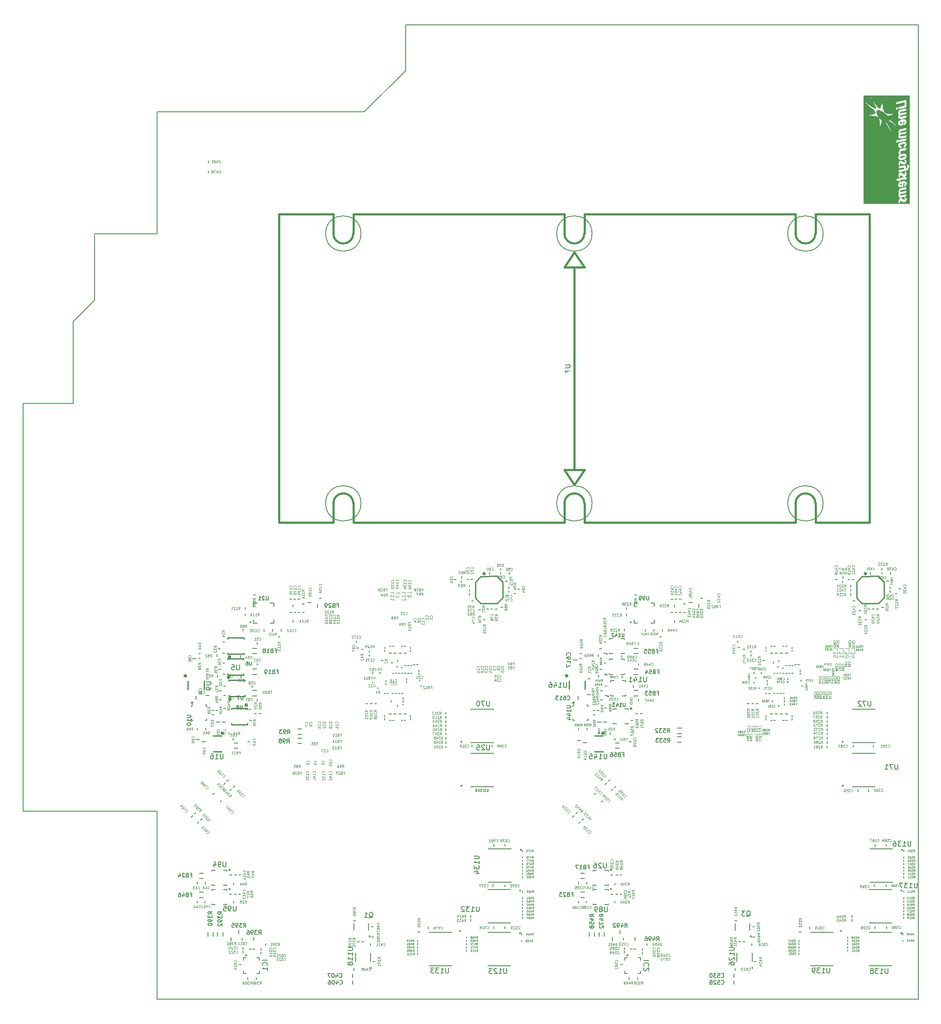
<source format=gbo>
G04 #@! TF.FileFunction,Legend,Bot*
%FSLAX46Y46*%
G04 Gerber Fmt 4.6, Leading zero omitted, Abs format (unit mm)*
G04 Created by KiCad (PCBNEW 4.0.7-e2-6376~61~ubuntu18.04.1) date Mon May 30 11:29:29 2022*
%MOMM*%
%LPD*%
G01*
G04 APERTURE LIST*
%ADD10C,0.150000*%
%ADD11C,0.200000*%
%ADD12C,0.152400*%
%ADD13C,0.010000*%
%ADD14C,0.500000*%
%ADD15C,0.250000*%
%ADD16C,0.195580*%
%ADD17C,0.200660*%
%ADD18C,0.300000*%
%ADD19C,0.400000*%
%ADD20C,0.398780*%
%ADD21C,0.254000*%
%ADD22C,0.125000*%
%ADD23C,0.100000*%
%ADD24C,0.075000*%
%ADD25C,0.175000*%
G04 APERTURE END LIST*
D10*
D11*
X63390000Y-111490000D02*
X63390000Y-87350000D01*
X50960000Y-111490000D02*
X63390000Y-111490000D01*
X50960000Y-124590000D02*
X50960000Y-111490000D01*
X46770000Y-128780000D02*
X50960000Y-124590000D01*
X46770000Y-145000000D02*
X46770000Y-128780000D01*
X36820000Y-145000000D02*
X46770000Y-145000000D01*
X63390000Y-225550000D02*
X63390000Y-262740000D01*
X36820000Y-225550000D02*
X63390000Y-225550000D01*
X36820000Y-145000000D02*
X36820000Y-225550000D01*
X104330000Y-87350000D02*
X63390000Y-87350000D01*
X112510000Y-79170000D02*
X104330000Y-87350000D01*
X112510000Y-70160000D02*
X112510000Y-79170000D01*
X213990000Y-70160000D02*
X112510000Y-70160000D01*
X213990000Y-262740000D02*
X213990000Y-70160000D01*
X63390000Y-262740000D02*
X213990000Y-262740000D01*
D10*
X121680000Y-256110000D02*
X117180000Y-256110000D01*
X121680000Y-249510000D02*
X117180000Y-249510000D01*
D12*
X123405737Y-249239960D02*
G75*
G03X123405737Y-249239960I-146017J0D01*
G01*
D13*
G36*
X212171200Y-105438000D02*
X212171200Y-84102000D01*
X211941525Y-84102000D01*
X211941525Y-97728980D01*
X212017634Y-97748117D01*
X212018890Y-97749360D01*
X212079912Y-97872793D01*
X212109618Y-98057302D01*
X212107464Y-98267133D01*
X212072911Y-98466536D01*
X212031421Y-98576388D01*
X211950543Y-98707088D01*
X211846807Y-98810152D01*
X211702945Y-98894485D01*
X211501687Y-98968994D01*
X211225763Y-99042585D01*
X211049077Y-99082996D01*
X210792775Y-99140606D01*
X210624299Y-99182265D01*
X210531996Y-99212656D01*
X210504210Y-99236467D01*
X210529287Y-99258380D01*
X210571583Y-99274936D01*
X210710129Y-99337632D01*
X210872194Y-99430121D01*
X210921265Y-99462100D01*
X211057021Y-99542673D01*
X211143541Y-99560371D01*
X211187912Y-99539131D01*
X211248890Y-99462822D01*
X211231088Y-99380861D01*
X211150966Y-99286966D01*
X211081119Y-99210160D01*
X211075511Y-99165033D01*
X211146564Y-99136045D01*
X211292501Y-99109922D01*
X211429049Y-99094842D01*
X211506255Y-99118221D01*
X211564040Y-99196863D01*
X211582694Y-99232073D01*
X211640582Y-99395682D01*
X211663010Y-99555377D01*
X211639219Y-99699136D01*
X211579566Y-99850576D01*
X211501191Y-99977578D01*
X211421232Y-100048026D01*
X211397246Y-100053389D01*
X211393446Y-100075614D01*
X211461682Y-100130970D01*
X211498100Y-100154243D01*
X211614028Y-100245421D01*
X211658976Y-100352561D01*
X211663200Y-100423743D01*
X211628194Y-100617623D01*
X211520339Y-100742437D01*
X211396500Y-100792526D01*
X211293554Y-100804137D01*
X211258003Y-100763603D01*
X211256800Y-100744507D01*
X211256741Y-100698532D01*
X211243014Y-100674250D01*
X211195289Y-100671497D01*
X211128480Y-100683682D01*
X211128480Y-100916251D01*
X211300764Y-100937000D01*
X211436574Y-101000332D01*
X211520815Y-101071400D01*
X211609284Y-101169283D01*
X211651818Y-101258759D01*
X211660290Y-101379748D01*
X211651734Y-101511570D01*
X211628335Y-101690589D01*
X211581454Y-101812467D01*
X211548900Y-101851632D01*
X211548900Y-102135397D01*
X211592558Y-102185037D01*
X211611544Y-102332064D01*
X211612400Y-102386398D01*
X211612400Y-102636796D01*
X211320300Y-102696100D01*
X210961290Y-102771393D01*
X210693478Y-102833989D01*
X210507740Y-102887261D01*
X210394953Y-102934579D01*
X210345993Y-102979313D01*
X210351736Y-103024835D01*
X210370340Y-103047070D01*
X210442867Y-103058416D01*
X210601466Y-103042940D01*
X210834611Y-103002065D01*
X210977400Y-102972140D01*
X211204257Y-102923043D01*
X211393982Y-102883100D01*
X211524957Y-102856787D01*
X211574300Y-102848469D01*
X211596452Y-102893269D01*
X211610193Y-103008732D01*
X211612400Y-103089850D01*
X211612400Y-103332500D01*
X211040900Y-103452970D01*
X210753016Y-103516964D01*
X210552401Y-103570650D01*
X210425883Y-103619009D01*
X210360286Y-103667020D01*
X210342400Y-103717020D01*
X210389804Y-103753192D01*
X210530997Y-103754315D01*
X210764451Y-103720510D01*
X211053600Y-103660000D01*
X211295764Y-103604820D01*
X211455537Y-103574819D01*
X211550004Y-103574501D01*
X211596250Y-103608371D01*
X211611357Y-103680934D01*
X211612411Y-103796695D01*
X211612400Y-103807353D01*
X211608334Y-103957040D01*
X211582557Y-104037168D01*
X211514698Y-104079769D01*
X211421900Y-104106903D01*
X211310316Y-104139140D01*
X211291247Y-104155367D01*
X211358192Y-104162344D01*
X211368219Y-104162749D01*
X211515355Y-104214109D01*
X211615575Y-104347512D01*
X211661216Y-104551291D01*
X211663200Y-104611849D01*
X211645910Y-104776752D01*
X211579721Y-104911586D01*
X211498069Y-105010080D01*
X211306030Y-105167413D01*
X211104014Y-105226232D01*
X210884630Y-105187155D01*
X210680515Y-105078458D01*
X210518078Y-104984006D01*
X210415564Y-104965494D01*
X210361247Y-105026827D01*
X210343405Y-105171908D01*
X210343177Y-105190775D01*
X210311429Y-105306665D01*
X210228100Y-105355181D01*
X210108188Y-105381791D01*
X210036447Y-105370726D01*
X210000538Y-105304718D01*
X209988121Y-105166498D01*
X209986800Y-105017503D01*
X210003298Y-104745320D01*
X210057050Y-104554802D01*
X210154445Y-104430816D01*
X210258935Y-104372783D01*
X210329401Y-104340520D01*
X210316829Y-104313803D01*
X210230756Y-104277098D01*
X210057432Y-104161669D01*
X209964682Y-103987743D01*
X209957081Y-103764249D01*
X209959710Y-103747827D01*
X209988937Y-103532004D01*
X209989103Y-103358899D01*
X209960184Y-103173871D01*
X209959452Y-103170362D01*
X209954734Y-103033640D01*
X209999388Y-102864603D01*
X210063838Y-102710914D01*
X210201546Y-102410904D01*
X210843473Y-102272849D01*
X211089982Y-102220890D01*
X211303001Y-102177963D01*
X211461551Y-102148156D01*
X211544650Y-102135557D01*
X211548900Y-102135397D01*
X211548900Y-101851632D01*
X211490733Y-101921613D01*
X211443172Y-101966569D01*
X211289784Y-102092134D01*
X211188093Y-102133839D01*
X211129652Y-102089712D01*
X211106015Y-101957778D01*
X211104400Y-101887435D01*
X211117375Y-101712490D01*
X211158669Y-101623131D01*
X211180600Y-101609629D01*
X211252656Y-101547783D01*
X211244906Y-101475152D01*
X211167411Y-101428345D01*
X211129800Y-101424800D01*
X211064760Y-101429666D01*
X211026862Y-101458657D01*
X211008782Y-101533358D01*
X211003198Y-101675357D01*
X211002800Y-101799190D01*
X211002800Y-102173581D01*
X210696313Y-102233878D01*
X210404155Y-102262651D01*
X210183689Y-102219477D01*
X210034335Y-102103821D01*
X209955518Y-101915150D01*
X209946659Y-101652929D01*
X209958774Y-101551602D01*
X210020114Y-101343200D01*
X210141480Y-101188248D01*
X210336436Y-101074951D01*
X210597424Y-100996231D01*
X210900456Y-100936517D01*
X211128480Y-100916251D01*
X211128480Y-100683682D01*
X211093236Y-100690110D01*
X210916526Y-100729925D01*
X210866252Y-100741368D01*
X210633203Y-100795244D01*
X210481885Y-100834398D01*
X210394746Y-100865673D01*
X210354231Y-100895914D01*
X210342788Y-100931965D01*
X210342400Y-100945623D01*
X210306859Y-101011307D01*
X210278900Y-101019093D01*
X210180896Y-101032202D01*
X210101100Y-101050418D01*
X210010935Y-101055049D01*
X209986800Y-101000519D01*
X209955737Y-100940933D01*
X209923300Y-100939551D01*
X209828533Y-100964548D01*
X209717388Y-100990405D01*
X209574976Y-101021697D01*
X209605800Y-100490033D01*
X210312334Y-100336968D01*
X210588400Y-100275829D01*
X210776100Y-100230140D01*
X210886785Y-100195889D01*
X210931810Y-100169067D01*
X210922526Y-100145666D01*
X210894795Y-100131251D01*
X210770673Y-100066072D01*
X210625752Y-99973808D01*
X210602108Y-99957100D01*
X210471342Y-99885370D01*
X210389459Y-99899818D01*
X210349668Y-100004487D01*
X210343177Y-100111264D01*
X210307819Y-100233561D01*
X210197876Y-100295875D01*
X210078866Y-100307200D01*
X210027844Y-100299940D01*
X209998801Y-100264403D01*
X209987385Y-100179950D01*
X209989243Y-100025943D01*
X209994262Y-99905976D01*
X210011544Y-99674933D01*
X210041780Y-99521249D01*
X210090387Y-99420961D01*
X210109114Y-99397976D01*
X210173301Y-99321650D01*
X210165668Y-99294577D01*
X210096273Y-99291200D01*
X210030479Y-99279626D01*
X209997933Y-99227814D01*
X209987382Y-99110122D01*
X209986800Y-99041751D01*
X209986800Y-98792302D01*
X210447836Y-98686151D01*
X210657342Y-98639474D01*
X210832803Y-98603258D01*
X210948212Y-98582738D01*
X210975016Y-98580000D01*
X211059945Y-98546871D01*
X211123554Y-98473196D01*
X211137190Y-98397541D01*
X211125107Y-98377976D01*
X211056557Y-98368523D01*
X210907197Y-98382590D01*
X210694520Y-98418020D01*
X210532900Y-98450988D01*
X209986800Y-98569317D01*
X209986800Y-98038613D01*
X210512501Y-97928306D01*
X210823167Y-97866856D01*
X211052740Y-97832212D01*
X211218105Y-97824305D01*
X211336150Y-97843068D01*
X211423763Y-97888433D01*
X211464871Y-97924471D01*
X211539599Y-98035955D01*
X211555771Y-98183848D01*
X211552428Y-98229271D01*
X211548318Y-98372695D01*
X211575015Y-98422255D01*
X211636212Y-98382002D01*
X211663479Y-98351062D01*
X211702842Y-98235661D01*
X211695417Y-98036735D01*
X211693920Y-98025158D01*
X211677289Y-97876375D01*
X211687678Y-97798445D01*
X211738247Y-97761571D01*
X211819441Y-97740956D01*
X211941525Y-97728980D01*
X211941525Y-84102000D01*
X211550184Y-84102000D01*
X211550184Y-84887393D01*
X211575171Y-84899622D01*
X211592103Y-84963333D01*
X211601755Y-85090345D01*
X211604902Y-85292471D01*
X211602319Y-85581530D01*
X211600984Y-85662235D01*
X211587000Y-86458268D01*
X211462771Y-86485361D01*
X211462771Y-86601894D01*
X211550218Y-86608223D01*
X211594853Y-86641882D01*
X211610898Y-86704814D01*
X211612575Y-86798962D01*
X211612400Y-86838276D01*
X211612400Y-87085353D01*
X211024338Y-87205964D01*
X210745018Y-87264516D01*
X210551546Y-87309770D01*
X210429933Y-87347271D01*
X210366191Y-87382564D01*
X210346331Y-87421193D01*
X210356364Y-87468703D01*
X210357032Y-87470458D01*
X210381380Y-87501839D01*
X210435056Y-87514227D01*
X210535563Y-87506295D01*
X210700400Y-87476717D01*
X210935934Y-87426614D01*
X211164443Y-87377576D01*
X211359340Y-87337789D01*
X211497363Y-87311877D01*
X211551683Y-87304228D01*
X211593019Y-87337251D01*
X211606038Y-87448426D01*
X211602483Y-87542955D01*
X211587000Y-87783511D01*
X211104400Y-87888687D01*
X210813948Y-87952632D01*
X210608345Y-88000483D01*
X210473021Y-88037075D01*
X210393402Y-88067244D01*
X210354917Y-88095826D01*
X210342996Y-88127657D01*
X210342400Y-88141567D01*
X210361395Y-88189263D01*
X210427054Y-88210272D01*
X210552389Y-88204076D01*
X210750410Y-88170154D01*
X211002800Y-88115200D01*
X211257195Y-88057680D01*
X211428694Y-88025836D01*
X211533632Y-88023527D01*
X211588342Y-88054610D01*
X211609159Y-88122945D01*
X211612418Y-88232389D01*
X211612400Y-88259202D01*
X211612400Y-88504805D01*
X211117100Y-88611682D01*
X211081550Y-88619317D01*
X211081550Y-88697877D01*
X211189857Y-88702009D01*
X211285065Y-88727748D01*
X211324695Y-88743456D01*
X211456661Y-88817011D01*
X211548210Y-88900341D01*
X211554867Y-88910540D01*
X211596401Y-89048810D01*
X211608857Y-89240409D01*
X211593225Y-89441617D01*
X211574999Y-89512894D01*
X211574999Y-90418853D01*
X211601828Y-90464851D01*
X211611568Y-90580983D01*
X211612400Y-90668959D01*
X211612400Y-90943566D01*
X211040900Y-91059641D01*
X210716049Y-91133859D01*
X210491858Y-91204068D01*
X210368582Y-91270161D01*
X210346480Y-91332028D01*
X210359284Y-91349417D01*
X210407059Y-91358222D01*
X210520985Y-91349398D01*
X210708651Y-91321779D01*
X210977646Y-91274197D01*
X211335560Y-91205484D01*
X211475767Y-91177716D01*
X211560863Y-91165294D01*
X211600833Y-91188400D01*
X211609385Y-91270520D01*
X211602767Y-91395275D01*
X211587000Y-91641277D01*
X211028200Y-91760011D01*
X210711285Y-91836131D01*
X210491131Y-91909030D01*
X210369151Y-91978066D01*
X210346761Y-92042599D01*
X210360927Y-92062260D01*
X210423184Y-92067864D01*
X210562590Y-92053822D01*
X210757213Y-92022965D01*
X210942103Y-91987211D01*
X211169234Y-91941159D01*
X211362250Y-91904177D01*
X211497782Y-91880612D01*
X211548900Y-91874340D01*
X211592718Y-91923396D01*
X211611622Y-92069242D01*
X211612400Y-92120002D01*
X211612400Y-92365605D01*
X211548900Y-92379744D01*
X211548900Y-92483264D01*
X211592691Y-92532809D01*
X211611629Y-92678362D01*
X211612400Y-92728357D01*
X211612400Y-92972715D01*
X211166535Y-93068093D01*
X211166535Y-93154815D01*
X211268688Y-93159590D01*
X211354914Y-93186511D01*
X211382353Y-93199060D01*
X211544538Y-93328902D01*
X211639196Y-93518565D01*
X211661064Y-93747583D01*
X211604882Y-93995494D01*
X211594011Y-94022331D01*
X211551781Y-94089643D01*
X211551781Y-94375571D01*
X211590289Y-94385259D01*
X211606022Y-94463520D01*
X211602581Y-94621505D01*
X211587000Y-94892491D01*
X211068542Y-95002750D01*
X210791743Y-95062429D01*
X210601175Y-95107062D01*
X210483536Y-95141975D01*
X210425519Y-95172493D01*
X210413822Y-95203943D01*
X210435139Y-95241652D01*
X210444112Y-95252735D01*
X210483439Y-95356303D01*
X210485398Y-95471427D01*
X210464328Y-95614985D01*
X210828053Y-95538984D01*
X211115083Y-95499293D01*
X211330791Y-95519149D01*
X211488485Y-95601878D01*
X211589936Y-95729513D01*
X211640204Y-95891350D01*
X211649900Y-96095741D01*
X211622151Y-96300843D01*
X211560085Y-96464815D01*
X211532085Y-96503353D01*
X211412816Y-96605420D01*
X211282200Y-96683511D01*
X211129800Y-96754341D01*
X211282200Y-96727461D01*
X211435650Y-96722395D01*
X211539380Y-96786534D01*
X211604795Y-96887560D01*
X211659894Y-97092341D01*
X211638150Y-97316895D01*
X211548507Y-97526567D01*
X211399914Y-97686700D01*
X211398186Y-97687916D01*
X211208805Y-97762158D01*
X210985782Y-97757528D01*
X210755967Y-97676785D01*
X210650096Y-97611058D01*
X210524329Y-97528480D01*
X210433420Y-97484517D01*
X210405969Y-97483497D01*
X210379859Y-97548131D01*
X210351797Y-97671319D01*
X210346653Y-97701167D01*
X210312861Y-97831268D01*
X210247373Y-97895660D01*
X210151358Y-97923912D01*
X209986800Y-97957567D01*
X209986800Y-97605861D01*
X210007754Y-97317411D01*
X210068257Y-97100637D01*
X210164764Y-96965833D01*
X210217675Y-96935156D01*
X210443329Y-96900602D01*
X210684582Y-96954809D01*
X210870933Y-97057959D01*
X211040306Y-97155238D01*
X211166710Y-97183838D01*
X211237936Y-97151323D01*
X211241770Y-97065260D01*
X211166003Y-96933213D01*
X211134089Y-96894920D01*
X211044523Y-96808429D01*
X210957350Y-96782554D01*
X210824052Y-96803455D01*
X210818194Y-96804808D01*
X210535047Y-96848868D01*
X210300344Y-96841936D01*
X210131460Y-96785260D01*
X210089692Y-96752492D01*
X209981858Y-96578118D01*
X209939608Y-96356420D01*
X209963041Y-96117751D01*
X210052256Y-95892469D01*
X210086706Y-95839178D01*
X210151867Y-95736920D01*
X210154399Y-95692032D01*
X210119046Y-95684400D01*
X210029658Y-95639595D01*
X209966396Y-95528278D01*
X209945897Y-95385089D01*
X209951556Y-95335666D01*
X209985194Y-95214968D01*
X210045032Y-95045507D01*
X210094770Y-94920499D01*
X210212608Y-94639198D01*
X210849004Y-94519912D01*
X211095629Y-94472734D01*
X211308746Y-94430195D01*
X211466912Y-94396698D01*
X211548683Y-94376648D01*
X211551781Y-94375571D01*
X211551781Y-94089643D01*
X211460671Y-94234869D01*
X211274245Y-94362394D01*
X211164566Y-94394746D01*
X211002800Y-94427100D01*
X211002800Y-94166750D01*
X211012029Y-93999744D01*
X211042187Y-93919087D01*
X211072779Y-93906400D01*
X211159774Y-93873706D01*
X211224810Y-93800674D01*
X211239280Y-93724873D01*
X211226707Y-93704244D01*
X211153127Y-93689409D01*
X211013654Y-93700728D01*
X210838586Y-93731644D01*
X210658220Y-93775596D01*
X210502851Y-93826025D01*
X210402777Y-93876373D01*
X210393200Y-93884695D01*
X210344599Y-93951657D01*
X210377041Y-93997792D01*
X210386123Y-94003610D01*
X210491271Y-94028026D01*
X210551223Y-94021248D01*
X210608261Y-94018156D01*
X210636937Y-94062615D01*
X210646581Y-94176915D01*
X210647200Y-94250567D01*
X210641796Y-94404311D01*
X210616906Y-94486098D01*
X210559510Y-94525366D01*
X210520627Y-94536753D01*
X210338134Y-94535517D01*
X210158793Y-94459296D01*
X210021932Y-94328047D01*
X209988830Y-94266902D01*
X209951933Y-94088832D01*
X209955356Y-93868805D01*
X209995660Y-93656558D01*
X210038414Y-93549277D01*
X210122674Y-93450157D01*
X210268424Y-93365446D01*
X210488936Y-93289346D01*
X210797481Y-93216058D01*
X210804178Y-93214676D01*
X211020888Y-93172928D01*
X211166535Y-93154815D01*
X211166535Y-93068093D01*
X210815135Y-93143264D01*
X210496169Y-93209237D01*
X210265197Y-93251297D01*
X210111809Y-93270814D01*
X210025595Y-93269156D01*
X209996914Y-93250943D01*
X209959025Y-93232581D01*
X209902298Y-93293236D01*
X209798073Y-93387393D01*
X209693849Y-93397940D01*
X209604804Y-93341726D01*
X209546114Y-93235601D01*
X209532958Y-93096415D01*
X209580513Y-92941017D01*
X209582187Y-92937860D01*
X209673807Y-92859778D01*
X209802028Y-92843476D01*
X209919068Y-92894140D01*
X209925839Y-92900560D01*
X209975502Y-92932271D01*
X209986800Y-92884447D01*
X210012967Y-92847212D01*
X210098665Y-92806271D01*
X210254690Y-92758172D01*
X210491837Y-92699466D01*
X210736100Y-92644952D01*
X211002360Y-92588157D01*
X211235652Y-92540125D01*
X211416903Y-92504650D01*
X211527046Y-92485525D01*
X211548900Y-92483264D01*
X211548900Y-92379744D01*
X211117100Y-92475890D01*
X210781313Y-92544191D01*
X210525780Y-92579132D01*
X210334676Y-92580397D01*
X210192179Y-92547671D01*
X210082466Y-92480641D01*
X210054519Y-92454737D01*
X209974897Y-92361401D01*
X209944798Y-92268347D01*
X209952801Y-92131435D01*
X209959229Y-92086437D01*
X209985827Y-91873369D01*
X209989567Y-91706334D01*
X209970412Y-91532362D01*
X209958786Y-91462841D01*
X209952192Y-91320858D01*
X209990907Y-91168593D01*
X210064433Y-91005641D01*
X210138449Y-90859283D01*
X210191639Y-90755900D01*
X210210471Y-90721273D01*
X210260291Y-90707352D01*
X210390133Y-90676777D01*
X210580628Y-90633979D01*
X210812410Y-90583388D01*
X210826659Y-90580320D01*
X211069883Y-90527312D01*
X211282388Y-90479766D01*
X211441264Y-90442890D01*
X211523500Y-90421923D01*
X211574999Y-90418853D01*
X211574999Y-89512894D01*
X211550498Y-89608712D01*
X211538437Y-89634872D01*
X211453563Y-89736920D01*
X211320988Y-89840483D01*
X211180721Y-89918345D01*
X211084022Y-89944000D01*
X211066105Y-89898480D01*
X211055173Y-89782956D01*
X211053600Y-89708300D01*
X211072908Y-89519572D01*
X211132782Y-89414915D01*
X211138053Y-89410846D01*
X211187741Y-89334955D01*
X211185324Y-89249353D01*
X211139501Y-89194628D01*
X211091673Y-89194471D01*
X211052289Y-89257175D01*
X211020820Y-89409246D01*
X211002800Y-89592395D01*
X210977400Y-89969400D01*
X210672600Y-90030880D01*
X210443561Y-90066297D01*
X210278974Y-90059937D01*
X210148682Y-90007061D01*
X210055146Y-89933859D01*
X209950170Y-89774508D01*
X209908337Y-89567686D01*
X209927365Y-89343651D01*
X210004969Y-89132663D01*
X210127529Y-88974833D01*
X210253377Y-88891185D01*
X210436450Y-88822115D01*
X210698479Y-88759513D01*
X210711310Y-88756950D01*
X210931562Y-88715981D01*
X211081550Y-88697877D01*
X211081550Y-88619317D01*
X210821257Y-88675222D01*
X210607084Y-88718915D01*
X210456891Y-88744131D01*
X210352988Y-88752241D01*
X210277685Y-88744616D01*
X210213293Y-88722627D01*
X210142121Y-88687646D01*
X210141433Y-88687295D01*
X209983420Y-88558318D01*
X209912528Y-88378693D01*
X209929717Y-88151608D01*
X209954927Y-88066664D01*
X209989765Y-87935220D01*
X209993285Y-87848724D01*
X209984958Y-87834661D01*
X209919844Y-87737601D01*
X209910792Y-87572956D01*
X209956911Y-87357277D01*
X210019650Y-87189174D01*
X210160189Y-86863710D01*
X210801336Y-86727455D01*
X211102552Y-86663453D01*
X211318289Y-86620952D01*
X211462771Y-86601894D01*
X211462771Y-86485361D01*
X210825000Y-86624457D01*
X210558991Y-86682073D01*
X210328361Y-86731272D01*
X210151207Y-86768252D01*
X210045625Y-86789211D01*
X210024900Y-86792523D01*
X210003027Y-86748007D01*
X209989248Y-86632279D01*
X209986800Y-86544471D01*
X209986800Y-86294543D01*
X210336897Y-86214915D01*
X210562748Y-86164065D01*
X210793271Y-86112978D01*
X210946497Y-86079634D01*
X211206000Y-86023981D01*
X211206000Y-85485324D01*
X210532900Y-85630332D01*
X210268779Y-85687013D01*
X210026689Y-85738570D01*
X209831085Y-85779822D01*
X209775347Y-85791340D01*
X209775347Y-86334152D01*
X209884850Y-86356944D01*
X209902133Y-86371066D01*
X209936661Y-86465469D01*
X209930405Y-86603827D01*
X209889962Y-86740219D01*
X209838179Y-86816379D01*
X209715650Y-86880513D01*
X209605724Y-86863127D01*
X209525082Y-86784221D01*
X209490402Y-86663792D01*
X209518363Y-86521841D01*
X209547749Y-86468136D01*
X209649351Y-86374949D01*
X209775347Y-86334152D01*
X209775347Y-85791340D01*
X209706418Y-85805586D01*
X209694700Y-85807923D01*
X209529600Y-85840507D01*
X209529600Y-85584276D01*
X209537935Y-85421533D01*
X209568100Y-85334847D01*
X209618500Y-85302075D01*
X209695486Y-85283701D01*
X209854071Y-85248792D01*
X210076319Y-85201196D01*
X210344296Y-85144759D01*
X210596400Y-85092344D01*
X210887109Y-85031833D01*
X211145375Y-84977282D01*
X211353864Y-84932417D01*
X211495245Y-84900960D01*
X211550184Y-84887393D01*
X211550184Y-84102000D01*
X204446025Y-84102000D01*
X204506545Y-84215083D01*
X204586910Y-84355972D01*
X204710138Y-84560825D01*
X204863135Y-84808806D01*
X205032806Y-85079079D01*
X205206057Y-85350806D01*
X205369793Y-85603150D01*
X205510919Y-85815277D01*
X205527426Y-85839550D01*
X205696838Y-86073293D01*
X205868678Y-86285074D01*
X206029094Y-86460022D01*
X206164237Y-86583269D01*
X206260253Y-86639942D01*
X206274859Y-86642000D01*
X206358538Y-86595017D01*
X206451556Y-86466430D01*
X206546122Y-86274780D01*
X206634440Y-86038608D01*
X206708720Y-85776453D01*
X206761167Y-85506857D01*
X206765721Y-85474150D01*
X206791820Y-85329318D01*
X206821669Y-85237115D01*
X206837992Y-85219600D01*
X206853537Y-85267467D01*
X206871056Y-85399469D01*
X206888864Y-85598208D01*
X206905278Y-85846283D01*
X206912953Y-85994300D01*
X206944832Y-86445412D01*
X207000136Y-86806410D01*
X207088920Y-87087893D01*
X207221238Y-87300462D01*
X207407142Y-87454719D01*
X207656685Y-87561265D01*
X207979922Y-87630699D01*
X208386906Y-87673624D01*
X208513600Y-87682113D01*
X208738351Y-87699581D01*
X208925369Y-87721054D01*
X209051310Y-87743442D01*
X209091302Y-87758622D01*
X209070488Y-87793663D01*
X208969475Y-87843729D01*
X208807388Y-87902446D01*
X208603349Y-87963440D01*
X208376481Y-88020337D01*
X208191058Y-88058684D01*
X208146644Y-88066894D01*
X208146644Y-88775600D01*
X208208570Y-88807491D01*
X208331102Y-88895307D01*
X208500443Y-89027260D01*
X208702794Y-89191560D01*
X208924356Y-89376419D01*
X209151332Y-89570050D01*
X209369922Y-89760663D01*
X209566329Y-89936470D01*
X209726755Y-90085683D01*
X209837401Y-90196514D01*
X209884469Y-90257173D01*
X209885200Y-90260907D01*
X209847396Y-90254050D01*
X209746122Y-90197477D01*
X209599585Y-90101904D01*
X209516900Y-90044171D01*
X209319499Y-89904412D01*
X209073481Y-89731479D01*
X208813839Y-89549921D01*
X208627900Y-89420556D01*
X208406755Y-89264337D01*
X208257605Y-89150044D01*
X208166977Y-89064661D01*
X208121401Y-88995172D01*
X208107408Y-88928562D01*
X208107200Y-88917447D01*
X208119418Y-88815045D01*
X208146644Y-88775600D01*
X208146644Y-88066894D01*
X207904448Y-88111667D01*
X207424838Y-87725855D01*
X207424838Y-89240450D01*
X207499945Y-89287672D01*
X207604209Y-89384392D01*
X207720519Y-89515655D01*
X207781619Y-89594693D01*
X207857961Y-89710403D01*
X207962644Y-89884945D01*
X208085853Y-90100143D01*
X208217771Y-90337819D01*
X208348581Y-90579797D01*
X208468467Y-90807900D01*
X208567612Y-91003952D01*
X208636199Y-91149776D01*
X208664413Y-91227194D01*
X208664626Y-91229698D01*
X208634263Y-91248402D01*
X208616229Y-91240036D01*
X208551981Y-91173452D01*
X208448717Y-91035653D01*
X208316349Y-90842745D01*
X208164792Y-90610836D01*
X208003961Y-90356033D01*
X207843771Y-90094443D01*
X207694136Y-89842172D01*
X207564971Y-89615327D01*
X207466190Y-89430016D01*
X207407707Y-89302345D01*
X207396000Y-89257680D01*
X207424838Y-89240450D01*
X207424838Y-87725855D01*
X207360599Y-87674179D01*
X207003450Y-87402897D01*
X206684757Y-87193285D01*
X206411648Y-87049128D01*
X206191255Y-86974214D01*
X206161316Y-86973575D01*
X206161316Y-88499335D01*
X206410358Y-88718114D01*
X206549905Y-88848992D01*
X206662325Y-88969305D01*
X206716123Y-89041774D01*
X206740309Y-89090944D01*
X206752622Y-89141963D01*
X206750168Y-89211827D01*
X206730053Y-89317535D01*
X206689382Y-89476084D01*
X206625261Y-89704471D01*
X206571137Y-89893200D01*
X206485903Y-90182720D01*
X206422455Y-90379416D01*
X206377919Y-90489022D01*
X206349419Y-90517275D01*
X206334080Y-90469911D01*
X206329262Y-90375800D01*
X206323027Y-90201755D01*
X206309653Y-89966121D01*
X206291108Y-89693903D01*
X206269362Y-89410107D01*
X206246381Y-89139737D01*
X206224136Y-88907799D01*
X206204595Y-88739298D01*
X206196159Y-88685066D01*
X206161316Y-88499335D01*
X206161316Y-86973575D01*
X206036100Y-86970901D01*
X205840040Y-87062968D01*
X205720233Y-87219639D01*
X205694691Y-87300163D01*
X205697970Y-87429691D01*
X205740545Y-87617734D01*
X205812072Y-87834158D01*
X205902209Y-88048832D01*
X206000611Y-88231621D01*
X206028991Y-88274048D01*
X206093697Y-88378435D01*
X206116186Y-88443416D01*
X206113866Y-88449066D01*
X206060146Y-88440274D01*
X205948391Y-88392284D01*
X205867025Y-88350263D01*
X205652645Y-88253147D01*
X205401858Y-88180441D01*
X205093641Y-88127515D01*
X204706968Y-88089736D01*
X204673495Y-88087333D01*
X204387367Y-88060862D01*
X204200580Y-88028726D01*
X204113822Y-87991108D01*
X204127781Y-87948191D01*
X204134554Y-87943731D01*
X204203776Y-87920717D01*
X204348669Y-87884394D01*
X204545115Y-87840551D01*
X204685090Y-87811556D01*
X205000661Y-87736911D01*
X205225099Y-87655900D01*
X205368868Y-87562861D01*
X205442434Y-87452135D01*
X205455452Y-87394787D01*
X205452406Y-87345572D01*
X205427345Y-87286712D01*
X205373295Y-87211554D01*
X205283280Y-87113448D01*
X205150326Y-86985740D01*
X204967456Y-86821780D01*
X204727695Y-86614917D01*
X204424068Y-86358498D01*
X204049599Y-86045872D01*
X203981339Y-85989107D01*
X203673340Y-85731678D01*
X203437468Y-85530705D01*
X203275043Y-85386231D01*
X203187386Y-85298302D01*
X203175816Y-85266961D01*
X203241652Y-85292252D01*
X203386215Y-85374221D01*
X203610824Y-85512912D01*
X203916800Y-85708369D01*
X204305462Y-85960636D01*
X204369082Y-86002143D01*
X204662638Y-86191680D01*
X204929508Y-86360023D01*
X205157590Y-86499860D01*
X205334782Y-86603877D01*
X205448984Y-86664760D01*
X205486682Y-86677560D01*
X205528165Y-86647989D01*
X205542550Y-86588724D01*
X205526472Y-86490772D01*
X205476561Y-86345141D01*
X205389450Y-86142841D01*
X205261771Y-85874878D01*
X205090157Y-85532260D01*
X204969166Y-85295800D01*
X204368173Y-84127400D01*
X203748922Y-84113139D01*
X203129670Y-84098880D01*
X203129037Y-94768439D01*
X203128405Y-105438000D01*
X212171200Y-105438000D01*
X212171200Y-105438000D01*
G37*
X212171200Y-105438000D02*
X212171200Y-84102000D01*
X211941525Y-84102000D01*
X211941525Y-97728980D01*
X212017634Y-97748117D01*
X212018890Y-97749360D01*
X212079912Y-97872793D01*
X212109618Y-98057302D01*
X212107464Y-98267133D01*
X212072911Y-98466536D01*
X212031421Y-98576388D01*
X211950543Y-98707088D01*
X211846807Y-98810152D01*
X211702945Y-98894485D01*
X211501687Y-98968994D01*
X211225763Y-99042585D01*
X211049077Y-99082996D01*
X210792775Y-99140606D01*
X210624299Y-99182265D01*
X210531996Y-99212656D01*
X210504210Y-99236467D01*
X210529287Y-99258380D01*
X210571583Y-99274936D01*
X210710129Y-99337632D01*
X210872194Y-99430121D01*
X210921265Y-99462100D01*
X211057021Y-99542673D01*
X211143541Y-99560371D01*
X211187912Y-99539131D01*
X211248890Y-99462822D01*
X211231088Y-99380861D01*
X211150966Y-99286966D01*
X211081119Y-99210160D01*
X211075511Y-99165033D01*
X211146564Y-99136045D01*
X211292501Y-99109922D01*
X211429049Y-99094842D01*
X211506255Y-99118221D01*
X211564040Y-99196863D01*
X211582694Y-99232073D01*
X211640582Y-99395682D01*
X211663010Y-99555377D01*
X211639219Y-99699136D01*
X211579566Y-99850576D01*
X211501191Y-99977578D01*
X211421232Y-100048026D01*
X211397246Y-100053389D01*
X211393446Y-100075614D01*
X211461682Y-100130970D01*
X211498100Y-100154243D01*
X211614028Y-100245421D01*
X211658976Y-100352561D01*
X211663200Y-100423743D01*
X211628194Y-100617623D01*
X211520339Y-100742437D01*
X211396500Y-100792526D01*
X211293554Y-100804137D01*
X211258003Y-100763603D01*
X211256800Y-100744507D01*
X211256741Y-100698532D01*
X211243014Y-100674250D01*
X211195289Y-100671497D01*
X211128480Y-100683682D01*
X211128480Y-100916251D01*
X211300764Y-100937000D01*
X211436574Y-101000332D01*
X211520815Y-101071400D01*
X211609284Y-101169283D01*
X211651818Y-101258759D01*
X211660290Y-101379748D01*
X211651734Y-101511570D01*
X211628335Y-101690589D01*
X211581454Y-101812467D01*
X211548900Y-101851632D01*
X211548900Y-102135397D01*
X211592558Y-102185037D01*
X211611544Y-102332064D01*
X211612400Y-102386398D01*
X211612400Y-102636796D01*
X211320300Y-102696100D01*
X210961290Y-102771393D01*
X210693478Y-102833989D01*
X210507740Y-102887261D01*
X210394953Y-102934579D01*
X210345993Y-102979313D01*
X210351736Y-103024835D01*
X210370340Y-103047070D01*
X210442867Y-103058416D01*
X210601466Y-103042940D01*
X210834611Y-103002065D01*
X210977400Y-102972140D01*
X211204257Y-102923043D01*
X211393982Y-102883100D01*
X211524957Y-102856787D01*
X211574300Y-102848469D01*
X211596452Y-102893269D01*
X211610193Y-103008732D01*
X211612400Y-103089850D01*
X211612400Y-103332500D01*
X211040900Y-103452970D01*
X210753016Y-103516964D01*
X210552401Y-103570650D01*
X210425883Y-103619009D01*
X210360286Y-103667020D01*
X210342400Y-103717020D01*
X210389804Y-103753192D01*
X210530997Y-103754315D01*
X210764451Y-103720510D01*
X211053600Y-103660000D01*
X211295764Y-103604820D01*
X211455537Y-103574819D01*
X211550004Y-103574501D01*
X211596250Y-103608371D01*
X211611357Y-103680934D01*
X211612411Y-103796695D01*
X211612400Y-103807353D01*
X211608334Y-103957040D01*
X211582557Y-104037168D01*
X211514698Y-104079769D01*
X211421900Y-104106903D01*
X211310316Y-104139140D01*
X211291247Y-104155367D01*
X211358192Y-104162344D01*
X211368219Y-104162749D01*
X211515355Y-104214109D01*
X211615575Y-104347512D01*
X211661216Y-104551291D01*
X211663200Y-104611849D01*
X211645910Y-104776752D01*
X211579721Y-104911586D01*
X211498069Y-105010080D01*
X211306030Y-105167413D01*
X211104014Y-105226232D01*
X210884630Y-105187155D01*
X210680515Y-105078458D01*
X210518078Y-104984006D01*
X210415564Y-104965494D01*
X210361247Y-105026827D01*
X210343405Y-105171908D01*
X210343177Y-105190775D01*
X210311429Y-105306665D01*
X210228100Y-105355181D01*
X210108188Y-105381791D01*
X210036447Y-105370726D01*
X210000538Y-105304718D01*
X209988121Y-105166498D01*
X209986800Y-105017503D01*
X210003298Y-104745320D01*
X210057050Y-104554802D01*
X210154445Y-104430816D01*
X210258935Y-104372783D01*
X210329401Y-104340520D01*
X210316829Y-104313803D01*
X210230756Y-104277098D01*
X210057432Y-104161669D01*
X209964682Y-103987743D01*
X209957081Y-103764249D01*
X209959710Y-103747827D01*
X209988937Y-103532004D01*
X209989103Y-103358899D01*
X209960184Y-103173871D01*
X209959452Y-103170362D01*
X209954734Y-103033640D01*
X209999388Y-102864603D01*
X210063838Y-102710914D01*
X210201546Y-102410904D01*
X210843473Y-102272849D01*
X211089982Y-102220890D01*
X211303001Y-102177963D01*
X211461551Y-102148156D01*
X211544650Y-102135557D01*
X211548900Y-102135397D01*
X211548900Y-101851632D01*
X211490733Y-101921613D01*
X211443172Y-101966569D01*
X211289784Y-102092134D01*
X211188093Y-102133839D01*
X211129652Y-102089712D01*
X211106015Y-101957778D01*
X211104400Y-101887435D01*
X211117375Y-101712490D01*
X211158669Y-101623131D01*
X211180600Y-101609629D01*
X211252656Y-101547783D01*
X211244906Y-101475152D01*
X211167411Y-101428345D01*
X211129800Y-101424800D01*
X211064760Y-101429666D01*
X211026862Y-101458657D01*
X211008782Y-101533358D01*
X211003198Y-101675357D01*
X211002800Y-101799190D01*
X211002800Y-102173581D01*
X210696313Y-102233878D01*
X210404155Y-102262651D01*
X210183689Y-102219477D01*
X210034335Y-102103821D01*
X209955518Y-101915150D01*
X209946659Y-101652929D01*
X209958774Y-101551602D01*
X210020114Y-101343200D01*
X210141480Y-101188248D01*
X210336436Y-101074951D01*
X210597424Y-100996231D01*
X210900456Y-100936517D01*
X211128480Y-100916251D01*
X211128480Y-100683682D01*
X211093236Y-100690110D01*
X210916526Y-100729925D01*
X210866252Y-100741368D01*
X210633203Y-100795244D01*
X210481885Y-100834398D01*
X210394746Y-100865673D01*
X210354231Y-100895914D01*
X210342788Y-100931965D01*
X210342400Y-100945623D01*
X210306859Y-101011307D01*
X210278900Y-101019093D01*
X210180896Y-101032202D01*
X210101100Y-101050418D01*
X210010935Y-101055049D01*
X209986800Y-101000519D01*
X209955737Y-100940933D01*
X209923300Y-100939551D01*
X209828533Y-100964548D01*
X209717388Y-100990405D01*
X209574976Y-101021697D01*
X209605800Y-100490033D01*
X210312334Y-100336968D01*
X210588400Y-100275829D01*
X210776100Y-100230140D01*
X210886785Y-100195889D01*
X210931810Y-100169067D01*
X210922526Y-100145666D01*
X210894795Y-100131251D01*
X210770673Y-100066072D01*
X210625752Y-99973808D01*
X210602108Y-99957100D01*
X210471342Y-99885370D01*
X210389459Y-99899818D01*
X210349668Y-100004487D01*
X210343177Y-100111264D01*
X210307819Y-100233561D01*
X210197876Y-100295875D01*
X210078866Y-100307200D01*
X210027844Y-100299940D01*
X209998801Y-100264403D01*
X209987385Y-100179950D01*
X209989243Y-100025943D01*
X209994262Y-99905976D01*
X210011544Y-99674933D01*
X210041780Y-99521249D01*
X210090387Y-99420961D01*
X210109114Y-99397976D01*
X210173301Y-99321650D01*
X210165668Y-99294577D01*
X210096273Y-99291200D01*
X210030479Y-99279626D01*
X209997933Y-99227814D01*
X209987382Y-99110122D01*
X209986800Y-99041751D01*
X209986800Y-98792302D01*
X210447836Y-98686151D01*
X210657342Y-98639474D01*
X210832803Y-98603258D01*
X210948212Y-98582738D01*
X210975016Y-98580000D01*
X211059945Y-98546871D01*
X211123554Y-98473196D01*
X211137190Y-98397541D01*
X211125107Y-98377976D01*
X211056557Y-98368523D01*
X210907197Y-98382590D01*
X210694520Y-98418020D01*
X210532900Y-98450988D01*
X209986800Y-98569317D01*
X209986800Y-98038613D01*
X210512501Y-97928306D01*
X210823167Y-97866856D01*
X211052740Y-97832212D01*
X211218105Y-97824305D01*
X211336150Y-97843068D01*
X211423763Y-97888433D01*
X211464871Y-97924471D01*
X211539599Y-98035955D01*
X211555771Y-98183848D01*
X211552428Y-98229271D01*
X211548318Y-98372695D01*
X211575015Y-98422255D01*
X211636212Y-98382002D01*
X211663479Y-98351062D01*
X211702842Y-98235661D01*
X211695417Y-98036735D01*
X211693920Y-98025158D01*
X211677289Y-97876375D01*
X211687678Y-97798445D01*
X211738247Y-97761571D01*
X211819441Y-97740956D01*
X211941525Y-97728980D01*
X211941525Y-84102000D01*
X211550184Y-84102000D01*
X211550184Y-84887393D01*
X211575171Y-84899622D01*
X211592103Y-84963333D01*
X211601755Y-85090345D01*
X211604902Y-85292471D01*
X211602319Y-85581530D01*
X211600984Y-85662235D01*
X211587000Y-86458268D01*
X211462771Y-86485361D01*
X211462771Y-86601894D01*
X211550218Y-86608223D01*
X211594853Y-86641882D01*
X211610898Y-86704814D01*
X211612575Y-86798962D01*
X211612400Y-86838276D01*
X211612400Y-87085353D01*
X211024338Y-87205964D01*
X210745018Y-87264516D01*
X210551546Y-87309770D01*
X210429933Y-87347271D01*
X210366191Y-87382564D01*
X210346331Y-87421193D01*
X210356364Y-87468703D01*
X210357032Y-87470458D01*
X210381380Y-87501839D01*
X210435056Y-87514227D01*
X210535563Y-87506295D01*
X210700400Y-87476717D01*
X210935934Y-87426614D01*
X211164443Y-87377576D01*
X211359340Y-87337789D01*
X211497363Y-87311877D01*
X211551683Y-87304228D01*
X211593019Y-87337251D01*
X211606038Y-87448426D01*
X211602483Y-87542955D01*
X211587000Y-87783511D01*
X211104400Y-87888687D01*
X210813948Y-87952632D01*
X210608345Y-88000483D01*
X210473021Y-88037075D01*
X210393402Y-88067244D01*
X210354917Y-88095826D01*
X210342996Y-88127657D01*
X210342400Y-88141567D01*
X210361395Y-88189263D01*
X210427054Y-88210272D01*
X210552389Y-88204076D01*
X210750410Y-88170154D01*
X211002800Y-88115200D01*
X211257195Y-88057680D01*
X211428694Y-88025836D01*
X211533632Y-88023527D01*
X211588342Y-88054610D01*
X211609159Y-88122945D01*
X211612418Y-88232389D01*
X211612400Y-88259202D01*
X211612400Y-88504805D01*
X211117100Y-88611682D01*
X211081550Y-88619317D01*
X211081550Y-88697877D01*
X211189857Y-88702009D01*
X211285065Y-88727748D01*
X211324695Y-88743456D01*
X211456661Y-88817011D01*
X211548210Y-88900341D01*
X211554867Y-88910540D01*
X211596401Y-89048810D01*
X211608857Y-89240409D01*
X211593225Y-89441617D01*
X211574999Y-89512894D01*
X211574999Y-90418853D01*
X211601828Y-90464851D01*
X211611568Y-90580983D01*
X211612400Y-90668959D01*
X211612400Y-90943566D01*
X211040900Y-91059641D01*
X210716049Y-91133859D01*
X210491858Y-91204068D01*
X210368582Y-91270161D01*
X210346480Y-91332028D01*
X210359284Y-91349417D01*
X210407059Y-91358222D01*
X210520985Y-91349398D01*
X210708651Y-91321779D01*
X210977646Y-91274197D01*
X211335560Y-91205484D01*
X211475767Y-91177716D01*
X211560863Y-91165294D01*
X211600833Y-91188400D01*
X211609385Y-91270520D01*
X211602767Y-91395275D01*
X211587000Y-91641277D01*
X211028200Y-91760011D01*
X210711285Y-91836131D01*
X210491131Y-91909030D01*
X210369151Y-91978066D01*
X210346761Y-92042599D01*
X210360927Y-92062260D01*
X210423184Y-92067864D01*
X210562590Y-92053822D01*
X210757213Y-92022965D01*
X210942103Y-91987211D01*
X211169234Y-91941159D01*
X211362250Y-91904177D01*
X211497782Y-91880612D01*
X211548900Y-91874340D01*
X211592718Y-91923396D01*
X211611622Y-92069242D01*
X211612400Y-92120002D01*
X211612400Y-92365605D01*
X211548900Y-92379744D01*
X211548900Y-92483264D01*
X211592691Y-92532809D01*
X211611629Y-92678362D01*
X211612400Y-92728357D01*
X211612400Y-92972715D01*
X211166535Y-93068093D01*
X211166535Y-93154815D01*
X211268688Y-93159590D01*
X211354914Y-93186511D01*
X211382353Y-93199060D01*
X211544538Y-93328902D01*
X211639196Y-93518565D01*
X211661064Y-93747583D01*
X211604882Y-93995494D01*
X211594011Y-94022331D01*
X211551781Y-94089643D01*
X211551781Y-94375571D01*
X211590289Y-94385259D01*
X211606022Y-94463520D01*
X211602581Y-94621505D01*
X211587000Y-94892491D01*
X211068542Y-95002750D01*
X210791743Y-95062429D01*
X210601175Y-95107062D01*
X210483536Y-95141975D01*
X210425519Y-95172493D01*
X210413822Y-95203943D01*
X210435139Y-95241652D01*
X210444112Y-95252735D01*
X210483439Y-95356303D01*
X210485398Y-95471427D01*
X210464328Y-95614985D01*
X210828053Y-95538984D01*
X211115083Y-95499293D01*
X211330791Y-95519149D01*
X211488485Y-95601878D01*
X211589936Y-95729513D01*
X211640204Y-95891350D01*
X211649900Y-96095741D01*
X211622151Y-96300843D01*
X211560085Y-96464815D01*
X211532085Y-96503353D01*
X211412816Y-96605420D01*
X211282200Y-96683511D01*
X211129800Y-96754341D01*
X211282200Y-96727461D01*
X211435650Y-96722395D01*
X211539380Y-96786534D01*
X211604795Y-96887560D01*
X211659894Y-97092341D01*
X211638150Y-97316895D01*
X211548507Y-97526567D01*
X211399914Y-97686700D01*
X211398186Y-97687916D01*
X211208805Y-97762158D01*
X210985782Y-97757528D01*
X210755967Y-97676785D01*
X210650096Y-97611058D01*
X210524329Y-97528480D01*
X210433420Y-97484517D01*
X210405969Y-97483497D01*
X210379859Y-97548131D01*
X210351797Y-97671319D01*
X210346653Y-97701167D01*
X210312861Y-97831268D01*
X210247373Y-97895660D01*
X210151358Y-97923912D01*
X209986800Y-97957567D01*
X209986800Y-97605861D01*
X210007754Y-97317411D01*
X210068257Y-97100637D01*
X210164764Y-96965833D01*
X210217675Y-96935156D01*
X210443329Y-96900602D01*
X210684582Y-96954809D01*
X210870933Y-97057959D01*
X211040306Y-97155238D01*
X211166710Y-97183838D01*
X211237936Y-97151323D01*
X211241770Y-97065260D01*
X211166003Y-96933213D01*
X211134089Y-96894920D01*
X211044523Y-96808429D01*
X210957350Y-96782554D01*
X210824052Y-96803455D01*
X210818194Y-96804808D01*
X210535047Y-96848868D01*
X210300344Y-96841936D01*
X210131460Y-96785260D01*
X210089692Y-96752492D01*
X209981858Y-96578118D01*
X209939608Y-96356420D01*
X209963041Y-96117751D01*
X210052256Y-95892469D01*
X210086706Y-95839178D01*
X210151867Y-95736920D01*
X210154399Y-95692032D01*
X210119046Y-95684400D01*
X210029658Y-95639595D01*
X209966396Y-95528278D01*
X209945897Y-95385089D01*
X209951556Y-95335666D01*
X209985194Y-95214968D01*
X210045032Y-95045507D01*
X210094770Y-94920499D01*
X210212608Y-94639198D01*
X210849004Y-94519912D01*
X211095629Y-94472734D01*
X211308746Y-94430195D01*
X211466912Y-94396698D01*
X211548683Y-94376648D01*
X211551781Y-94375571D01*
X211551781Y-94089643D01*
X211460671Y-94234869D01*
X211274245Y-94362394D01*
X211164566Y-94394746D01*
X211002800Y-94427100D01*
X211002800Y-94166750D01*
X211012029Y-93999744D01*
X211042187Y-93919087D01*
X211072779Y-93906400D01*
X211159774Y-93873706D01*
X211224810Y-93800674D01*
X211239280Y-93724873D01*
X211226707Y-93704244D01*
X211153127Y-93689409D01*
X211013654Y-93700728D01*
X210838586Y-93731644D01*
X210658220Y-93775596D01*
X210502851Y-93826025D01*
X210402777Y-93876373D01*
X210393200Y-93884695D01*
X210344599Y-93951657D01*
X210377041Y-93997792D01*
X210386123Y-94003610D01*
X210491271Y-94028026D01*
X210551223Y-94021248D01*
X210608261Y-94018156D01*
X210636937Y-94062615D01*
X210646581Y-94176915D01*
X210647200Y-94250567D01*
X210641796Y-94404311D01*
X210616906Y-94486098D01*
X210559510Y-94525366D01*
X210520627Y-94536753D01*
X210338134Y-94535517D01*
X210158793Y-94459296D01*
X210021932Y-94328047D01*
X209988830Y-94266902D01*
X209951933Y-94088832D01*
X209955356Y-93868805D01*
X209995660Y-93656558D01*
X210038414Y-93549277D01*
X210122674Y-93450157D01*
X210268424Y-93365446D01*
X210488936Y-93289346D01*
X210797481Y-93216058D01*
X210804178Y-93214676D01*
X211020888Y-93172928D01*
X211166535Y-93154815D01*
X211166535Y-93068093D01*
X210815135Y-93143264D01*
X210496169Y-93209237D01*
X210265197Y-93251297D01*
X210111809Y-93270814D01*
X210025595Y-93269156D01*
X209996914Y-93250943D01*
X209959025Y-93232581D01*
X209902298Y-93293236D01*
X209798073Y-93387393D01*
X209693849Y-93397940D01*
X209604804Y-93341726D01*
X209546114Y-93235601D01*
X209532958Y-93096415D01*
X209580513Y-92941017D01*
X209582187Y-92937860D01*
X209673807Y-92859778D01*
X209802028Y-92843476D01*
X209919068Y-92894140D01*
X209925839Y-92900560D01*
X209975502Y-92932271D01*
X209986800Y-92884447D01*
X210012967Y-92847212D01*
X210098665Y-92806271D01*
X210254690Y-92758172D01*
X210491837Y-92699466D01*
X210736100Y-92644952D01*
X211002360Y-92588157D01*
X211235652Y-92540125D01*
X211416903Y-92504650D01*
X211527046Y-92485525D01*
X211548900Y-92483264D01*
X211548900Y-92379744D01*
X211117100Y-92475890D01*
X210781313Y-92544191D01*
X210525780Y-92579132D01*
X210334676Y-92580397D01*
X210192179Y-92547671D01*
X210082466Y-92480641D01*
X210054519Y-92454737D01*
X209974897Y-92361401D01*
X209944798Y-92268347D01*
X209952801Y-92131435D01*
X209959229Y-92086437D01*
X209985827Y-91873369D01*
X209989567Y-91706334D01*
X209970412Y-91532362D01*
X209958786Y-91462841D01*
X209952192Y-91320858D01*
X209990907Y-91168593D01*
X210064433Y-91005641D01*
X210138449Y-90859283D01*
X210191639Y-90755900D01*
X210210471Y-90721273D01*
X210260291Y-90707352D01*
X210390133Y-90676777D01*
X210580628Y-90633979D01*
X210812410Y-90583388D01*
X210826659Y-90580320D01*
X211069883Y-90527312D01*
X211282388Y-90479766D01*
X211441264Y-90442890D01*
X211523500Y-90421923D01*
X211574999Y-90418853D01*
X211574999Y-89512894D01*
X211550498Y-89608712D01*
X211538437Y-89634872D01*
X211453563Y-89736920D01*
X211320988Y-89840483D01*
X211180721Y-89918345D01*
X211084022Y-89944000D01*
X211066105Y-89898480D01*
X211055173Y-89782956D01*
X211053600Y-89708300D01*
X211072908Y-89519572D01*
X211132782Y-89414915D01*
X211138053Y-89410846D01*
X211187741Y-89334955D01*
X211185324Y-89249353D01*
X211139501Y-89194628D01*
X211091673Y-89194471D01*
X211052289Y-89257175D01*
X211020820Y-89409246D01*
X211002800Y-89592395D01*
X210977400Y-89969400D01*
X210672600Y-90030880D01*
X210443561Y-90066297D01*
X210278974Y-90059937D01*
X210148682Y-90007061D01*
X210055146Y-89933859D01*
X209950170Y-89774508D01*
X209908337Y-89567686D01*
X209927365Y-89343651D01*
X210004969Y-89132663D01*
X210127529Y-88974833D01*
X210253377Y-88891185D01*
X210436450Y-88822115D01*
X210698479Y-88759513D01*
X210711310Y-88756950D01*
X210931562Y-88715981D01*
X211081550Y-88697877D01*
X211081550Y-88619317D01*
X210821257Y-88675222D01*
X210607084Y-88718915D01*
X210456891Y-88744131D01*
X210352988Y-88752241D01*
X210277685Y-88744616D01*
X210213293Y-88722627D01*
X210142121Y-88687646D01*
X210141433Y-88687295D01*
X209983420Y-88558318D01*
X209912528Y-88378693D01*
X209929717Y-88151608D01*
X209954927Y-88066664D01*
X209989765Y-87935220D01*
X209993285Y-87848724D01*
X209984958Y-87834661D01*
X209919844Y-87737601D01*
X209910792Y-87572956D01*
X209956911Y-87357277D01*
X210019650Y-87189174D01*
X210160189Y-86863710D01*
X210801336Y-86727455D01*
X211102552Y-86663453D01*
X211318289Y-86620952D01*
X211462771Y-86601894D01*
X211462771Y-86485361D01*
X210825000Y-86624457D01*
X210558991Y-86682073D01*
X210328361Y-86731272D01*
X210151207Y-86768252D01*
X210045625Y-86789211D01*
X210024900Y-86792523D01*
X210003027Y-86748007D01*
X209989248Y-86632279D01*
X209986800Y-86544471D01*
X209986800Y-86294543D01*
X210336897Y-86214915D01*
X210562748Y-86164065D01*
X210793271Y-86112978D01*
X210946497Y-86079634D01*
X211206000Y-86023981D01*
X211206000Y-85485324D01*
X210532900Y-85630332D01*
X210268779Y-85687013D01*
X210026689Y-85738570D01*
X209831085Y-85779822D01*
X209775347Y-85791340D01*
X209775347Y-86334152D01*
X209884850Y-86356944D01*
X209902133Y-86371066D01*
X209936661Y-86465469D01*
X209930405Y-86603827D01*
X209889962Y-86740219D01*
X209838179Y-86816379D01*
X209715650Y-86880513D01*
X209605724Y-86863127D01*
X209525082Y-86784221D01*
X209490402Y-86663792D01*
X209518363Y-86521841D01*
X209547749Y-86468136D01*
X209649351Y-86374949D01*
X209775347Y-86334152D01*
X209775347Y-85791340D01*
X209706418Y-85805586D01*
X209694700Y-85807923D01*
X209529600Y-85840507D01*
X209529600Y-85584276D01*
X209537935Y-85421533D01*
X209568100Y-85334847D01*
X209618500Y-85302075D01*
X209695486Y-85283701D01*
X209854071Y-85248792D01*
X210076319Y-85201196D01*
X210344296Y-85144759D01*
X210596400Y-85092344D01*
X210887109Y-85031833D01*
X211145375Y-84977282D01*
X211353864Y-84932417D01*
X211495245Y-84900960D01*
X211550184Y-84887393D01*
X211550184Y-84102000D01*
X204446025Y-84102000D01*
X204506545Y-84215083D01*
X204586910Y-84355972D01*
X204710138Y-84560825D01*
X204863135Y-84808806D01*
X205032806Y-85079079D01*
X205206057Y-85350806D01*
X205369793Y-85603150D01*
X205510919Y-85815277D01*
X205527426Y-85839550D01*
X205696838Y-86073293D01*
X205868678Y-86285074D01*
X206029094Y-86460022D01*
X206164237Y-86583269D01*
X206260253Y-86639942D01*
X206274859Y-86642000D01*
X206358538Y-86595017D01*
X206451556Y-86466430D01*
X206546122Y-86274780D01*
X206634440Y-86038608D01*
X206708720Y-85776453D01*
X206761167Y-85506857D01*
X206765721Y-85474150D01*
X206791820Y-85329318D01*
X206821669Y-85237115D01*
X206837992Y-85219600D01*
X206853537Y-85267467D01*
X206871056Y-85399469D01*
X206888864Y-85598208D01*
X206905278Y-85846283D01*
X206912953Y-85994300D01*
X206944832Y-86445412D01*
X207000136Y-86806410D01*
X207088920Y-87087893D01*
X207221238Y-87300462D01*
X207407142Y-87454719D01*
X207656685Y-87561265D01*
X207979922Y-87630699D01*
X208386906Y-87673624D01*
X208513600Y-87682113D01*
X208738351Y-87699581D01*
X208925369Y-87721054D01*
X209051310Y-87743442D01*
X209091302Y-87758622D01*
X209070488Y-87793663D01*
X208969475Y-87843729D01*
X208807388Y-87902446D01*
X208603349Y-87963440D01*
X208376481Y-88020337D01*
X208191058Y-88058684D01*
X208146644Y-88066894D01*
X208146644Y-88775600D01*
X208208570Y-88807491D01*
X208331102Y-88895307D01*
X208500443Y-89027260D01*
X208702794Y-89191560D01*
X208924356Y-89376419D01*
X209151332Y-89570050D01*
X209369922Y-89760663D01*
X209566329Y-89936470D01*
X209726755Y-90085683D01*
X209837401Y-90196514D01*
X209884469Y-90257173D01*
X209885200Y-90260907D01*
X209847396Y-90254050D01*
X209746122Y-90197477D01*
X209599585Y-90101904D01*
X209516900Y-90044171D01*
X209319499Y-89904412D01*
X209073481Y-89731479D01*
X208813839Y-89549921D01*
X208627900Y-89420556D01*
X208406755Y-89264337D01*
X208257605Y-89150044D01*
X208166977Y-89064661D01*
X208121401Y-88995172D01*
X208107408Y-88928562D01*
X208107200Y-88917447D01*
X208119418Y-88815045D01*
X208146644Y-88775600D01*
X208146644Y-88066894D01*
X207904448Y-88111667D01*
X207424838Y-87725855D01*
X207424838Y-89240450D01*
X207499945Y-89287672D01*
X207604209Y-89384392D01*
X207720519Y-89515655D01*
X207781619Y-89594693D01*
X207857961Y-89710403D01*
X207962644Y-89884945D01*
X208085853Y-90100143D01*
X208217771Y-90337819D01*
X208348581Y-90579797D01*
X208468467Y-90807900D01*
X208567612Y-91003952D01*
X208636199Y-91149776D01*
X208664413Y-91227194D01*
X208664626Y-91229698D01*
X208634263Y-91248402D01*
X208616229Y-91240036D01*
X208551981Y-91173452D01*
X208448717Y-91035653D01*
X208316349Y-90842745D01*
X208164792Y-90610836D01*
X208003961Y-90356033D01*
X207843771Y-90094443D01*
X207694136Y-89842172D01*
X207564971Y-89615327D01*
X207466190Y-89430016D01*
X207407707Y-89302345D01*
X207396000Y-89257680D01*
X207424838Y-89240450D01*
X207424838Y-87725855D01*
X207360599Y-87674179D01*
X207003450Y-87402897D01*
X206684757Y-87193285D01*
X206411648Y-87049128D01*
X206191255Y-86974214D01*
X206161316Y-86973575D01*
X206161316Y-88499335D01*
X206410358Y-88718114D01*
X206549905Y-88848992D01*
X206662325Y-88969305D01*
X206716123Y-89041774D01*
X206740309Y-89090944D01*
X206752622Y-89141963D01*
X206750168Y-89211827D01*
X206730053Y-89317535D01*
X206689382Y-89476084D01*
X206625261Y-89704471D01*
X206571137Y-89893200D01*
X206485903Y-90182720D01*
X206422455Y-90379416D01*
X206377919Y-90489022D01*
X206349419Y-90517275D01*
X206334080Y-90469911D01*
X206329262Y-90375800D01*
X206323027Y-90201755D01*
X206309653Y-89966121D01*
X206291108Y-89693903D01*
X206269362Y-89410107D01*
X206246381Y-89139737D01*
X206224136Y-88907799D01*
X206204595Y-88739298D01*
X206196159Y-88685066D01*
X206161316Y-88499335D01*
X206161316Y-86973575D01*
X206036100Y-86970901D01*
X205840040Y-87062968D01*
X205720233Y-87219639D01*
X205694691Y-87300163D01*
X205697970Y-87429691D01*
X205740545Y-87617734D01*
X205812072Y-87834158D01*
X205902209Y-88048832D01*
X206000611Y-88231621D01*
X206028991Y-88274048D01*
X206093697Y-88378435D01*
X206116186Y-88443416D01*
X206113866Y-88449066D01*
X206060146Y-88440274D01*
X205948391Y-88392284D01*
X205867025Y-88350263D01*
X205652645Y-88253147D01*
X205401858Y-88180441D01*
X205093641Y-88127515D01*
X204706968Y-88089736D01*
X204673495Y-88087333D01*
X204387367Y-88060862D01*
X204200580Y-88028726D01*
X204113822Y-87991108D01*
X204127781Y-87948191D01*
X204134554Y-87943731D01*
X204203776Y-87920717D01*
X204348669Y-87884394D01*
X204545115Y-87840551D01*
X204685090Y-87811556D01*
X205000661Y-87736911D01*
X205225099Y-87655900D01*
X205368868Y-87562861D01*
X205442434Y-87452135D01*
X205455452Y-87394787D01*
X205452406Y-87345572D01*
X205427345Y-87286712D01*
X205373295Y-87211554D01*
X205283280Y-87113448D01*
X205150326Y-86985740D01*
X204967456Y-86821780D01*
X204727695Y-86614917D01*
X204424068Y-86358498D01*
X204049599Y-86045872D01*
X203981339Y-85989107D01*
X203673340Y-85731678D01*
X203437468Y-85530705D01*
X203275043Y-85386231D01*
X203187386Y-85298302D01*
X203175816Y-85266961D01*
X203241652Y-85292252D01*
X203386215Y-85374221D01*
X203610824Y-85512912D01*
X203916800Y-85708369D01*
X204305462Y-85960636D01*
X204369082Y-86002143D01*
X204662638Y-86191680D01*
X204929508Y-86360023D01*
X205157590Y-86499860D01*
X205334782Y-86603877D01*
X205448984Y-86664760D01*
X205486682Y-86677560D01*
X205528165Y-86647989D01*
X205542550Y-86588724D01*
X205526472Y-86490772D01*
X205476561Y-86345141D01*
X205389450Y-86142841D01*
X205261771Y-85874878D01*
X205090157Y-85532260D01*
X204969166Y-85295800D01*
X204368173Y-84127400D01*
X203748922Y-84113139D01*
X203129670Y-84098880D01*
X203129037Y-94768439D01*
X203128405Y-105438000D01*
X212171200Y-105438000D01*
G36*
X210282075Y-99275102D02*
X210361469Y-99281158D01*
X210379441Y-99271091D01*
X210364291Y-99248002D01*
X210312766Y-99244410D01*
X210258561Y-99256816D01*
X210282075Y-99275102D01*
X210282075Y-99275102D01*
G37*
X210282075Y-99275102D02*
X210361469Y-99281158D01*
X210379441Y-99271091D01*
X210364291Y-99248002D01*
X210312766Y-99244410D01*
X210258561Y-99256816D01*
X210282075Y-99275102D01*
G36*
X210366627Y-96326949D02*
X210477377Y-96341379D01*
X210669314Y-96321811D01*
X210859224Y-96285161D01*
X211080898Y-96223057D01*
X211217133Y-96155223D01*
X211262684Y-96085706D01*
X211212304Y-96018551D01*
X211208221Y-96015973D01*
X211134038Y-96011097D01*
X210994501Y-96030017D01*
X210821003Y-96065502D01*
X210644935Y-96110318D01*
X210497691Y-96157232D01*
X210410661Y-96199012D01*
X210409421Y-96200017D01*
X210342247Y-96279501D01*
X210366627Y-96326949D01*
X210366627Y-96326949D01*
G37*
X210366627Y-96326949D02*
X210477377Y-96341379D01*
X210669314Y-96321811D01*
X210859224Y-96285161D01*
X211080898Y-96223057D01*
X211217133Y-96155223D01*
X211262684Y-96085706D01*
X211212304Y-96018551D01*
X211208221Y-96015973D01*
X211134038Y-96011097D01*
X210994501Y-96030017D01*
X210821003Y-96065502D01*
X210644935Y-96110318D01*
X210497691Y-96157232D01*
X210410661Y-96199012D01*
X210409421Y-96200017D01*
X210342247Y-96279501D01*
X210366627Y-96326949D01*
G36*
X210386009Y-101746974D02*
X210478127Y-101776574D01*
X210527504Y-101771945D01*
X210597817Y-101725100D01*
X210637105Y-101642356D01*
X210636282Y-101563026D01*
X210586265Y-101526427D01*
X210584242Y-101526400D01*
X210490331Y-101554814D01*
X210415609Y-101599180D01*
X210359341Y-101678845D01*
X210386009Y-101746974D01*
X210386009Y-101746974D01*
G37*
X210386009Y-101746974D02*
X210478127Y-101776574D01*
X210527504Y-101771945D01*
X210597817Y-101725100D01*
X210637105Y-101642356D01*
X210636282Y-101563026D01*
X210586265Y-101526427D01*
X210584242Y-101526400D01*
X210490331Y-101554814D01*
X210415609Y-101599180D01*
X210359341Y-101678845D01*
X210386009Y-101746974D01*
G36*
X210790795Y-104459534D02*
X210989641Y-104562075D01*
X211137603Y-104604880D01*
X211225770Y-104590537D01*
X211245231Y-104521633D01*
X211187075Y-104400757D01*
X211152882Y-104354391D01*
X211086848Y-104263213D01*
X211084389Y-104225696D01*
X211134579Y-104218800D01*
X211196120Y-104206681D01*
X211195970Y-104191837D01*
X211136058Y-104186881D01*
X211005466Y-104200103D01*
X210839148Y-104227447D01*
X210509290Y-104290021D01*
X210790795Y-104459534D01*
X210790795Y-104459534D01*
G37*
X210790795Y-104459534D02*
X210989641Y-104562075D01*
X211137603Y-104604880D01*
X211225770Y-104590537D01*
X211245231Y-104521633D01*
X211187075Y-104400757D01*
X211152882Y-104354391D01*
X211086848Y-104263213D01*
X211084389Y-104225696D01*
X211134579Y-104218800D01*
X211196120Y-104206681D01*
X211195970Y-104191837D01*
X211136058Y-104186881D01*
X211005466Y-104200103D01*
X210839148Y-104227447D01*
X210509290Y-104290021D01*
X210790795Y-104459534D01*
G36*
X210340621Y-89547462D02*
X210401639Y-89577239D01*
X210456700Y-89569618D01*
X210562143Y-89545085D01*
X210609100Y-89538293D01*
X210637991Y-89494255D01*
X210647200Y-89413242D01*
X210638630Y-89330606D01*
X210593004Y-89313192D01*
X210494800Y-89342012D01*
X210391664Y-89403189D01*
X210338784Y-89480559D01*
X210340621Y-89547462D01*
X210340621Y-89547462D01*
G37*
X210340621Y-89547462D02*
X210401639Y-89577239D01*
X210456700Y-89569618D01*
X210562143Y-89545085D01*
X210609100Y-89538293D01*
X210637991Y-89494255D01*
X210647200Y-89413242D01*
X210638630Y-89330606D01*
X210593004Y-89313192D01*
X210494800Y-89342012D01*
X210391664Y-89403189D01*
X210338784Y-89480559D01*
X210340621Y-89547462D01*
D14*
X151682093Y-210159080D02*
G75*
G03X151682093Y-210159080I-115953J0D01*
G01*
D15*
X151565000Y-213825000D02*
X149915000Y-213825000D01*
X151565000Y-210675000D02*
X149915000Y-210675000D01*
D14*
X76382093Y-210159080D02*
G75*
G03X76382093Y-210159080I-115953J0D01*
G01*
D15*
X76115000Y-213835000D02*
X74465000Y-213835000D01*
X76115000Y-210685000D02*
X74465000Y-210685000D01*
D16*
X155680000Y-251068120D02*
X155680000Y-250671880D01*
X152910598Y-219391904D02*
X152630414Y-219672088D01*
D17*
X157711220Y-193374220D02*
X158508780Y-193374220D01*
X157711220Y-194451180D02*
X158508780Y-194451180D01*
X157701220Y-197474220D02*
X158498780Y-197474220D01*
X157701220Y-198551180D02*
X158498780Y-198551180D01*
D16*
X150660000Y-194601880D02*
X150660000Y-194998120D01*
X152208120Y-192160000D02*
X151811880Y-192160000D01*
X151308120Y-193450000D02*
X150911880Y-193450000D01*
X151791880Y-194350000D02*
X152188120Y-194350000D01*
X155270000Y-194771880D02*
X155270000Y-195168120D01*
X158610000Y-192241880D02*
X158610000Y-192638120D01*
X158590000Y-196351880D02*
X158590000Y-196748120D01*
D10*
X155850000Y-191430000D02*
X155150000Y-191430000D01*
X153550000Y-191430000D02*
X152850000Y-191430000D01*
X153550000Y-194430000D02*
X152850000Y-194430000D01*
X155850000Y-194430000D02*
X155150000Y-194430000D01*
X155850000Y-194230000D02*
X155850000Y-194430000D01*
X152850000Y-194230000D02*
X152850000Y-194430000D01*
X152850000Y-191430000D02*
X152850000Y-191630000D01*
X155850000Y-191430000D02*
X155850000Y-191630000D01*
X152471421Y-194520000D02*
G75*
G03X152471421Y-194520000I-141421J0D01*
G01*
X155830000Y-195530000D02*
X155130000Y-195530000D01*
X153530000Y-195530000D02*
X152830000Y-195530000D01*
X153530000Y-198530000D02*
X152830000Y-198530000D01*
X155830000Y-198530000D02*
X155130000Y-198530000D01*
X155830000Y-198330000D02*
X155830000Y-198530000D01*
X152830000Y-198330000D02*
X152830000Y-198530000D01*
X152830000Y-195530000D02*
X152830000Y-195730000D01*
X155830000Y-195530000D02*
X155830000Y-195730000D01*
X152451421Y-198620000D02*
G75*
G03X152451421Y-198620000I-141421J0D01*
G01*
D16*
X150740000Y-198691880D02*
X150740000Y-199088120D01*
X152208120Y-196250000D02*
X151811880Y-196250000D01*
X151388120Y-197530000D02*
X150991880Y-197530000D01*
X151811880Y-198450000D02*
X152208120Y-198450000D01*
X155390000Y-198831880D02*
X155390000Y-199228120D01*
D18*
X145850000Y-204142200D02*
G75*
G03X145850000Y-204142200I-100000J0D01*
G01*
D10*
X145650000Y-207320000D02*
X145650000Y-207620000D01*
X145650000Y-207620000D02*
X145950000Y-207620000D01*
X148650000Y-207320000D02*
X148650000Y-207620000D01*
X148650000Y-207620000D02*
X148350000Y-207620000D01*
X148350000Y-204620000D02*
X148650000Y-204620000D01*
X148650000Y-204620000D02*
X148650000Y-204920000D01*
X145650000Y-204920000D02*
X145650000Y-204620000D01*
X145650000Y-204620000D02*
X145950000Y-204620000D01*
D16*
X147388120Y-194460000D02*
X146991880Y-194460000D01*
X146991880Y-195360000D02*
X147388120Y-195360000D01*
X146780000Y-209518120D02*
X146780000Y-209121880D01*
X148490000Y-209528120D02*
X148490000Y-209131880D01*
D17*
X154021220Y-212084220D02*
X154818780Y-212084220D01*
X154021220Y-213161180D02*
X154818780Y-213161180D01*
D16*
X145772020Y-195670000D02*
X146467980Y-195670000D01*
X148432020Y-202510000D02*
X149127980Y-202510000D01*
X147692020Y-212050000D02*
X148387980Y-212050000D01*
X146690000Y-203517980D02*
X146690000Y-202822020D01*
X153920000Y-211508120D02*
X153920000Y-211111880D01*
X147157980Y-211630000D02*
X146462020Y-211630000D01*
X157178120Y-211890000D02*
X156781880Y-211890000D01*
D10*
X153590000Y-208340000D02*
X154290000Y-208340000D01*
X155890000Y-208340000D02*
X156590000Y-208340000D01*
X155890000Y-205340000D02*
X156590000Y-205340000D01*
X153590000Y-205340000D02*
X154290000Y-205340000D01*
X153590000Y-205540000D02*
X153590000Y-205340000D01*
X156590000Y-205540000D02*
X156590000Y-205340000D01*
X156590000Y-208340000D02*
X156590000Y-208140000D01*
X153590000Y-208340000D02*
X153590000Y-208140000D01*
X157251421Y-205250000D02*
G75*
G03X157251421Y-205250000I-141421J0D01*
G01*
D16*
X158951880Y-206300000D02*
X159348120Y-206300000D01*
X157111880Y-207620000D02*
X157508120Y-207620000D01*
X158011880Y-206310000D02*
X158408120Y-206310000D01*
X150018120Y-205660000D02*
X149621880Y-205660000D01*
X149621880Y-206560000D02*
X150018120Y-206560000D01*
X157358120Y-205410000D02*
X156961880Y-205410000D01*
X151672020Y-207940000D02*
X152367980Y-207940000D01*
X150522020Y-207940000D02*
X151217980Y-207940000D01*
D10*
X156090000Y-199770000D02*
X155390000Y-199770000D01*
X153790000Y-199770000D02*
X153090000Y-199770000D01*
X153790000Y-202770000D02*
X153090000Y-202770000D01*
X156090000Y-202770000D02*
X155390000Y-202770000D01*
X156090000Y-202570000D02*
X156090000Y-202770000D01*
X153090000Y-202570000D02*
X153090000Y-202770000D01*
X153090000Y-199770000D02*
X153090000Y-199970000D01*
X156090000Y-199770000D02*
X156090000Y-199970000D01*
X152711421Y-202860000D02*
G75*
G03X152711421Y-202860000I-141421J0D01*
G01*
D16*
X150788120Y-205660000D02*
X150391880Y-205660000D01*
X151091880Y-203560000D02*
X151488120Y-203560000D01*
X152368120Y-200900000D02*
X151971880Y-200900000D01*
X151478120Y-201800000D02*
X151081880Y-201800000D01*
D17*
X157691220Y-201714220D02*
X158488780Y-201714220D01*
X157691220Y-202791180D02*
X158488780Y-202791180D01*
D16*
X151981880Y-202700000D02*
X152378120Y-202700000D01*
X157570000Y-201108120D02*
X157570000Y-200711880D01*
X158580000Y-203391880D02*
X158580000Y-203788120D01*
D10*
X200900000Y-214150000D02*
X205400000Y-214150000D01*
X200900000Y-220750000D02*
X205400000Y-220750000D01*
D12*
X199146297Y-220560040D02*
G75*
G03X199146297Y-220560040I-146017J0D01*
G01*
D10*
X133300000Y-247680000D02*
X128800000Y-247680000D01*
X133300000Y-241080000D02*
X128800000Y-241080000D01*
D12*
X135345737Y-241269960D02*
G75*
G03X135345737Y-241269960I-146017J0D01*
G01*
D17*
X72498780Y-242695780D02*
X71701220Y-242695780D01*
X72498780Y-241618820D02*
X71701220Y-241618820D01*
D19*
X81112569Y-204614960D02*
G75*
G03X81112569Y-204614960I-136689J0D01*
G01*
D15*
X81250200Y-208242080D02*
X81250200Y-208440200D01*
X78049800Y-208242080D02*
X78049800Y-208440200D01*
X78049800Y-205239800D02*
X78049800Y-205437920D01*
X81250200Y-205239800D02*
X81250200Y-205437920D01*
X81250000Y-208440000D02*
X78050000Y-208440000D01*
X81250000Y-205240000D02*
X78050000Y-205240000D01*
D19*
X77899849Y-203484880D02*
G75*
G03X77899849Y-203484880I-136689J0D01*
G01*
D15*
X77549800Y-199867920D02*
X77549800Y-199669800D01*
X80750200Y-199867920D02*
X80750200Y-199669800D01*
X80750200Y-202870200D02*
X80750200Y-202672080D01*
X77549800Y-202870200D02*
X77549800Y-202672080D01*
X77550000Y-199670000D02*
X80750000Y-199670000D01*
X77550000Y-202870000D02*
X80750000Y-202870000D01*
D19*
X77614449Y-199173760D02*
G75*
G03X77614449Y-199173760I-136689J0D01*
G01*
D15*
X77289800Y-195627920D02*
X77289800Y-195429800D01*
X80490200Y-195627920D02*
X80490200Y-195429800D01*
X80490200Y-198630200D02*
X80490200Y-198432080D01*
X77289800Y-198630200D02*
X77289800Y-198432080D01*
X77290000Y-195430000D02*
X80490000Y-195430000D01*
X77290000Y-198630000D02*
X80490000Y-198630000D01*
D19*
X77776689Y-195104240D02*
G75*
G03X77776689Y-195104240I-136689J0D01*
G01*
D15*
X77309800Y-191527920D02*
X77309800Y-191329800D01*
X80510200Y-191527920D02*
X80510200Y-191329800D01*
X80510200Y-194530200D02*
X80510200Y-194332080D01*
X77309800Y-194530200D02*
X77309800Y-194332080D01*
X77310000Y-191330000D02*
X80510000Y-191330000D01*
X77310000Y-194530000D02*
X80510000Y-194530000D01*
D17*
X82261220Y-197474220D02*
X83058780Y-197474220D01*
X82261220Y-198551180D02*
X83058780Y-198551180D01*
X82271220Y-193374220D02*
X83068780Y-193374220D01*
X82271220Y-194451180D02*
X83068780Y-194451180D01*
X78581220Y-212084220D02*
X79378780Y-212084220D01*
X78581220Y-213161180D02*
X79378780Y-213161180D01*
X91211220Y-211154220D02*
X92008780Y-211154220D01*
X91211220Y-212231180D02*
X92008780Y-212231180D01*
X91191220Y-209334220D02*
X91988780Y-209334220D01*
X91191220Y-210411180D02*
X91988780Y-210411180D01*
X82251220Y-201714220D02*
X83048780Y-201714220D01*
X82251220Y-202791180D02*
X83048780Y-202791180D01*
D16*
X71050000Y-203517980D02*
X71050000Y-202822020D01*
X70332020Y-195470000D02*
X71027980Y-195470000D01*
X72992020Y-202710000D02*
X73687980Y-202710000D01*
X71717980Y-211420000D02*
X71022020Y-211420000D01*
X72252020Y-211850000D02*
X72947980Y-211850000D01*
X81918120Y-205410000D02*
X81521880Y-205410000D01*
X76541880Y-202700000D02*
X76938120Y-202700000D01*
X76371880Y-198450000D02*
X76768120Y-198450000D01*
X76351880Y-194350000D02*
X76748120Y-194350000D01*
X82130000Y-201108120D02*
X82130000Y-200711880D01*
X81671880Y-207620000D02*
X82068120Y-207620000D01*
X76768120Y-196250000D02*
X76371880Y-196250000D01*
X83150000Y-196351880D02*
X83150000Y-196748120D01*
X79940000Y-198821880D02*
X79940000Y-199218120D01*
X83511880Y-206300000D02*
X83908120Y-206300000D01*
X75220000Y-194601880D02*
X75220000Y-194998120D01*
X83170000Y-192241880D02*
X83170000Y-192638120D01*
X79830000Y-194781880D02*
X79830000Y-195178120D01*
X71340000Y-209518120D02*
X71340000Y-209121880D01*
X73050000Y-209528120D02*
X73050000Y-209131880D01*
X74181880Y-206560000D02*
X74578120Y-206560000D01*
X74578120Y-205670000D02*
X74181880Y-205670000D01*
X71551880Y-195360000D02*
X71948120Y-195360000D01*
X71948120Y-194460000D02*
X71551880Y-194460000D01*
X76768120Y-192160000D02*
X76371880Y-192160000D01*
X82571880Y-206310000D02*
X82968120Y-206310000D01*
X75868120Y-193450000D02*
X75471880Y-193450000D01*
X75948120Y-197530000D02*
X75551880Y-197530000D01*
X76038120Y-201800000D02*
X75641880Y-201800000D01*
X76928120Y-200900000D02*
X76531880Y-200900000D01*
X83140000Y-203391880D02*
X83140000Y-203788120D01*
X81738120Y-211890000D02*
X81341880Y-211890000D01*
X75651880Y-203560000D02*
X76048120Y-203560000D01*
X75300000Y-198691880D02*
X75300000Y-199088120D01*
X78470000Y-211508120D02*
X78470000Y-211111880D01*
D20*
X128227476Y-178628800D02*
G75*
G03X128227476Y-178628800I-158236J0D01*
G01*
D21*
X126344580Y-180330600D02*
X126344580Y-183404000D01*
X126344580Y-183404000D02*
X127370740Y-184554620D01*
X127370740Y-184554620D02*
X130571140Y-184554620D01*
X130571140Y-184554620D02*
X131795420Y-183404000D01*
X131795420Y-183404000D02*
X131795420Y-180305200D01*
X131795420Y-180305200D02*
X130571140Y-179129180D01*
X130571140Y-179129180D02*
X127396140Y-179154580D01*
X127396140Y-179154580D02*
X126344580Y-180330600D01*
D16*
X133030000Y-178321880D02*
X133030000Y-178718120D01*
X131350000Y-177541880D02*
X131350000Y-177938120D01*
X131350000Y-178311880D02*
X131350000Y-178708120D01*
X132920000Y-181588120D02*
X132920000Y-181191880D01*
X125968120Y-184010000D02*
X125571880Y-184010000D01*
X125160000Y-182078120D02*
X125160000Y-181681880D01*
X129371880Y-185620000D02*
X129768120Y-185620000D01*
X130231880Y-185620000D02*
X130628120Y-185620000D01*
X128541880Y-185620000D02*
X128938120Y-185620000D01*
X125150000Y-181248120D02*
X125150000Y-180851880D01*
X129170000Y-178331880D02*
X129170000Y-178728120D01*
X132668120Y-180130000D02*
X132271880Y-180130000D01*
X131728120Y-185270000D02*
X131331880Y-185270000D01*
X125160000Y-182918120D02*
X125160000Y-182521880D01*
X122538120Y-179750000D02*
X122141880Y-179750000D01*
X123590000Y-180011880D02*
X123590000Y-180408120D01*
X123610000Y-179121880D02*
X123610000Y-179518120D01*
X125028120Y-179760000D02*
X124631880Y-179760000D01*
X125808120Y-179760000D02*
X125411880Y-179760000D01*
X128318120Y-187720000D02*
X127921880Y-187720000D01*
X91201880Y-183700000D02*
X91598120Y-183700000D01*
X90818120Y-186290000D02*
X90421880Y-186290000D01*
X91638120Y-186290000D02*
X91241880Y-186290000D01*
X89591880Y-186280000D02*
X89988120Y-186280000D01*
X87950000Y-189591880D02*
X87950000Y-189988120D01*
X84510000Y-189591880D02*
X84510000Y-189988120D01*
X95471880Y-183480000D02*
X95868120Y-183480000D01*
X86250000Y-189591880D02*
X86250000Y-189988120D01*
X87301880Y-191120000D02*
X87698120Y-191120000D01*
X90240000Y-188238120D02*
X90240000Y-187841880D01*
X90240000Y-184781880D02*
X90240000Y-185178120D01*
X80790000Y-185648120D02*
X80790000Y-185251880D01*
X80780000Y-186541880D02*
X80780000Y-186938120D01*
X104207264Y-193545415D02*
X103811024Y-193545415D01*
X103224284Y-193281255D02*
X102828044Y-193281255D01*
X90778120Y-183710000D02*
X90381880Y-183710000D01*
X89988120Y-183700000D02*
X89591880Y-183700000D01*
X80370000Y-189541880D02*
X80370000Y-189938120D01*
X92448120Y-186290000D02*
X92051880Y-186290000D01*
X92061880Y-184600000D02*
X92458120Y-184600000D01*
X95130000Y-184562020D02*
X95130000Y-185257980D01*
X93867980Y-184360000D02*
X93172020Y-184360000D01*
D11*
X110221584Y-193020175D02*
X109921584Y-193020175D01*
X109622144Y-193020175D02*
X109322144Y-193020175D01*
X109934284Y-207635335D02*
X110234284Y-207635335D01*
X110955504Y-204617675D02*
X110955504Y-204917675D01*
X115324304Y-199878315D02*
X115324304Y-199578315D01*
X107031204Y-201104855D02*
X107031204Y-201404855D01*
X108654364Y-200578375D02*
X108654364Y-200278375D01*
X108654364Y-199978375D02*
X108654364Y-199678375D01*
X112288864Y-207637875D02*
X112588864Y-207637875D01*
X113520904Y-207223715D02*
X113520904Y-207523715D01*
X108387564Y-206621735D02*
X108387564Y-206921735D01*
X113520904Y-206919195D02*
X113520904Y-206619195D01*
X109332304Y-207635335D02*
X109632304Y-207635335D01*
X111689424Y-207635335D02*
X111989424Y-207635335D01*
D16*
X110691344Y-206342475D02*
X110193504Y-206342475D01*
X109736304Y-206342475D02*
X109238464Y-206342475D01*
X111725124Y-206339935D02*
X111227284Y-206339935D01*
X112685244Y-206339935D02*
X112187404Y-206339935D01*
D11*
X112054364Y-203963135D02*
X112054364Y-203663135D01*
X112054364Y-203363135D02*
X112054364Y-203063135D01*
X112062944Y-204592555D02*
X112062944Y-204292555D01*
X110204364Y-202313135D02*
X109904364Y-202313135D01*
X110804364Y-202313135D02*
X110504364Y-202313135D01*
X111404364Y-202313135D02*
X111104364Y-202313135D01*
X112004364Y-202313135D02*
X111704364Y-202313135D01*
X109654364Y-203663135D02*
X109654364Y-203963135D01*
X108604364Y-202313135D02*
X108304364Y-202313135D01*
X109204364Y-202313135D02*
X108904364Y-202313135D01*
X106501824Y-199228375D02*
X106201824Y-199228375D01*
X106051824Y-199978375D02*
X106051824Y-200278375D01*
X106051824Y-198378375D02*
X106051824Y-198078375D01*
X107451824Y-198378375D02*
X107451824Y-198078375D01*
D16*
X108142324Y-195810595D02*
X107746084Y-195810595D01*
D11*
X111976044Y-193020095D02*
X111676044Y-193020095D01*
X112576044Y-193020095D02*
X112276044Y-193020095D01*
X108387584Y-193434155D02*
X108387584Y-193134155D01*
X113522744Y-193134155D02*
X113522744Y-193434155D01*
X108387564Y-193736315D02*
X108387564Y-194036315D01*
X113522744Y-194034155D02*
X113522744Y-193734155D01*
X112594204Y-196810595D02*
X112294204Y-196810595D01*
X115144204Y-198260595D02*
X115144204Y-198560595D01*
X115144204Y-197660595D02*
X115144204Y-197960595D01*
X114394204Y-196610595D02*
X114094204Y-196610595D01*
X114994204Y-196610595D02*
X114694204Y-196610595D01*
X112744204Y-199860595D02*
X112744204Y-200160595D01*
X112744204Y-199260595D02*
X112744204Y-199560595D01*
X111094204Y-198310595D02*
X111394204Y-198310595D01*
X111694204Y-198310595D02*
X111994204Y-198310595D01*
X110494204Y-198310595D02*
X110794204Y-198310595D01*
X109894204Y-198310595D02*
X110194204Y-198310595D01*
X109844204Y-196060595D02*
X109844204Y-196360595D01*
X111894204Y-197210595D02*
X111594204Y-197210595D01*
X110844204Y-197160595D02*
X110844204Y-196860595D01*
X113494204Y-198310595D02*
X113794204Y-198310595D01*
X113794204Y-196810595D02*
X113494204Y-196810595D01*
X112894204Y-198310595D02*
X113194204Y-198310595D01*
X113194204Y-196810595D02*
X112894204Y-196810595D01*
X112294204Y-198310595D02*
X112594204Y-198310595D01*
D16*
X112174704Y-194315575D02*
X112672544Y-194315575D01*
X111217124Y-194315575D02*
X111714964Y-194315575D01*
X110184564Y-194315955D02*
X110682404Y-194315955D01*
X109225764Y-194315575D02*
X109723604Y-194315575D01*
D11*
X115405444Y-200840835D02*
X115705444Y-200840835D01*
X108387564Y-207521175D02*
X108387564Y-207221175D01*
X110950424Y-196035295D02*
X110950424Y-195735295D01*
D16*
X105390904Y-194962735D02*
X105390904Y-194566495D01*
X102784864Y-192244935D02*
X102784864Y-191848695D01*
X105390904Y-194188035D02*
X105390904Y-193791795D01*
D11*
X190440000Y-196610000D02*
X190140000Y-196610000D01*
X189840000Y-196610000D02*
X189540000Y-196610000D01*
X187740000Y-198310000D02*
X188040000Y-198310000D01*
X188040000Y-196810000D02*
X187740000Y-196810000D01*
X188340000Y-198310000D02*
X188640000Y-198310000D01*
X182900000Y-198380000D02*
X182900000Y-198080000D01*
X184050000Y-202310000D02*
X183750000Y-202310000D01*
X188640000Y-196810000D02*
X188340000Y-196810000D01*
X184650000Y-202310000D02*
X184350000Y-202310000D01*
X188940000Y-198310000D02*
X189240000Y-198310000D01*
X189240000Y-196810000D02*
X188940000Y-196810000D01*
X181500000Y-199980000D02*
X181500000Y-200280000D01*
X187140000Y-198310000D02*
X187440000Y-198310000D01*
X186540000Y-198310000D02*
X186840000Y-198310000D01*
X184100000Y-199980000D02*
X184100000Y-199680000D01*
X187450000Y-202310000D02*
X187150000Y-202310000D01*
X184100000Y-200580000D02*
X184100000Y-200280000D01*
X185940000Y-198310000D02*
X186240000Y-198310000D01*
X186850000Y-202310000D02*
X186550000Y-202310000D01*
X185340000Y-198310000D02*
X185640000Y-198310000D01*
X186250000Y-202310000D02*
X185950000Y-202310000D01*
X186400000Y-196030000D02*
X186400000Y-195730000D01*
X188190000Y-199860000D02*
X188190000Y-200160000D01*
X185650000Y-202310000D02*
X185350000Y-202310000D01*
X188190000Y-199260000D02*
X188190000Y-199560000D01*
X186400000Y-204620000D02*
X186400000Y-204920000D01*
X190590000Y-197660000D02*
X190590000Y-197960000D01*
X190590000Y-198260000D02*
X190590000Y-198560000D01*
X185100000Y-203660000D02*
X185100000Y-203960000D01*
X181500000Y-198380000D02*
X181500000Y-198080000D01*
X185290000Y-196060000D02*
X185290000Y-196360000D01*
X187340000Y-197270000D02*
X187040000Y-197270000D01*
X181950000Y-199230000D02*
X181650000Y-199230000D01*
X187510000Y-204590000D02*
X187510000Y-204290000D01*
X187500000Y-203960000D02*
X187500000Y-203660000D01*
X187500000Y-203360000D02*
X187500000Y-203060000D01*
X182480000Y-201100000D02*
X182480000Y-201400000D01*
D16*
X183588120Y-195810000D02*
X183191880Y-195810000D01*
D11*
X184780000Y-207630000D02*
X185080000Y-207630000D01*
X187140000Y-207630000D02*
X187440000Y-207630000D01*
X185380000Y-207630000D02*
X185680000Y-207630000D01*
X183830000Y-193430000D02*
X183830000Y-193130000D01*
X183840000Y-207520000D02*
X183840000Y-207220000D01*
X188970000Y-207220000D02*
X188970000Y-207520000D01*
D16*
X185188920Y-206340000D02*
X184691080Y-206340000D01*
X187168920Y-206340000D02*
X186671080Y-206340000D01*
X186138920Y-206340000D02*
X185641080Y-206340000D01*
X188128920Y-206340000D02*
X187631080Y-206340000D01*
D11*
X183830000Y-193740000D02*
X183830000Y-194040000D01*
X183840000Y-206620000D02*
X183840000Y-206920000D01*
X188970000Y-206920000D02*
X188970000Y-206620000D01*
D16*
X72900000Y-239571880D02*
X72900000Y-239968120D01*
D11*
X190770000Y-199890000D02*
X190770000Y-199590000D01*
D16*
X180840000Y-194958120D02*
X180840000Y-194561880D01*
X178668120Y-193280000D02*
X178271880Y-193280000D01*
X178230000Y-192238120D02*
X178230000Y-191841880D01*
D11*
X185070000Y-193020000D02*
X184770000Y-193020000D01*
X187420000Y-193010000D02*
X187120000Y-193010000D01*
X185670000Y-193010000D02*
X185370000Y-193010000D01*
X187740000Y-207630000D02*
X188040000Y-207630000D01*
X188020000Y-193010000D02*
X187720000Y-193010000D01*
X190850000Y-200840000D02*
X191150000Y-200840000D01*
X188970000Y-193130000D02*
X188970000Y-193430000D01*
D16*
X185631080Y-194310000D02*
X186128920Y-194310000D01*
X187621080Y-194310000D02*
X188118920Y-194310000D01*
X184671080Y-194310000D02*
X185168920Y-194310000D01*
X186661080Y-194310000D02*
X187158920Y-194310000D01*
X179658120Y-193540000D02*
X179261880Y-193540000D01*
X180840000Y-194188120D02*
X180840000Y-193791880D01*
D11*
X188970000Y-194030000D02*
X188970000Y-193730000D01*
D20*
X203667476Y-178628800D02*
G75*
G03X203667476Y-178628800I-158236J0D01*
G01*
D21*
X201784580Y-180330600D02*
X201784580Y-183404000D01*
X201784580Y-183404000D02*
X202810740Y-184554620D01*
X202810740Y-184554620D02*
X206011140Y-184554620D01*
X206011140Y-184554620D02*
X207235420Y-183404000D01*
X207235420Y-183404000D02*
X207235420Y-180305200D01*
X207235420Y-180305200D02*
X206011140Y-179129180D01*
X206011140Y-179129180D02*
X202836140Y-179154580D01*
X202836140Y-179154580D02*
X201784580Y-180330600D01*
D16*
X197978120Y-179750000D02*
X197581880Y-179750000D01*
X200468120Y-179760000D02*
X200071880Y-179760000D01*
X201248120Y-179760000D02*
X200851880Y-179760000D01*
X200600000Y-181681880D02*
X200600000Y-182078120D01*
X201011880Y-184010000D02*
X201408120Y-184010000D01*
X208360000Y-181191880D02*
X208360000Y-181588120D01*
X159950000Y-189591880D02*
X159950000Y-189988120D01*
X204821880Y-185630000D02*
X205218120Y-185630000D01*
X204530000Y-178331880D02*
X204530000Y-178728120D01*
X206790000Y-178311880D02*
X206790000Y-178708120D01*
X208470000Y-178321880D02*
X208470000Y-178718120D01*
X163390000Y-189591880D02*
X163390000Y-189988120D01*
X207711880Y-180130000D02*
X208108120Y-180130000D01*
X199030000Y-180011880D02*
X199030000Y-180408120D01*
X199050000Y-179121880D02*
X199050000Y-179518120D01*
X200600000Y-182918120D02*
X200600000Y-182521880D01*
X207088120Y-185270000D02*
X206691880Y-185270000D01*
X200600000Y-181248120D02*
X200600000Y-180851880D01*
X203361880Y-187720000D02*
X203758120Y-187720000D01*
X161690000Y-189591880D02*
X161690000Y-189988120D01*
X155810000Y-189541880D02*
X155810000Y-189938120D01*
X206068120Y-185620000D02*
X205671880Y-185620000D01*
X204378120Y-185620000D02*
X203981880Y-185620000D01*
X206790000Y-177541880D02*
X206790000Y-177938120D01*
X162741880Y-191120000D02*
X163138120Y-191120000D01*
X156220000Y-186541880D02*
X156220000Y-186938120D01*
X156230000Y-185648120D02*
X156230000Y-185251880D01*
X171308120Y-183480000D02*
X170911880Y-183480000D01*
X165428120Y-183700000D02*
X165031880Y-183700000D01*
X166218120Y-183700000D02*
X165821880Y-183700000D01*
X167038120Y-183700000D02*
X166641880Y-183700000D01*
X165428120Y-186280000D02*
X165031880Y-186280000D01*
X166258120Y-186280000D02*
X165861880Y-186280000D01*
X167078120Y-186280000D02*
X166681880Y-186280000D01*
X165680000Y-188238120D02*
X165680000Y-187841880D01*
X167501880Y-184600000D02*
X167898120Y-184600000D01*
X167888120Y-186290000D02*
X167491880Y-186290000D01*
X165680000Y-184781880D02*
X165680000Y-185178120D01*
X169307980Y-184360000D02*
X168612020Y-184360000D01*
X170570000Y-184562020D02*
X170570000Y-185257980D01*
X71300000Y-239968120D02*
X71300000Y-239571880D01*
D17*
X72498780Y-238895780D02*
X71701220Y-238895780D01*
X72498780Y-237818820D02*
X71701220Y-237818820D01*
D16*
X78701880Y-238170000D02*
X79098120Y-238170000D01*
X78500000Y-239771880D02*
X78500000Y-240168120D01*
X71300000Y-243718120D02*
X71300000Y-243321880D01*
X72800000Y-243321880D02*
X72800000Y-243718120D01*
X77701880Y-241970000D02*
X78098120Y-241970000D01*
X77701880Y-238170000D02*
X78098120Y-238170000D01*
X78701880Y-241970000D02*
X79098120Y-241970000D01*
X78550000Y-243321880D02*
X78550000Y-243718120D01*
D10*
X74200000Y-240270000D02*
X74900000Y-240270000D01*
X76500000Y-240270000D02*
X77200000Y-240270000D01*
X76500000Y-237270000D02*
X77200000Y-237270000D01*
X74200000Y-237270000D02*
X74900000Y-237270000D01*
X74200000Y-237470000D02*
X74200000Y-237270000D01*
X77200000Y-237470000D02*
X77200000Y-237270000D01*
X77200000Y-240270000D02*
X77200000Y-240070000D01*
X74200000Y-240270000D02*
X74200000Y-240070000D01*
X77861421Y-237180000D02*
G75*
G03X77861421Y-237180000I-141421J0D01*
G01*
X74200000Y-244070000D02*
X74900000Y-244070000D01*
X76500000Y-244070000D02*
X77200000Y-244070000D01*
X76500000Y-241070000D02*
X77200000Y-241070000D01*
X74200000Y-241070000D02*
X74900000Y-241070000D01*
X74200000Y-241270000D02*
X74200000Y-241070000D01*
X77200000Y-241270000D02*
X77200000Y-241070000D01*
X77200000Y-244070000D02*
X77200000Y-243870000D01*
X74200000Y-244070000D02*
X74200000Y-243870000D01*
X77861421Y-240980000D02*
G75*
G03X77861421Y-240980000I-141421J0D01*
G01*
D16*
X146740000Y-239968120D02*
X146740000Y-239571880D01*
X146740000Y-243718120D02*
X146740000Y-243321880D01*
X148340000Y-239571880D02*
X148340000Y-239968120D01*
X148240000Y-243321880D02*
X148240000Y-243718120D01*
X153141880Y-241970000D02*
X153538120Y-241970000D01*
X153141880Y-238170000D02*
X153538120Y-238170000D01*
D17*
X147938780Y-242695780D02*
X147141220Y-242695780D01*
X147938780Y-241618820D02*
X147141220Y-241618820D01*
D16*
X79501880Y-241970000D02*
X79898120Y-241970000D01*
X79501880Y-238170000D02*
X79898120Y-238170000D01*
X154141880Y-241970000D02*
X154538120Y-241970000D01*
X153990000Y-243321880D02*
X153990000Y-243718120D01*
X154141880Y-238170000D02*
X154538120Y-238170000D01*
X153940000Y-239771880D02*
X153940000Y-240168120D01*
X154941880Y-241970000D02*
X155338120Y-241970000D01*
X154941880Y-238170000D02*
X155338120Y-238170000D01*
D10*
X149640000Y-240270000D02*
X150340000Y-240270000D01*
X151940000Y-240270000D02*
X152640000Y-240270000D01*
X151940000Y-237270000D02*
X152640000Y-237270000D01*
X149640000Y-237270000D02*
X150340000Y-237270000D01*
X149640000Y-237470000D02*
X149640000Y-237270000D01*
X152640000Y-237470000D02*
X152640000Y-237270000D01*
X152640000Y-240270000D02*
X152640000Y-240070000D01*
X149640000Y-240270000D02*
X149640000Y-240070000D01*
X153301421Y-237180000D02*
G75*
G03X153301421Y-237180000I-141421J0D01*
G01*
X149640000Y-244070000D02*
X150340000Y-244070000D01*
X151940000Y-244070000D02*
X152640000Y-244070000D01*
X151940000Y-241070000D02*
X152640000Y-241070000D01*
X149640000Y-241070000D02*
X150340000Y-241070000D01*
X149640000Y-241270000D02*
X149640000Y-241070000D01*
X152640000Y-241270000D02*
X152640000Y-241070000D01*
X152640000Y-244070000D02*
X152640000Y-243870000D01*
X149640000Y-244070000D02*
X149640000Y-243870000D01*
X153301421Y-240980000D02*
G75*
G03X153301421Y-240980000I-141421J0D01*
G01*
D16*
X132230000Y-248391880D02*
X132230000Y-248788120D01*
X129960000Y-248788120D02*
X129960000Y-248391880D01*
X132200000Y-240101880D02*
X132200000Y-240498120D01*
X129830000Y-240478120D02*
X129830000Y-240081880D01*
X117000000Y-248838120D02*
X117000000Y-248441880D01*
X132200000Y-232071880D02*
X132200000Y-232468120D01*
X129950000Y-232488120D02*
X129950000Y-232091880D01*
D11*
X135490000Y-250040000D02*
X135490000Y-249740000D01*
X135490000Y-251340000D02*
X135490000Y-251040000D01*
X124600000Y-253280000D02*
X124600000Y-252980000D01*
X114960000Y-253640000D02*
X114960000Y-253940000D01*
X135680000Y-241600000D02*
X135680000Y-241300000D01*
X135700000Y-242900000D02*
X135700000Y-242600000D01*
X135690000Y-243550000D02*
X135690000Y-243250000D01*
X135700000Y-244200000D02*
X135700000Y-243900000D01*
X135700000Y-244850000D02*
X135700000Y-244550000D01*
X135690000Y-245500000D02*
X135690000Y-245200000D01*
X135690000Y-246150000D02*
X135690000Y-245850000D01*
X135700000Y-246800000D02*
X135700000Y-246500000D01*
X124590000Y-250680000D02*
X124590000Y-250380000D01*
X124590000Y-251340000D02*
X124590000Y-251040000D01*
X124600000Y-251990000D02*
X124600000Y-251690000D01*
X124590000Y-252650000D02*
X124590000Y-252350000D01*
X135650000Y-233550000D02*
X135650000Y-233250000D01*
X135650000Y-234850000D02*
X135650000Y-234550000D01*
X135650000Y-235500000D02*
X135650000Y-235200000D01*
X135640000Y-236150000D02*
X135640000Y-235850000D01*
X135650000Y-236800000D02*
X135650000Y-236500000D01*
X135650000Y-237460000D02*
X135650000Y-237160000D01*
X135640000Y-238110000D02*
X135640000Y-237810000D01*
X135640000Y-238750000D02*
X135640000Y-238450000D01*
X114960000Y-251040000D02*
X114960000Y-251340000D01*
X114960000Y-251690000D02*
X114960000Y-251990000D01*
X114960000Y-252340000D02*
X114960000Y-252640000D01*
X114960000Y-252990000D02*
X114960000Y-253290000D01*
D16*
X115338120Y-249430000D02*
X114941880Y-249430000D01*
D10*
X133280000Y-256110000D02*
X128780000Y-256110000D01*
X133280000Y-249510000D02*
X128780000Y-249510000D01*
D12*
X135325737Y-249699960D02*
G75*
G03X135325737Y-249699960I-146017J0D01*
G01*
D10*
X133430000Y-239630000D02*
X128930000Y-239630000D01*
X133430000Y-233030000D02*
X128930000Y-233030000D01*
D12*
X135475737Y-233219960D02*
G75*
G03X135475737Y-233219960I-146017J0D01*
G01*
D16*
X202080000Y-221678120D02*
X202080000Y-221281880D01*
X201090000Y-212501880D02*
X201090000Y-212898120D01*
X204160000Y-221281880D02*
X204160000Y-221678120D01*
X205110000Y-212908120D02*
X205110000Y-212511880D01*
X76160092Y-223479908D02*
X75879908Y-223760092D01*
X74389908Y-222280092D02*
X74670092Y-221999908D01*
X78409908Y-220900092D02*
X78690092Y-220619908D01*
X77460092Y-219389908D02*
X77179908Y-219670092D01*
X71399908Y-227970092D02*
X71680092Y-227689908D01*
X70440092Y-226459908D02*
X70159908Y-226740092D01*
X102020000Y-259807980D02*
X102020000Y-259112020D01*
X102020000Y-258447980D02*
X102020000Y-257752020D01*
X102310000Y-257058120D02*
X102310000Y-256661880D01*
X105580000Y-252168120D02*
X105580000Y-251771880D01*
X80240000Y-251068120D02*
X80240000Y-250671880D01*
X81581880Y-252810000D02*
X81978120Y-252810000D01*
X82261880Y-252810000D02*
X82658120Y-252810000D01*
X80350000Y-252521880D02*
X80350000Y-252918120D01*
X83940000Y-252711880D02*
X83940000Y-253108120D01*
X80350000Y-253221880D02*
X80350000Y-253618120D01*
X83940000Y-253401880D02*
X83940000Y-253798120D01*
X79601880Y-255910000D02*
X79998120Y-255910000D01*
X149830271Y-222274241D02*
X150110455Y-221994057D01*
X177460000Y-259807980D02*
X177460000Y-259112020D01*
X151602450Y-223471911D02*
X151322266Y-223752095D01*
X177460000Y-258437980D02*
X177460000Y-257742020D01*
X153853709Y-220909525D02*
X154133893Y-220629341D01*
X177750000Y-257058120D02*
X177750000Y-256661880D01*
X181010000Y-252168120D02*
X181010000Y-251771880D01*
X146839209Y-227966451D02*
X147119393Y-227686267D01*
X145881957Y-226462972D02*
X145601773Y-226743156D01*
X157021880Y-252810000D02*
X157418120Y-252810000D01*
X157701880Y-252810000D02*
X158098120Y-252810000D01*
X155790000Y-252521880D02*
X155790000Y-252918120D01*
X159380000Y-252711880D02*
X159380000Y-253108120D01*
X155790000Y-253221880D02*
X155790000Y-253618120D01*
X159380000Y-253401880D02*
X159380000Y-253798120D01*
X155041880Y-255920000D02*
X155438120Y-255920000D01*
X207645000Y-232076880D02*
X207645000Y-232473120D01*
X207645000Y-240096880D02*
X207645000Y-240493120D01*
X207675000Y-248386880D02*
X207675000Y-248783120D01*
X205395000Y-232483120D02*
X205395000Y-232086880D01*
X205275000Y-240473120D02*
X205275000Y-240076880D01*
X205395000Y-248783120D02*
X205395000Y-248386880D01*
X192445000Y-248843120D02*
X192445000Y-248446880D01*
D10*
X83570000Y-257670000D02*
X83570000Y-257170000D01*
X83570000Y-255070000D02*
X83570000Y-254570000D01*
X83070000Y-257670000D02*
X83570000Y-257670000D01*
X83070000Y-254570000D02*
X83570000Y-254570000D01*
X80470000Y-254570000D02*
X80970000Y-254570000D01*
X80470000Y-255070000D02*
X80470000Y-254570000D01*
X80470000Y-257670000D02*
X80970000Y-257670000D01*
X80470000Y-257670000D02*
X80470000Y-257170000D01*
D12*
X81105977Y-254080280D02*
G75*
G03X81105977Y-254080280I-146017J0D01*
G01*
D10*
X159020000Y-257670000D02*
X159020000Y-257170000D01*
X159020000Y-255070000D02*
X159020000Y-254570000D01*
X158520000Y-257670000D02*
X159020000Y-257670000D01*
X158520000Y-254570000D02*
X159020000Y-254570000D01*
X155920000Y-254570000D02*
X156420000Y-254570000D01*
X155920000Y-255070000D02*
X155920000Y-254570000D01*
X155920000Y-257670000D02*
X156420000Y-257670000D01*
X155920000Y-257670000D02*
X155920000Y-257170000D01*
D12*
X156555977Y-254080280D02*
G75*
G03X156555977Y-254080280I-146017J0D01*
G01*
D16*
X195960000Y-205961880D02*
X195960000Y-206358120D01*
X195960000Y-206781880D02*
X195960000Y-207178120D01*
X195960000Y-207601880D02*
X195960000Y-207998120D01*
X195970000Y-208431880D02*
X195970000Y-208828120D01*
X195970000Y-209251880D02*
X195970000Y-209648120D01*
X195960000Y-210061880D02*
X195960000Y-210458120D01*
X195960000Y-210941880D02*
X195960000Y-211338120D01*
X195960000Y-211801880D02*
X195960000Y-212198120D01*
X195960000Y-212681880D02*
X195960000Y-213078120D01*
X76549908Y-220310092D02*
X76830092Y-220029908D01*
X72300092Y-227059908D02*
X72019908Y-227340092D01*
X70799908Y-226110092D02*
X71080092Y-225829908D01*
X106448120Y-255290000D02*
X106051880Y-255290000D01*
X104218120Y-251380000D02*
X103821880Y-251380000D01*
X103001880Y-251390000D02*
X103398120Y-251390000D01*
X105791880Y-250510000D02*
X106188120Y-250510000D01*
X105741880Y-248470000D02*
X106138120Y-248470000D01*
D17*
X74485780Y-249521220D02*
X74485780Y-250318780D01*
X73408820Y-249521220D02*
X73408820Y-250318780D01*
X76405780Y-249521220D02*
X76405780Y-250318780D01*
X75328820Y-249521220D02*
X75328820Y-250318780D01*
D16*
X78040000Y-251217980D02*
X78040000Y-250522020D01*
X79530000Y-249807980D02*
X79530000Y-249112020D01*
X82530000Y-251187980D02*
X82530000Y-250492020D01*
X81340000Y-258431880D02*
X81340000Y-258828120D01*
X82960000Y-258431880D02*
X82960000Y-258828120D01*
X153490424Y-221258666D02*
X153210240Y-221538850D01*
X151994017Y-220308485D02*
X152274201Y-220028301D01*
X181888120Y-255290000D02*
X181491880Y-255290000D01*
X179658120Y-251390000D02*
X179261880Y-251390000D01*
X178441880Y-251390000D02*
X178838120Y-251390000D01*
X147748718Y-227056942D02*
X147468534Y-227337126D01*
X146238169Y-226106760D02*
X146518353Y-225826576D01*
X181231880Y-250510000D02*
X181628120Y-250510000D01*
X181181880Y-248470000D02*
X181578120Y-248470000D01*
D17*
X149925780Y-249521220D02*
X149925780Y-250318780D01*
X148848820Y-249521220D02*
X148848820Y-250318780D01*
X151855780Y-249521220D02*
X151855780Y-250318780D01*
X150778820Y-249521220D02*
X150778820Y-250318780D01*
D16*
X153480000Y-251217980D02*
X153480000Y-250522020D01*
X154980000Y-249807980D02*
X154980000Y-249112020D01*
X157970000Y-251187980D02*
X157970000Y-250492020D01*
X156780000Y-258431880D02*
X156780000Y-258828120D01*
X158400000Y-258431880D02*
X158400000Y-258828120D01*
D11*
X211095000Y-233555000D02*
X211095000Y-233255000D01*
X211095000Y-234855000D02*
X211095000Y-234555000D01*
X211085000Y-235505000D02*
X211085000Y-235205000D01*
X211085000Y-236155000D02*
X211085000Y-235855000D01*
X211085000Y-236805000D02*
X211085000Y-236505000D01*
X211085000Y-237455000D02*
X211085000Y-237155000D01*
X211085000Y-238115000D02*
X211085000Y-237815000D01*
X211085000Y-238755000D02*
X211085000Y-238455000D01*
X211125000Y-241605000D02*
X211125000Y-241305000D01*
X211135000Y-242905000D02*
X211135000Y-242605000D01*
X211135000Y-243555000D02*
X211135000Y-243255000D01*
X211135000Y-244205000D02*
X211135000Y-243905000D01*
X211135000Y-244855000D02*
X211135000Y-244555000D01*
X211135000Y-245505000D02*
X211135000Y-245205000D01*
X211135000Y-246155000D02*
X211135000Y-245855000D01*
X211135000Y-246805000D02*
X211135000Y-246505000D01*
X210930000Y-250040000D02*
X210930000Y-249740000D01*
X210930000Y-251340000D02*
X210930000Y-251040000D01*
X200035000Y-250685000D02*
X200035000Y-250385000D01*
X200035000Y-251345000D02*
X200035000Y-251045000D01*
X200035000Y-251995000D02*
X200035000Y-251695000D01*
X200035000Y-252645000D02*
X200035000Y-252345000D01*
X200035000Y-253285000D02*
X200035000Y-252985000D01*
D16*
X190783120Y-249435000D02*
X190386880Y-249435000D01*
D10*
X200900000Y-205460000D02*
X205400000Y-205460000D01*
X200900000Y-212060000D02*
X205400000Y-212060000D01*
D12*
X199146297Y-211870040D02*
G75*
G03X199146297Y-211870040I-146017J0D01*
G01*
D10*
X102640000Y-255280000D02*
X102640000Y-253580000D01*
X105640000Y-255280000D02*
X105640000Y-253580000D01*
D12*
X105826057Y-256579720D02*
G75*
G03X105826057Y-256579720I-146017J0D01*
G01*
D10*
X178090000Y-255280000D02*
X178090000Y-253580000D01*
X181090000Y-255280000D02*
X181090000Y-253580000D01*
D12*
X181276057Y-256579720D02*
G75*
G03X181276057Y-256579720I-146017J0D01*
G01*
D10*
X208875000Y-239635000D02*
X204375000Y-239635000D01*
X208875000Y-233035000D02*
X204375000Y-233035000D01*
D12*
X210920737Y-233224960D02*
G75*
G03X210920737Y-233224960I-146017J0D01*
G01*
D10*
X208745000Y-247685000D02*
X204245000Y-247685000D01*
X208745000Y-241085000D02*
X204245000Y-241085000D01*
D12*
X210790737Y-241274960D02*
G75*
G03X210790737Y-241274960I-146017J0D01*
G01*
D10*
X208725000Y-256115000D02*
X204225000Y-256115000D01*
X208725000Y-249515000D02*
X204225000Y-249515000D01*
D12*
X210770737Y-249704960D02*
G75*
G03X210770737Y-249704960I-146017J0D01*
G01*
D10*
X197125000Y-256115000D02*
X192625000Y-256115000D01*
X197125000Y-249515000D02*
X192625000Y-249515000D01*
D12*
X198850737Y-249244960D02*
G75*
G03X198850737Y-249244960I-146017J0D01*
G01*
D10*
X102290000Y-247790000D02*
X102290000Y-249090000D01*
X105190000Y-247790000D02*
X105190000Y-249090000D01*
D12*
X105585737Y-250359960D02*
G75*
G03X105585737Y-250359960I-146017J0D01*
G01*
D10*
X177730000Y-247780000D02*
X177730000Y-249080000D01*
X180630000Y-247780000D02*
X180630000Y-249080000D01*
D12*
X181025737Y-250349960D02*
G75*
G03X181025737Y-250349960I-146017J0D01*
G01*
D16*
X78050092Y-221259908D02*
X77769908Y-221540092D01*
X75082020Y-207940000D02*
X75777980Y-207940000D01*
X126640000Y-221678120D02*
X126640000Y-221281880D01*
X125650000Y-212501880D02*
X125650000Y-212898120D01*
X128720000Y-221281880D02*
X128720000Y-221678120D01*
X129670000Y-212908120D02*
X129670000Y-212511880D01*
X120490124Y-205981695D02*
X120490124Y-206377935D01*
X120490124Y-206801695D02*
X120490124Y-207197935D01*
X120490124Y-207621695D02*
X120490124Y-208017935D01*
X120510124Y-208451695D02*
X120510124Y-208847935D01*
X120510124Y-209271695D02*
X120510124Y-209667935D01*
X120520000Y-210061880D02*
X120520000Y-210458120D01*
X120520000Y-210941880D02*
X120520000Y-211338120D01*
X120520000Y-211801880D02*
X120520000Y-212198120D01*
X120520000Y-212681880D02*
X120520000Y-213078120D01*
D10*
X125460000Y-214150000D02*
X129960000Y-214150000D01*
X125460000Y-220750000D02*
X129960000Y-220750000D01*
D12*
X123706297Y-220560040D02*
G75*
G03X123706297Y-220560040I-146017J0D01*
G01*
D10*
X125460000Y-205460000D02*
X129960000Y-205460000D01*
X125460000Y-212060000D02*
X129960000Y-212060000D01*
D12*
X123706297Y-211870040D02*
G75*
G03X123706297Y-211870040I-146017J0D01*
G01*
D16*
X76232020Y-207940000D02*
X76927980Y-207940000D01*
X75348120Y-205660000D02*
X74951880Y-205660000D01*
X76878120Y-205260000D02*
X76481880Y-205260000D01*
X82411880Y-182830000D02*
X82808120Y-182830000D01*
X157851880Y-182830000D02*
X158248120Y-182830000D01*
D18*
X70410000Y-204142200D02*
G75*
G03X70410000Y-204142200I-100000J0D01*
G01*
D10*
X70210000Y-207320000D02*
X70210000Y-207620000D01*
X70210000Y-207620000D02*
X70510000Y-207620000D01*
X73210000Y-207320000D02*
X73210000Y-207620000D01*
X73210000Y-207620000D02*
X72910000Y-207620000D01*
X72910000Y-204620000D02*
X73210000Y-204620000D01*
X73210000Y-204620000D02*
X73210000Y-204920000D01*
X70210000Y-204920000D02*
X70210000Y-204620000D01*
X70210000Y-204620000D02*
X70510000Y-204620000D01*
D16*
X177651880Y-247280000D02*
X178048120Y-247280000D01*
X160290000Y-252108120D02*
X160290000Y-251711880D01*
X200860000Y-246568120D02*
X200860000Y-246171880D01*
D11*
X190400000Y-251040000D02*
X190400000Y-251340000D01*
X190400000Y-251690000D02*
X190400000Y-251990000D01*
X190400000Y-252340000D02*
X190400000Y-252640000D01*
X190400000Y-252990000D02*
X190400000Y-253290000D01*
X190400000Y-253640000D02*
X190400000Y-253940000D01*
D17*
X147938780Y-238895780D02*
X147141220Y-238895780D01*
X147938780Y-237818820D02*
X147141220Y-237818820D01*
D16*
X200860000Y-247338120D02*
X200860000Y-246941880D01*
X208360000Y-181931880D02*
X208360000Y-182328120D01*
X210121880Y-181680000D02*
X210518120Y-181680000D01*
X73515000Y-99393120D02*
X73515000Y-98996880D01*
X73515000Y-97383120D02*
X73515000Y-96986880D01*
X126951880Y-185800000D02*
X127348120Y-185800000D01*
X209768120Y-182580000D02*
X209371880Y-182580000D01*
X202618120Y-185970000D02*
X202221880Y-185970000D01*
X102211880Y-247280000D02*
X102608120Y-247280000D01*
X84850000Y-252108120D02*
X84850000Y-251711880D01*
X125420000Y-246568120D02*
X125420000Y-246171880D01*
X125420000Y-247338120D02*
X125420000Y-246941880D01*
D17*
X166321220Y-209164220D02*
X167118780Y-209164220D01*
X166321220Y-210241180D02*
X167118780Y-210241180D01*
X166311220Y-210884220D02*
X167108780Y-210884220D01*
X166311220Y-211961180D02*
X167108780Y-211961180D01*
D16*
X152348120Y-205180000D02*
X151951880Y-205180000D01*
X132920000Y-181941880D02*
X132920000Y-182338120D01*
X134711880Y-181690000D02*
X135108120Y-181690000D01*
X134348120Y-182590000D02*
X133951880Y-182590000D01*
D11*
X186250000Y-197150000D02*
X186250000Y-196850000D01*
D16*
X105531880Y-204320000D02*
X105928120Y-204320000D01*
X106828120Y-204310000D02*
X106431880Y-204310000D01*
X104651880Y-204320000D02*
X105048120Y-204320000D01*
X181011880Y-204330000D02*
X181408120Y-204330000D01*
X182308120Y-204330000D02*
X181911880Y-204330000D01*
X180131880Y-204330000D02*
X180528120Y-204330000D01*
X77590000Y-210368120D02*
X77590000Y-209971880D01*
X73528120Y-199450000D02*
X73131880Y-199450000D01*
X153020000Y-210438120D02*
X153020000Y-210041880D01*
X149038120Y-199440000D02*
X148641880Y-199440000D01*
D14*
X69065033Y-198843860D02*
G75*
G03X69065033Y-198843860I-115953J0D01*
G01*
D15*
X72635000Y-199855000D02*
X72635000Y-201505000D01*
X69485000Y-199855000D02*
X69485000Y-201505000D01*
D14*
X144495033Y-198813860D02*
G75*
G03X144495033Y-198813860I-115953J0D01*
G01*
D15*
X148065000Y-199825000D02*
X148065000Y-201475000D01*
X144915000Y-199825000D02*
X144915000Y-201475000D01*
D10*
X86430000Y-188450000D02*
X86430000Y-187750000D01*
X86430000Y-185150000D02*
X86430000Y-184450000D01*
X82430000Y-185150000D02*
X82430000Y-184450000D01*
X82430000Y-188450000D02*
X82430000Y-187750000D01*
X86430000Y-188450000D02*
X85730000Y-188450000D01*
X83130000Y-188450000D02*
X82430000Y-188450000D01*
X83130000Y-184450000D02*
X82430000Y-184450000D01*
D11*
X81919500Y-188235000D02*
G75*
G03X81919500Y-188235000I-127000J0D01*
G01*
D10*
X86430000Y-184450000D02*
X85730000Y-184450000D01*
X161730000Y-188450000D02*
X161730000Y-187750000D01*
X161730000Y-185150000D02*
X161730000Y-184450000D01*
X157730000Y-185150000D02*
X157730000Y-184450000D01*
X157730000Y-188450000D02*
X157730000Y-187750000D01*
X161730000Y-188450000D02*
X161030000Y-188450000D01*
X158430000Y-188450000D02*
X157730000Y-188450000D01*
X158430000Y-184450000D02*
X157730000Y-184450000D01*
D11*
X157219500Y-188235000D02*
G75*
G03X157219500Y-188235000I-127000J0D01*
G01*
D10*
X161730000Y-184450000D02*
X161030000Y-184450000D01*
D11*
X103710000Y-111390000D02*
G75*
G03X103710000Y-111390000I-3500000J0D01*
G01*
X103710000Y-164730000D02*
G75*
G03X103710000Y-164730000I-3500000J0D01*
G01*
X195150000Y-111390000D02*
G75*
G03X195150000Y-111390000I-3500000J0D01*
G01*
X195150000Y-164730000D02*
G75*
G03X195150000Y-164730000I-3500000J0D01*
G01*
X149430000Y-111390000D02*
G75*
G03X149430000Y-111390000I-3500000J0D01*
G01*
X149430000Y-164730000D02*
G75*
G03X149430000Y-164730000I-3500000J0D01*
G01*
D19*
X100210000Y-113370000D02*
G75*
G03X102190000Y-111390000I0J1980000D01*
G01*
X145930000Y-113370000D02*
G75*
G03X147910000Y-111390000I0J1980000D01*
G01*
X191650000Y-113370000D02*
G75*
G03X193630000Y-111390000I0J1980000D01*
G01*
X191650000Y-162750000D02*
G75*
G03X189670000Y-164730000I0J-1980000D01*
G01*
X145930000Y-162750000D02*
G75*
G03X143950000Y-164730000I0J-1980000D01*
G01*
X100210000Y-162750000D02*
G75*
G03X98230000Y-164730000I0J-1980000D01*
G01*
X100210000Y-162750000D02*
G75*
G02X102190000Y-164730000I0J-1980000D01*
G01*
X145930000Y-162750000D02*
G75*
G02X147910000Y-164730000I0J-1980000D01*
G01*
X191650000Y-162750000D02*
G75*
G02X193630000Y-164730000I0J-1980000D01*
G01*
X191650000Y-113370000D02*
G75*
G02X189670000Y-111390000I0J1980000D01*
G01*
X100210000Y-113370000D02*
G75*
G02X98230000Y-111390000I0J1980000D01*
G01*
X145930000Y-113370000D02*
G75*
G02X143950000Y-111390000I0J1980000D01*
G01*
X98230000Y-168540000D02*
X98230000Y-164730000D01*
X102190000Y-168540000D02*
X102190000Y-164730000D01*
X143950000Y-168540000D02*
X143950000Y-164730000D01*
X147910000Y-168540000D02*
X147910000Y-164730000D01*
X189670000Y-168540000D02*
X189670000Y-164730000D01*
X193630000Y-168540000D02*
X193630000Y-164730000D01*
X193630000Y-111390000D02*
X193630000Y-107580000D01*
X189670000Y-111390000D02*
X189670000Y-107580000D01*
X147910000Y-111390000D02*
X147910000Y-107580000D01*
X143950000Y-111390000D02*
X143950000Y-107580000D01*
X102190000Y-111390000D02*
X102190000Y-107580000D01*
X98230000Y-111390000D02*
X98230000Y-107580000D01*
X87510000Y-168540000D02*
X98230000Y-168540000D01*
X102190000Y-168540000D02*
X143950000Y-168540000D01*
X147910000Y-168540000D02*
X189670000Y-168540000D01*
X193630000Y-168540000D02*
X204350000Y-168540000D01*
X193630000Y-107580000D02*
X204350000Y-107580000D01*
X147910000Y-107580000D02*
X189670000Y-107580000D01*
X102190000Y-107580000D02*
X143950000Y-107580000D01*
X87510000Y-107580000D02*
X98230000Y-107580000D01*
X204350000Y-168540000D02*
X204350000Y-107580000D01*
X143930000Y-158060000D02*
X145930000Y-161060000D01*
X147930000Y-158060000D02*
X143930000Y-158060000D01*
X145930000Y-161060000D02*
X147930000Y-158060000D01*
X145930000Y-115060000D02*
X147930000Y-118060000D01*
X147930000Y-118060000D02*
X143930000Y-118060000D01*
X143930000Y-118060000D02*
X145930000Y-115060000D01*
X145930000Y-158060000D02*
X145930000Y-118060000D01*
X87510000Y-168540000D02*
X87510000Y-107580000D01*
D11*
X121024286Y-256582381D02*
X121024286Y-257391905D01*
X120976667Y-257487143D01*
X120929048Y-257534762D01*
X120833810Y-257582381D01*
X120643333Y-257582381D01*
X120548095Y-257534762D01*
X120500476Y-257487143D01*
X120452857Y-257391905D01*
X120452857Y-256582381D01*
X119452857Y-257582381D02*
X120024286Y-257582381D01*
X119738572Y-257582381D02*
X119738572Y-256582381D01*
X119833810Y-256725238D01*
X119929048Y-256820476D01*
X120024286Y-256868095D01*
X119119524Y-256582381D02*
X118500476Y-256582381D01*
X118833810Y-256963333D01*
X118690952Y-256963333D01*
X118595714Y-257010952D01*
X118548095Y-257058571D01*
X118500476Y-257153810D01*
X118500476Y-257391905D01*
X118548095Y-257487143D01*
X118595714Y-257534762D01*
X118690952Y-257582381D01*
X118976667Y-257582381D01*
X119071905Y-257534762D01*
X119119524Y-257487143D01*
X118167143Y-256582381D02*
X117548095Y-256582381D01*
X117881429Y-256963333D01*
X117738571Y-256963333D01*
X117643333Y-257010952D01*
X117595714Y-257058571D01*
X117548095Y-257153810D01*
X117548095Y-257391905D01*
X117595714Y-257487143D01*
X117643333Y-257534762D01*
X117738571Y-257582381D01*
X118024286Y-257582381D01*
X118119524Y-257534762D01*
X118167143Y-257487143D01*
X152364286Y-214252381D02*
X152364286Y-215061905D01*
X152316667Y-215157143D01*
X152269048Y-215204762D01*
X152173810Y-215252381D01*
X151983333Y-215252381D01*
X151888095Y-215204762D01*
X151840476Y-215157143D01*
X151792857Y-215061905D01*
X151792857Y-214252381D01*
X150792857Y-215252381D02*
X151364286Y-215252381D01*
X151078572Y-215252381D02*
X151078572Y-214252381D01*
X151173810Y-214395238D01*
X151269048Y-214490476D01*
X151364286Y-214538095D01*
X149935714Y-214585714D02*
X149935714Y-215252381D01*
X150173810Y-214204762D02*
X150411905Y-214919048D01*
X149792857Y-214919048D01*
X148935714Y-214252381D02*
X149411905Y-214252381D01*
X149459524Y-214728571D01*
X149411905Y-214680952D01*
X149316667Y-214633333D01*
X149078571Y-214633333D01*
X148983333Y-214680952D01*
X148935714Y-214728571D01*
X148888095Y-214823810D01*
X148888095Y-215061905D01*
X148935714Y-215157143D01*
X148983333Y-215204762D01*
X149078571Y-215252381D01*
X149316667Y-215252381D01*
X149411905Y-215204762D01*
X149459524Y-215157143D01*
X76438095Y-214262381D02*
X76438095Y-215071905D01*
X76390476Y-215167143D01*
X76342857Y-215214762D01*
X76247619Y-215262381D01*
X76057142Y-215262381D01*
X75961904Y-215214762D01*
X75914285Y-215167143D01*
X75866666Y-215071905D01*
X75866666Y-214262381D01*
X74866666Y-215262381D02*
X75438095Y-215262381D01*
X75152381Y-215262381D02*
X75152381Y-214262381D01*
X75247619Y-214405238D01*
X75342857Y-214500476D01*
X75438095Y-214548095D01*
X74009523Y-214262381D02*
X74200000Y-214262381D01*
X74295238Y-214310000D01*
X74342857Y-214357619D01*
X74438095Y-214500476D01*
X74485714Y-214690952D01*
X74485714Y-215071905D01*
X74438095Y-215167143D01*
X74390476Y-215214762D01*
X74295238Y-215262381D01*
X74104761Y-215262381D01*
X74009523Y-215214762D01*
X73961904Y-215167143D01*
X73914285Y-215071905D01*
X73914285Y-214833810D01*
X73961904Y-214738571D01*
X74009523Y-214690952D01*
X74104761Y-214643333D01*
X74295238Y-214643333D01*
X74390476Y-214690952D01*
X74438095Y-214738571D01*
X74485714Y-214833810D01*
D22*
X156239523Y-252058571D02*
X156263333Y-252082381D01*
X156334761Y-252106190D01*
X156382380Y-252106190D01*
X156453809Y-252082381D01*
X156501428Y-252034762D01*
X156525237Y-251987143D01*
X156549047Y-251891905D01*
X156549047Y-251820476D01*
X156525237Y-251725238D01*
X156501428Y-251677619D01*
X156453809Y-251630000D01*
X156382380Y-251606190D01*
X156334761Y-251606190D01*
X156263333Y-251630000D01*
X156239523Y-251653810D01*
X155787142Y-251606190D02*
X156025237Y-251606190D01*
X156049047Y-251844286D01*
X156025237Y-251820476D01*
X155977618Y-251796667D01*
X155858571Y-251796667D01*
X155810952Y-251820476D01*
X155787142Y-251844286D01*
X155763333Y-251891905D01*
X155763333Y-252010952D01*
X155787142Y-252058571D01*
X155810952Y-252082381D01*
X155858571Y-252106190D01*
X155977618Y-252106190D01*
X156025237Y-252082381D01*
X156049047Y-252058571D01*
X155310952Y-251606190D02*
X155549047Y-251606190D01*
X155572857Y-251844286D01*
X155549047Y-251820476D01*
X155501428Y-251796667D01*
X155382381Y-251796667D01*
X155334762Y-251820476D01*
X155310952Y-251844286D01*
X155287143Y-251891905D01*
X155287143Y-252010952D01*
X155310952Y-252058571D01*
X155334762Y-252082381D01*
X155382381Y-252106190D01*
X155501428Y-252106190D01*
X155549047Y-252082381D01*
X155572857Y-252058571D01*
X155120476Y-251606190D02*
X154810953Y-251606190D01*
X154977619Y-251796667D01*
X154906191Y-251796667D01*
X154858572Y-251820476D01*
X154834762Y-251844286D01*
X154810953Y-251891905D01*
X154810953Y-252010952D01*
X154834762Y-252058571D01*
X154858572Y-252082381D01*
X154906191Y-252106190D01*
X155049048Y-252106190D01*
X155096667Y-252082381D01*
X155120476Y-252058571D01*
X151679374Y-218671911D02*
X151679374Y-218705584D01*
X151713045Y-218772926D01*
X151746717Y-218806598D01*
X151814061Y-218840271D01*
X151881404Y-218840271D01*
X151931911Y-218823434D01*
X152016091Y-218772927D01*
X152066599Y-218722419D01*
X152117106Y-218638240D01*
X152133942Y-218587732D01*
X152133942Y-218520389D01*
X152100271Y-218453045D01*
X152066599Y-218419373D01*
X151999255Y-218385702D01*
X151965583Y-218385702D01*
X151679374Y-218032148D02*
X151847732Y-218200507D01*
X151696209Y-218385702D01*
X151696209Y-218352030D01*
X151679373Y-218301522D01*
X151595194Y-218217343D01*
X151544687Y-218200507D01*
X151511014Y-218200507D01*
X151460507Y-218217343D01*
X151376328Y-218301522D01*
X151359492Y-218352030D01*
X151359492Y-218385702D01*
X151376328Y-218436209D01*
X151460507Y-218520388D01*
X151511014Y-218537224D01*
X151544687Y-218537224D01*
X151544687Y-217897461D02*
X151325821Y-217678595D01*
X151308984Y-217931133D01*
X151258477Y-217880626D01*
X151207970Y-217863790D01*
X151174297Y-217863790D01*
X151123790Y-217880626D01*
X151039611Y-217964805D01*
X151022775Y-218015312D01*
X151022775Y-218048985D01*
X151039611Y-218099492D01*
X151140626Y-218200507D01*
X151191133Y-218217343D01*
X151224805Y-218217343D01*
X151157462Y-217577581D02*
X151157462Y-217543908D01*
X151140626Y-217493400D01*
X151056447Y-217409222D01*
X151005939Y-217392386D01*
X150972267Y-217392386D01*
X150921760Y-217409222D01*
X150888088Y-217442894D01*
X150854416Y-217510237D01*
X150854416Y-217914297D01*
X150635550Y-217695431D01*
D11*
X162157619Y-193932857D02*
X162424286Y-193932857D01*
X162424286Y-194351905D02*
X162424286Y-193551905D01*
X162043333Y-193551905D01*
X161471905Y-193932857D02*
X161357619Y-193970952D01*
X161319524Y-194009048D01*
X161281429Y-194085238D01*
X161281429Y-194199524D01*
X161319524Y-194275714D01*
X161357619Y-194313810D01*
X161433810Y-194351905D01*
X161738572Y-194351905D01*
X161738572Y-193551905D01*
X161471905Y-193551905D01*
X161395715Y-193590000D01*
X161357619Y-193628095D01*
X161319524Y-193704286D01*
X161319524Y-193780476D01*
X161357619Y-193856667D01*
X161395715Y-193894762D01*
X161471905Y-193932857D01*
X161738572Y-193932857D01*
X160557619Y-193551905D02*
X160938572Y-193551905D01*
X160976667Y-193932857D01*
X160938572Y-193894762D01*
X160862381Y-193856667D01*
X160671905Y-193856667D01*
X160595715Y-193894762D01*
X160557619Y-193932857D01*
X160519524Y-194009048D01*
X160519524Y-194199524D01*
X160557619Y-194275714D01*
X160595715Y-194313810D01*
X160671905Y-194351905D01*
X160862381Y-194351905D01*
X160938572Y-194313810D01*
X160976667Y-194275714D01*
X159795714Y-193551905D02*
X160176667Y-193551905D01*
X160214762Y-193932857D01*
X160176667Y-193894762D01*
X160100476Y-193856667D01*
X159910000Y-193856667D01*
X159833810Y-193894762D01*
X159795714Y-193932857D01*
X159757619Y-194009048D01*
X159757619Y-194199524D01*
X159795714Y-194275714D01*
X159833810Y-194313810D01*
X159910000Y-194351905D01*
X160100476Y-194351905D01*
X160176667Y-194313810D01*
X160214762Y-194275714D01*
X162367619Y-198022857D02*
X162634286Y-198022857D01*
X162634286Y-198441905D02*
X162634286Y-197641905D01*
X162253333Y-197641905D01*
X161681905Y-198022857D02*
X161567619Y-198060952D01*
X161529524Y-198099048D01*
X161491429Y-198175238D01*
X161491429Y-198289524D01*
X161529524Y-198365714D01*
X161567619Y-198403810D01*
X161643810Y-198441905D01*
X161948572Y-198441905D01*
X161948572Y-197641905D01*
X161681905Y-197641905D01*
X161605715Y-197680000D01*
X161567619Y-197718095D01*
X161529524Y-197794286D01*
X161529524Y-197870476D01*
X161567619Y-197946667D01*
X161605715Y-197984762D01*
X161681905Y-198022857D01*
X161948572Y-198022857D01*
X160767619Y-197641905D02*
X161148572Y-197641905D01*
X161186667Y-198022857D01*
X161148572Y-197984762D01*
X161072381Y-197946667D01*
X160881905Y-197946667D01*
X160805715Y-197984762D01*
X160767619Y-198022857D01*
X160729524Y-198099048D01*
X160729524Y-198289524D01*
X160767619Y-198365714D01*
X160805715Y-198403810D01*
X160881905Y-198441905D01*
X161072381Y-198441905D01*
X161148572Y-198403810D01*
X161186667Y-198365714D01*
X160043810Y-197908571D02*
X160043810Y-198441905D01*
X160234286Y-197603810D02*
X160424762Y-198175238D01*
X159929524Y-198175238D01*
D22*
X149369523Y-195026190D02*
X149536190Y-194788095D01*
X149655237Y-195026190D02*
X149655237Y-194526190D01*
X149464761Y-194526190D01*
X149417142Y-194550000D01*
X149393333Y-194573810D01*
X149369523Y-194621429D01*
X149369523Y-194692857D01*
X149393333Y-194740476D01*
X149417142Y-194764286D01*
X149464761Y-194788095D01*
X149655237Y-194788095D01*
X148940952Y-194692857D02*
X148940952Y-195026190D01*
X149059999Y-194502381D02*
X149179047Y-194859524D01*
X148869523Y-194859524D01*
X148583809Y-194526190D02*
X148536190Y-194526190D01*
X148488571Y-194550000D01*
X148464762Y-194573810D01*
X148440952Y-194621429D01*
X148417143Y-194716667D01*
X148417143Y-194835714D01*
X148440952Y-194930952D01*
X148464762Y-194978571D01*
X148488571Y-195002381D01*
X148536190Y-195026190D01*
X148583809Y-195026190D01*
X148631428Y-195002381D01*
X148655238Y-194978571D01*
X148679047Y-194930952D01*
X148702857Y-194835714D01*
X148702857Y-194716667D01*
X148679047Y-194621429D01*
X148655238Y-194573810D01*
X148631428Y-194550000D01*
X148583809Y-194526190D01*
X148179048Y-195026190D02*
X148083810Y-195026190D01*
X148036191Y-195002381D01*
X148012381Y-194978571D01*
X147964762Y-194907143D01*
X147940953Y-194811905D01*
X147940953Y-194621429D01*
X147964762Y-194573810D01*
X147988572Y-194550000D01*
X148036191Y-194526190D01*
X148131429Y-194526190D01*
X148179048Y-194550000D01*
X148202857Y-194573810D01*
X148226667Y-194621429D01*
X148226667Y-194740476D01*
X148202857Y-194788095D01*
X148179048Y-194811905D01*
X148131429Y-194835714D01*
X148036191Y-194835714D01*
X147988572Y-194811905D01*
X147964762Y-194788095D01*
X147940953Y-194740476D01*
X152166190Y-187660477D02*
X151928095Y-187493810D01*
X152166190Y-187374763D02*
X151666190Y-187374763D01*
X151666190Y-187565239D01*
X151690000Y-187612858D01*
X151713810Y-187636667D01*
X151761429Y-187660477D01*
X151832857Y-187660477D01*
X151880476Y-187636667D01*
X151904286Y-187612858D01*
X151928095Y-187565239D01*
X151928095Y-187374763D01*
X151713810Y-187850953D02*
X151690000Y-187874763D01*
X151666190Y-187922382D01*
X151666190Y-188041429D01*
X151690000Y-188089048D01*
X151713810Y-188112858D01*
X151761429Y-188136667D01*
X151809048Y-188136667D01*
X151880476Y-188112858D01*
X152166190Y-187827144D01*
X152166190Y-188136667D01*
X151666190Y-188589048D02*
X151666190Y-188350953D01*
X151904286Y-188327143D01*
X151880476Y-188350953D01*
X151856667Y-188398572D01*
X151856667Y-188517619D01*
X151880476Y-188565238D01*
X151904286Y-188589048D01*
X151951905Y-188612857D01*
X152070952Y-188612857D01*
X152118571Y-188589048D01*
X152142381Y-188565238D01*
X152166190Y-188517619D01*
X152166190Y-188398572D01*
X152142381Y-188350953D01*
X152118571Y-188327143D01*
X152166190Y-188850952D02*
X152166190Y-188946190D01*
X152142381Y-188993809D01*
X152118571Y-189017619D01*
X152047143Y-189065238D01*
X151951905Y-189089047D01*
X151761429Y-189089047D01*
X151713810Y-189065238D01*
X151690000Y-189041428D01*
X151666190Y-188993809D01*
X151666190Y-188898571D01*
X151690000Y-188850952D01*
X151713810Y-188827143D01*
X151761429Y-188803333D01*
X151880476Y-188803333D01*
X151928095Y-188827143D01*
X151951905Y-188850952D01*
X151975714Y-188898571D01*
X151975714Y-188993809D01*
X151951905Y-189041428D01*
X151928095Y-189065238D01*
X151880476Y-189089047D01*
X151326190Y-191030477D02*
X151088095Y-190863810D01*
X151326190Y-190744763D02*
X150826190Y-190744763D01*
X150826190Y-190935239D01*
X150850000Y-190982858D01*
X150873810Y-191006667D01*
X150921429Y-191030477D01*
X150992857Y-191030477D01*
X151040476Y-191006667D01*
X151064286Y-190982858D01*
X151088095Y-190935239D01*
X151088095Y-190744763D01*
X150873810Y-191220953D02*
X150850000Y-191244763D01*
X150826190Y-191292382D01*
X150826190Y-191411429D01*
X150850000Y-191459048D01*
X150873810Y-191482858D01*
X150921429Y-191506667D01*
X150969048Y-191506667D01*
X151040476Y-191482858D01*
X151326190Y-191197144D01*
X151326190Y-191506667D01*
X150826190Y-191959048D02*
X150826190Y-191720953D01*
X151064286Y-191697143D01*
X151040476Y-191720953D01*
X151016667Y-191768572D01*
X151016667Y-191887619D01*
X151040476Y-191935238D01*
X151064286Y-191959048D01*
X151111905Y-191982857D01*
X151230952Y-191982857D01*
X151278571Y-191959048D01*
X151302381Y-191935238D01*
X151326190Y-191887619D01*
X151326190Y-191768572D01*
X151302381Y-191720953D01*
X151278571Y-191697143D01*
X150992857Y-192411428D02*
X151326190Y-192411428D01*
X150802381Y-192292381D02*
X151159524Y-192173333D01*
X151159524Y-192482857D01*
X152178571Y-189610477D02*
X152202381Y-189586667D01*
X152226190Y-189515239D01*
X152226190Y-189467620D01*
X152202381Y-189396191D01*
X152154762Y-189348572D01*
X152107143Y-189324763D01*
X152011905Y-189300953D01*
X151940476Y-189300953D01*
X151845238Y-189324763D01*
X151797619Y-189348572D01*
X151750000Y-189396191D01*
X151726190Y-189467620D01*
X151726190Y-189515239D01*
X151750000Y-189586667D01*
X151773810Y-189610477D01*
X151726190Y-190039048D02*
X151726190Y-189943810D01*
X151750000Y-189896191D01*
X151773810Y-189872382D01*
X151845238Y-189824763D01*
X151940476Y-189800953D01*
X152130952Y-189800953D01*
X152178571Y-189824763D01*
X152202381Y-189848572D01*
X152226190Y-189896191D01*
X152226190Y-189991429D01*
X152202381Y-190039048D01*
X152178571Y-190062858D01*
X152130952Y-190086667D01*
X152011905Y-190086667D01*
X151964286Y-190062858D01*
X151940476Y-190039048D01*
X151916667Y-189991429D01*
X151916667Y-189896191D01*
X151940476Y-189848572D01*
X151964286Y-189824763D01*
X152011905Y-189800953D01*
X151726190Y-190396191D02*
X151726190Y-190443810D01*
X151750000Y-190491429D01*
X151773810Y-190515238D01*
X151821429Y-190539048D01*
X151916667Y-190562857D01*
X152035714Y-190562857D01*
X152130952Y-190539048D01*
X152178571Y-190515238D01*
X152202381Y-190491429D01*
X152226190Y-190443810D01*
X152226190Y-190396191D01*
X152202381Y-190348572D01*
X152178571Y-190324762D01*
X152130952Y-190300953D01*
X152035714Y-190277143D01*
X151916667Y-190277143D01*
X151821429Y-190300953D01*
X151773810Y-190324762D01*
X151750000Y-190348572D01*
X151726190Y-190396191D01*
X151726190Y-190729524D02*
X151726190Y-191062857D01*
X152226190Y-190848571D01*
X157849523Y-195288571D02*
X157873333Y-195312381D01*
X157944761Y-195336190D01*
X157992380Y-195336190D01*
X158063809Y-195312381D01*
X158111428Y-195264762D01*
X158135237Y-195217143D01*
X158159047Y-195121905D01*
X158159047Y-195050476D01*
X158135237Y-194955238D01*
X158111428Y-194907619D01*
X158063809Y-194860000D01*
X157992380Y-194836190D01*
X157944761Y-194836190D01*
X157873333Y-194860000D01*
X157849523Y-194883810D01*
X157420952Y-195002857D02*
X157420952Y-195336190D01*
X157539999Y-194812381D02*
X157659047Y-195169524D01*
X157349523Y-195169524D01*
X157087619Y-195050476D02*
X157135238Y-195026667D01*
X157159047Y-195002857D01*
X157182857Y-194955238D01*
X157182857Y-194931429D01*
X157159047Y-194883810D01*
X157135238Y-194860000D01*
X157087619Y-194836190D01*
X156992381Y-194836190D01*
X156944762Y-194860000D01*
X156920952Y-194883810D01*
X156897143Y-194931429D01*
X156897143Y-194955238D01*
X156920952Y-195002857D01*
X156944762Y-195026667D01*
X156992381Y-195050476D01*
X157087619Y-195050476D01*
X157135238Y-195074286D01*
X157159047Y-195098095D01*
X157182857Y-195145714D01*
X157182857Y-195240952D01*
X157159047Y-195288571D01*
X157135238Y-195312381D01*
X157087619Y-195336190D01*
X156992381Y-195336190D01*
X156944762Y-195312381D01*
X156920952Y-195288571D01*
X156897143Y-195240952D01*
X156897143Y-195145714D01*
X156920952Y-195098095D01*
X156944762Y-195074286D01*
X156992381Y-195050476D01*
X156659048Y-195336190D02*
X156563810Y-195336190D01*
X156516191Y-195312381D01*
X156492381Y-195288571D01*
X156444762Y-195217143D01*
X156420953Y-195121905D01*
X156420953Y-194931429D01*
X156444762Y-194883810D01*
X156468572Y-194860000D01*
X156516191Y-194836190D01*
X156611429Y-194836190D01*
X156659048Y-194860000D01*
X156682857Y-194883810D01*
X156706667Y-194931429D01*
X156706667Y-195050476D01*
X156682857Y-195098095D01*
X156659048Y-195121905D01*
X156611429Y-195145714D01*
X156516191Y-195145714D01*
X156468572Y-195121905D01*
X156444762Y-195098095D01*
X156420953Y-195050476D01*
X157669523Y-192618571D02*
X157693333Y-192642381D01*
X157764761Y-192666190D01*
X157812380Y-192666190D01*
X157883809Y-192642381D01*
X157931428Y-192594762D01*
X157955237Y-192547143D01*
X157979047Y-192451905D01*
X157979047Y-192380476D01*
X157955237Y-192285238D01*
X157931428Y-192237619D01*
X157883809Y-192190000D01*
X157812380Y-192166190D01*
X157764761Y-192166190D01*
X157693333Y-192190000D01*
X157669523Y-192213810D01*
X157240952Y-192332857D02*
X157240952Y-192666190D01*
X157359999Y-192142381D02*
X157479047Y-192499524D01*
X157169523Y-192499524D01*
X156764762Y-192332857D02*
X156764762Y-192666190D01*
X156883809Y-192142381D02*
X157002857Y-192499524D01*
X156693333Y-192499524D01*
X156479048Y-192666190D02*
X156383810Y-192666190D01*
X156336191Y-192642381D01*
X156312381Y-192618571D01*
X156264762Y-192547143D01*
X156240953Y-192451905D01*
X156240953Y-192261429D01*
X156264762Y-192213810D01*
X156288572Y-192190000D01*
X156336191Y-192166190D01*
X156431429Y-192166190D01*
X156479048Y-192190000D01*
X156502857Y-192213810D01*
X156526667Y-192261429D01*
X156526667Y-192380476D01*
X156502857Y-192428095D01*
X156479048Y-192451905D01*
X156431429Y-192475714D01*
X156336191Y-192475714D01*
X156288572Y-192451905D01*
X156264762Y-192428095D01*
X156240953Y-192380476D01*
X161169523Y-196718571D02*
X161193333Y-196742381D01*
X161264761Y-196766190D01*
X161312380Y-196766190D01*
X161383809Y-196742381D01*
X161431428Y-196694762D01*
X161455237Y-196647143D01*
X161479047Y-196551905D01*
X161479047Y-196480476D01*
X161455237Y-196385238D01*
X161431428Y-196337619D01*
X161383809Y-196290000D01*
X161312380Y-196266190D01*
X161264761Y-196266190D01*
X161193333Y-196290000D01*
X161169523Y-196313810D01*
X160740952Y-196432857D02*
X160740952Y-196766190D01*
X160859999Y-196242381D02*
X160979047Y-196599524D01*
X160669523Y-196599524D01*
X160264762Y-196432857D02*
X160264762Y-196766190D01*
X160383809Y-196242381D02*
X160502857Y-196599524D01*
X160193333Y-196599524D01*
X159931429Y-196480476D02*
X159979048Y-196456667D01*
X160002857Y-196432857D01*
X160026667Y-196385238D01*
X160026667Y-196361429D01*
X160002857Y-196313810D01*
X159979048Y-196290000D01*
X159931429Y-196266190D01*
X159836191Y-196266190D01*
X159788572Y-196290000D01*
X159764762Y-196313810D01*
X159740953Y-196361429D01*
X159740953Y-196385238D01*
X159764762Y-196432857D01*
X159788572Y-196456667D01*
X159836191Y-196480476D01*
X159931429Y-196480476D01*
X159979048Y-196504286D01*
X160002857Y-196528095D01*
X160026667Y-196575714D01*
X160026667Y-196670952D01*
X160002857Y-196718571D01*
X159979048Y-196742381D01*
X159931429Y-196766190D01*
X159836191Y-196766190D01*
X159788572Y-196742381D01*
X159764762Y-196718571D01*
X159740953Y-196670952D01*
X159740953Y-196575714D01*
X159764762Y-196528095D01*
X159788572Y-196504286D01*
X159836191Y-196480476D01*
D10*
X155760000Y-190426667D02*
X155760000Y-190993333D01*
X155726667Y-191060000D01*
X155693334Y-191093333D01*
X155626667Y-191126667D01*
X155493334Y-191126667D01*
X155426667Y-191093333D01*
X155393334Y-191060000D01*
X155360000Y-190993333D01*
X155360000Y-190426667D01*
X154660001Y-191126667D02*
X155060001Y-191126667D01*
X154860001Y-191126667D02*
X154860001Y-190426667D01*
X154926667Y-190526667D01*
X154993334Y-190593333D01*
X155060001Y-190626667D01*
X154060000Y-190660000D02*
X154060000Y-191126667D01*
X154226667Y-190393333D02*
X154393334Y-190893333D01*
X153960000Y-190893333D01*
X153726667Y-190493333D02*
X153693333Y-190460000D01*
X153626667Y-190426667D01*
X153460000Y-190426667D01*
X153393333Y-190460000D01*
X153360000Y-190493333D01*
X153326667Y-190560000D01*
X153326667Y-190626667D01*
X153360000Y-190726667D01*
X153760000Y-191126667D01*
X153326667Y-191126667D01*
D22*
X158167142Y-195486190D02*
X158167142Y-195890952D01*
X158143333Y-195938571D01*
X158119523Y-195962381D01*
X158071904Y-195986190D01*
X157976666Y-195986190D01*
X157929047Y-195962381D01*
X157905238Y-195938571D01*
X157881428Y-195890952D01*
X157881428Y-195486190D01*
X157381428Y-195986190D02*
X157667142Y-195986190D01*
X157524285Y-195986190D02*
X157524285Y-195486190D01*
X157571904Y-195557619D01*
X157619523Y-195605238D01*
X157667142Y-195629048D01*
X156952857Y-195652857D02*
X156952857Y-195986190D01*
X157071904Y-195462381D02*
X157190952Y-195819524D01*
X156881428Y-195819524D01*
X156595714Y-195486190D02*
X156548095Y-195486190D01*
X156500476Y-195510000D01*
X156476667Y-195533810D01*
X156452857Y-195581429D01*
X156429048Y-195676667D01*
X156429048Y-195795714D01*
X156452857Y-195890952D01*
X156476667Y-195938571D01*
X156500476Y-195962381D01*
X156548095Y-195986190D01*
X156595714Y-195986190D01*
X156643333Y-195962381D01*
X156667143Y-195938571D01*
X156690952Y-195890952D01*
X156714762Y-195795714D01*
X156714762Y-195676667D01*
X156690952Y-195581429D01*
X156667143Y-195533810D01*
X156643333Y-195510000D01*
X156595714Y-195486190D01*
D23*
X151227618Y-199920952D02*
X151360952Y-199730476D01*
X151456190Y-199920952D02*
X151456190Y-199520952D01*
X151303809Y-199520952D01*
X151265714Y-199540000D01*
X151246666Y-199559048D01*
X151227618Y-199597143D01*
X151227618Y-199654286D01*
X151246666Y-199692381D01*
X151265714Y-199711429D01*
X151303809Y-199730476D01*
X151456190Y-199730476D01*
X150884761Y-199654286D02*
X150884761Y-199920952D01*
X150979999Y-199501905D02*
X151075238Y-199787619D01*
X150827618Y-199787619D01*
X150599047Y-199520952D02*
X150560952Y-199520952D01*
X150522857Y-199540000D01*
X150503809Y-199559048D01*
X150484762Y-199597143D01*
X150465714Y-199673333D01*
X150465714Y-199768571D01*
X150484762Y-199844762D01*
X150503809Y-199882857D01*
X150522857Y-199901905D01*
X150560952Y-199920952D01*
X150599047Y-199920952D01*
X150637143Y-199901905D01*
X150656190Y-199882857D01*
X150675238Y-199844762D01*
X150694286Y-199768571D01*
X150694286Y-199673333D01*
X150675238Y-199597143D01*
X150656190Y-199559048D01*
X150637143Y-199540000D01*
X150599047Y-199520952D01*
X150122857Y-199654286D02*
X150122857Y-199920952D01*
X150218095Y-199501905D02*
X150313334Y-199787619D01*
X150065714Y-199787619D01*
X151360952Y-195472382D02*
X151170476Y-195339048D01*
X151360952Y-195243810D02*
X150960952Y-195243810D01*
X150960952Y-195396191D01*
X150980000Y-195434286D01*
X150999048Y-195453334D01*
X151037143Y-195472382D01*
X151094286Y-195472382D01*
X151132381Y-195453334D01*
X151151429Y-195434286D01*
X151170476Y-195396191D01*
X151170476Y-195243810D01*
X150999048Y-195624762D02*
X150980000Y-195643810D01*
X150960952Y-195681905D01*
X150960952Y-195777143D01*
X150980000Y-195815239D01*
X150999048Y-195834286D01*
X151037143Y-195853334D01*
X151075238Y-195853334D01*
X151132381Y-195834286D01*
X151360952Y-195605715D01*
X151360952Y-195853334D01*
X151094286Y-196196191D02*
X151360952Y-196196191D01*
X150941905Y-196100953D02*
X151227619Y-196005714D01*
X151227619Y-196253334D01*
X150960952Y-196577143D02*
X150960952Y-196500952D01*
X150980000Y-196462857D01*
X150999048Y-196443809D01*
X151056190Y-196405714D01*
X151132381Y-196386666D01*
X151284762Y-196386666D01*
X151322857Y-196405714D01*
X151341905Y-196424762D01*
X151360952Y-196462857D01*
X151360952Y-196539047D01*
X151341905Y-196577143D01*
X151322857Y-196596190D01*
X151284762Y-196615238D01*
X151189524Y-196615238D01*
X151151429Y-196596190D01*
X151132381Y-196577143D01*
X151113333Y-196539047D01*
X151113333Y-196462857D01*
X151132381Y-196424762D01*
X151151429Y-196405714D01*
X151189524Y-196386666D01*
D22*
X149886190Y-196040477D02*
X149648095Y-195873810D01*
X149886190Y-195754763D02*
X149386190Y-195754763D01*
X149386190Y-195945239D01*
X149410000Y-195992858D01*
X149433810Y-196016667D01*
X149481429Y-196040477D01*
X149552857Y-196040477D01*
X149600476Y-196016667D01*
X149624286Y-195992858D01*
X149648095Y-195945239D01*
X149648095Y-195754763D01*
X149433810Y-196230953D02*
X149410000Y-196254763D01*
X149386190Y-196302382D01*
X149386190Y-196421429D01*
X149410000Y-196469048D01*
X149433810Y-196492858D01*
X149481429Y-196516667D01*
X149529048Y-196516667D01*
X149600476Y-196492858D01*
X149886190Y-196207144D01*
X149886190Y-196516667D01*
X149552857Y-196945238D02*
X149886190Y-196945238D01*
X149362381Y-196826191D02*
X149719524Y-196707143D01*
X149719524Y-197016667D01*
X149386190Y-197159524D02*
X149386190Y-197469047D01*
X149576667Y-197302381D01*
X149576667Y-197373809D01*
X149600476Y-197421428D01*
X149624286Y-197445238D01*
X149671905Y-197469047D01*
X149790952Y-197469047D01*
X149838571Y-197445238D01*
X149862381Y-197421428D01*
X149886190Y-197373809D01*
X149886190Y-197230952D01*
X149862381Y-197183333D01*
X149838571Y-197159524D01*
X150498571Y-196890477D02*
X150522381Y-196866667D01*
X150546190Y-196795239D01*
X150546190Y-196747620D01*
X150522381Y-196676191D01*
X150474762Y-196628572D01*
X150427143Y-196604763D01*
X150331905Y-196580953D01*
X150260476Y-196580953D01*
X150165238Y-196604763D01*
X150117619Y-196628572D01*
X150070000Y-196676191D01*
X150046190Y-196747620D01*
X150046190Y-196795239D01*
X150070000Y-196866667D01*
X150093810Y-196890477D01*
X150046190Y-197319048D02*
X150046190Y-197223810D01*
X150070000Y-197176191D01*
X150093810Y-197152382D01*
X150165238Y-197104763D01*
X150260476Y-197080953D01*
X150450952Y-197080953D01*
X150498571Y-197104763D01*
X150522381Y-197128572D01*
X150546190Y-197176191D01*
X150546190Y-197271429D01*
X150522381Y-197319048D01*
X150498571Y-197342858D01*
X150450952Y-197366667D01*
X150331905Y-197366667D01*
X150284286Y-197342858D01*
X150260476Y-197319048D01*
X150236667Y-197271429D01*
X150236667Y-197176191D01*
X150260476Y-197128572D01*
X150284286Y-197104763D01*
X150331905Y-197080953D01*
X150046190Y-197676191D02*
X150046190Y-197723810D01*
X150070000Y-197771429D01*
X150093810Y-197795238D01*
X150141429Y-197819048D01*
X150236667Y-197842857D01*
X150355714Y-197842857D01*
X150450952Y-197819048D01*
X150498571Y-197795238D01*
X150522381Y-197771429D01*
X150546190Y-197723810D01*
X150546190Y-197676191D01*
X150522381Y-197628572D01*
X150498571Y-197604762D01*
X150450952Y-197580953D01*
X150355714Y-197557143D01*
X150236667Y-197557143D01*
X150141429Y-197580953D01*
X150093810Y-197604762D01*
X150070000Y-197628572D01*
X150046190Y-197676191D01*
X150046190Y-198271428D02*
X150046190Y-198176190D01*
X150070000Y-198128571D01*
X150093810Y-198104762D01*
X150165238Y-198057143D01*
X150260476Y-198033333D01*
X150450952Y-198033333D01*
X150498571Y-198057143D01*
X150522381Y-198080952D01*
X150546190Y-198128571D01*
X150546190Y-198223809D01*
X150522381Y-198271428D01*
X150498571Y-198295238D01*
X150450952Y-198319047D01*
X150331905Y-198319047D01*
X150284286Y-198295238D01*
X150260476Y-198271428D01*
X150236667Y-198223809D01*
X150236667Y-198128571D01*
X150260476Y-198080952D01*
X150284286Y-198057143D01*
X150331905Y-198033333D01*
D23*
X154177618Y-199182857D02*
X154196666Y-199201905D01*
X154253809Y-199220952D01*
X154291904Y-199220952D01*
X154349047Y-199201905D01*
X154387142Y-199163810D01*
X154406190Y-199125714D01*
X154425238Y-199049524D01*
X154425238Y-198992381D01*
X154406190Y-198916190D01*
X154387142Y-198878095D01*
X154349047Y-198840000D01*
X154291904Y-198820952D01*
X154253809Y-198820952D01*
X154196666Y-198840000D01*
X154177618Y-198859048D01*
X153834761Y-198954286D02*
X153834761Y-199220952D01*
X153929999Y-198801905D02*
X154025238Y-199087619D01*
X153777618Y-199087619D01*
X153568095Y-198992381D02*
X153606190Y-198973333D01*
X153625238Y-198954286D01*
X153644286Y-198916190D01*
X153644286Y-198897143D01*
X153625238Y-198859048D01*
X153606190Y-198840000D01*
X153568095Y-198820952D01*
X153491905Y-198820952D01*
X153453809Y-198840000D01*
X153434762Y-198859048D01*
X153415714Y-198897143D01*
X153415714Y-198916190D01*
X153434762Y-198954286D01*
X153453809Y-198973333D01*
X153491905Y-198992381D01*
X153568095Y-198992381D01*
X153606190Y-199011429D01*
X153625238Y-199030476D01*
X153644286Y-199068571D01*
X153644286Y-199144762D01*
X153625238Y-199182857D01*
X153606190Y-199201905D01*
X153568095Y-199220952D01*
X153491905Y-199220952D01*
X153453809Y-199201905D01*
X153434762Y-199182857D01*
X153415714Y-199144762D01*
X153415714Y-199068571D01*
X153434762Y-199030476D01*
X153453809Y-199011429D01*
X153491905Y-198992381D01*
X153187143Y-198992381D02*
X153225238Y-198973333D01*
X153244286Y-198954286D01*
X153263334Y-198916190D01*
X153263334Y-198897143D01*
X153244286Y-198859048D01*
X153225238Y-198840000D01*
X153187143Y-198820952D01*
X153110953Y-198820952D01*
X153072857Y-198840000D01*
X153053810Y-198859048D01*
X153034762Y-198897143D01*
X153034762Y-198916190D01*
X153053810Y-198954286D01*
X153072857Y-198973333D01*
X153110953Y-198992381D01*
X153187143Y-198992381D01*
X153225238Y-199011429D01*
X153244286Y-199030476D01*
X153263334Y-199068571D01*
X153263334Y-199144762D01*
X153244286Y-199182857D01*
X153225238Y-199201905D01*
X153187143Y-199220952D01*
X153110953Y-199220952D01*
X153072857Y-199201905D01*
X153053810Y-199182857D01*
X153034762Y-199144762D01*
X153034762Y-199068571D01*
X153053810Y-199030476D01*
X153072857Y-199011429D01*
X153110953Y-198992381D01*
D10*
X144411905Y-204718571D02*
X145059524Y-204718571D01*
X145135714Y-204756666D01*
X145173810Y-204794762D01*
X145211905Y-204870952D01*
X145211905Y-205023333D01*
X145173810Y-205099524D01*
X145135714Y-205137619D01*
X145059524Y-205175714D01*
X144411905Y-205175714D01*
X145211905Y-205975714D02*
X145211905Y-205518571D01*
X145211905Y-205747142D02*
X144411905Y-205747142D01*
X144526190Y-205670952D01*
X144602381Y-205594761D01*
X144640476Y-205518571D01*
X144678571Y-206661428D02*
X145211905Y-206661428D01*
X144373810Y-206470952D02*
X144945238Y-206280476D01*
X144945238Y-206775714D01*
X144678571Y-207423333D02*
X145211905Y-207423333D01*
X144373810Y-207232857D02*
X144945238Y-207042381D01*
X144945238Y-207537619D01*
D22*
X147536190Y-191890477D02*
X147298095Y-191723810D01*
X147536190Y-191604763D02*
X147036190Y-191604763D01*
X147036190Y-191795239D01*
X147060000Y-191842858D01*
X147083810Y-191866667D01*
X147131429Y-191890477D01*
X147202857Y-191890477D01*
X147250476Y-191866667D01*
X147274286Y-191842858D01*
X147298095Y-191795239D01*
X147298095Y-191604763D01*
X147036190Y-192342858D02*
X147036190Y-192104763D01*
X147274286Y-192080953D01*
X147250476Y-192104763D01*
X147226667Y-192152382D01*
X147226667Y-192271429D01*
X147250476Y-192319048D01*
X147274286Y-192342858D01*
X147321905Y-192366667D01*
X147440952Y-192366667D01*
X147488571Y-192342858D01*
X147512381Y-192319048D01*
X147536190Y-192271429D01*
X147536190Y-192152382D01*
X147512381Y-192104763D01*
X147488571Y-192080953D01*
X147036190Y-192795238D02*
X147036190Y-192700000D01*
X147060000Y-192652381D01*
X147083810Y-192628572D01*
X147155238Y-192580953D01*
X147250476Y-192557143D01*
X147440952Y-192557143D01*
X147488571Y-192580953D01*
X147512381Y-192604762D01*
X147536190Y-192652381D01*
X147536190Y-192747619D01*
X147512381Y-192795238D01*
X147488571Y-192819048D01*
X147440952Y-192842857D01*
X147321905Y-192842857D01*
X147274286Y-192819048D01*
X147250476Y-192795238D01*
X147226667Y-192747619D01*
X147226667Y-192652381D01*
X147250476Y-192604762D01*
X147274286Y-192580953D01*
X147321905Y-192557143D01*
X147536190Y-193080952D02*
X147536190Y-193176190D01*
X147512381Y-193223809D01*
X147488571Y-193247619D01*
X147417143Y-193295238D01*
X147321905Y-193319047D01*
X147131429Y-193319047D01*
X147083810Y-193295238D01*
X147060000Y-193271428D01*
X147036190Y-193223809D01*
X147036190Y-193128571D01*
X147060000Y-193080952D01*
X147083810Y-193057143D01*
X147131429Y-193033333D01*
X147250476Y-193033333D01*
X147298095Y-193057143D01*
X147321905Y-193080952D01*
X147345714Y-193128571D01*
X147345714Y-193223809D01*
X147321905Y-193271428D01*
X147298095Y-193295238D01*
X147250476Y-193319047D01*
X147446190Y-196710477D02*
X147208095Y-196543810D01*
X147446190Y-196424763D02*
X146946190Y-196424763D01*
X146946190Y-196615239D01*
X146970000Y-196662858D01*
X146993810Y-196686667D01*
X147041429Y-196710477D01*
X147112857Y-196710477D01*
X147160476Y-196686667D01*
X147184286Y-196662858D01*
X147208095Y-196615239D01*
X147208095Y-196424763D01*
X146946190Y-197162858D02*
X146946190Y-196924763D01*
X147184286Y-196900953D01*
X147160476Y-196924763D01*
X147136667Y-196972382D01*
X147136667Y-197091429D01*
X147160476Y-197139048D01*
X147184286Y-197162858D01*
X147231905Y-197186667D01*
X147350952Y-197186667D01*
X147398571Y-197162858D01*
X147422381Y-197139048D01*
X147446190Y-197091429D01*
X147446190Y-196972382D01*
X147422381Y-196924763D01*
X147398571Y-196900953D01*
X146946190Y-197615238D02*
X146946190Y-197520000D01*
X146970000Y-197472381D01*
X146993810Y-197448572D01*
X147065238Y-197400953D01*
X147160476Y-197377143D01*
X147350952Y-197377143D01*
X147398571Y-197400953D01*
X147422381Y-197424762D01*
X147446190Y-197472381D01*
X147446190Y-197567619D01*
X147422381Y-197615238D01*
X147398571Y-197639048D01*
X147350952Y-197662857D01*
X147231905Y-197662857D01*
X147184286Y-197639048D01*
X147160476Y-197615238D01*
X147136667Y-197567619D01*
X147136667Y-197472381D01*
X147160476Y-197424762D01*
X147184286Y-197400953D01*
X147231905Y-197377143D01*
X147160476Y-197948571D02*
X147136667Y-197900952D01*
X147112857Y-197877143D01*
X147065238Y-197853333D01*
X147041429Y-197853333D01*
X146993810Y-197877143D01*
X146970000Y-197900952D01*
X146946190Y-197948571D01*
X146946190Y-198043809D01*
X146970000Y-198091428D01*
X146993810Y-198115238D01*
X147041429Y-198139047D01*
X147065238Y-198139047D01*
X147112857Y-198115238D01*
X147136667Y-198091428D01*
X147160476Y-198043809D01*
X147160476Y-197948571D01*
X147184286Y-197900952D01*
X147208095Y-197877143D01*
X147255714Y-197853333D01*
X147350952Y-197853333D01*
X147398571Y-197877143D01*
X147422381Y-197900952D01*
X147446190Y-197948571D01*
X147446190Y-198043809D01*
X147422381Y-198091428D01*
X147398571Y-198115238D01*
X147350952Y-198139047D01*
X147255714Y-198139047D01*
X147208095Y-198115238D01*
X147184286Y-198091428D01*
X147160476Y-198043809D01*
D23*
X147177618Y-208700952D02*
X147310952Y-208510476D01*
X147406190Y-208700952D02*
X147406190Y-208300952D01*
X147253809Y-208300952D01*
X147215714Y-208320000D01*
X147196666Y-208339048D01*
X147177618Y-208377143D01*
X147177618Y-208434286D01*
X147196666Y-208472381D01*
X147215714Y-208491429D01*
X147253809Y-208510476D01*
X147406190Y-208510476D01*
X146815714Y-208300952D02*
X147006190Y-208300952D01*
X147025238Y-208491429D01*
X147006190Y-208472381D01*
X146968095Y-208453333D01*
X146872857Y-208453333D01*
X146834761Y-208472381D01*
X146815714Y-208491429D01*
X146796666Y-208529524D01*
X146796666Y-208624762D01*
X146815714Y-208662857D01*
X146834761Y-208681905D01*
X146872857Y-208700952D01*
X146968095Y-208700952D01*
X147006190Y-208681905D01*
X147025238Y-208662857D01*
X146434762Y-208300952D02*
X146625238Y-208300952D01*
X146644286Y-208491429D01*
X146625238Y-208472381D01*
X146587143Y-208453333D01*
X146491905Y-208453333D01*
X146453809Y-208472381D01*
X146434762Y-208491429D01*
X146415714Y-208529524D01*
X146415714Y-208624762D01*
X146434762Y-208662857D01*
X146453809Y-208681905D01*
X146491905Y-208700952D01*
X146587143Y-208700952D01*
X146625238Y-208681905D01*
X146644286Y-208662857D01*
X146225238Y-208700952D02*
X146149048Y-208700952D01*
X146110953Y-208681905D01*
X146091905Y-208662857D01*
X146053810Y-208605714D01*
X146034762Y-208529524D01*
X146034762Y-208377143D01*
X146053810Y-208339048D01*
X146072857Y-208320000D01*
X146110953Y-208300952D01*
X146187143Y-208300952D01*
X146225238Y-208320000D01*
X146244286Y-208339048D01*
X146263334Y-208377143D01*
X146263334Y-208472381D01*
X146244286Y-208510476D01*
X146225238Y-208529524D01*
X146187143Y-208548571D01*
X146110953Y-208548571D01*
X146072857Y-208529524D01*
X146053810Y-208510476D01*
X146034762Y-208472381D01*
X148977618Y-208690952D02*
X149110952Y-208500476D01*
X149206190Y-208690952D02*
X149206190Y-208290952D01*
X149053809Y-208290952D01*
X149015714Y-208310000D01*
X148996666Y-208329048D01*
X148977618Y-208367143D01*
X148977618Y-208424286D01*
X148996666Y-208462381D01*
X149015714Y-208481429D01*
X149053809Y-208500476D01*
X149206190Y-208500476D01*
X148615714Y-208290952D02*
X148806190Y-208290952D01*
X148825238Y-208481429D01*
X148806190Y-208462381D01*
X148768095Y-208443333D01*
X148672857Y-208443333D01*
X148634761Y-208462381D01*
X148615714Y-208481429D01*
X148596666Y-208519524D01*
X148596666Y-208614762D01*
X148615714Y-208652857D01*
X148634761Y-208671905D01*
X148672857Y-208690952D01*
X148768095Y-208690952D01*
X148806190Y-208671905D01*
X148825238Y-208652857D01*
X148234762Y-208290952D02*
X148425238Y-208290952D01*
X148444286Y-208481429D01*
X148425238Y-208462381D01*
X148387143Y-208443333D01*
X148291905Y-208443333D01*
X148253809Y-208462381D01*
X148234762Y-208481429D01*
X148215714Y-208519524D01*
X148215714Y-208614762D01*
X148234762Y-208652857D01*
X148253809Y-208671905D01*
X148291905Y-208690952D01*
X148387143Y-208690952D01*
X148425238Y-208671905D01*
X148444286Y-208652857D01*
X147987143Y-208462381D02*
X148025238Y-208443333D01*
X148044286Y-208424286D01*
X148063334Y-208386190D01*
X148063334Y-208367143D01*
X148044286Y-208329048D01*
X148025238Y-208310000D01*
X147987143Y-208290952D01*
X147910953Y-208290952D01*
X147872857Y-208310000D01*
X147853810Y-208329048D01*
X147834762Y-208367143D01*
X147834762Y-208386190D01*
X147853810Y-208424286D01*
X147872857Y-208443333D01*
X147910953Y-208462381D01*
X147987143Y-208462381D01*
X148025238Y-208481429D01*
X148044286Y-208500476D01*
X148063334Y-208538571D01*
X148063334Y-208614762D01*
X148044286Y-208652857D01*
X148025238Y-208671905D01*
X147987143Y-208690952D01*
X147910953Y-208690952D01*
X147872857Y-208671905D01*
X147853810Y-208652857D01*
X147834762Y-208614762D01*
X147834762Y-208538571D01*
X147853810Y-208500476D01*
X147872857Y-208481429D01*
X147910953Y-208462381D01*
D11*
X155457619Y-214382857D02*
X155724286Y-214382857D01*
X155724286Y-214801905D02*
X155724286Y-214001905D01*
X155343333Y-214001905D01*
X154771905Y-214382857D02*
X154657619Y-214420952D01*
X154619524Y-214459048D01*
X154581429Y-214535238D01*
X154581429Y-214649524D01*
X154619524Y-214725714D01*
X154657619Y-214763810D01*
X154733810Y-214801905D01*
X155038572Y-214801905D01*
X155038572Y-214001905D01*
X154771905Y-214001905D01*
X154695715Y-214040000D01*
X154657619Y-214078095D01*
X154619524Y-214154286D01*
X154619524Y-214230476D01*
X154657619Y-214306667D01*
X154695715Y-214344762D01*
X154771905Y-214382857D01*
X155038572Y-214382857D01*
X153857619Y-214001905D02*
X154238572Y-214001905D01*
X154276667Y-214382857D01*
X154238572Y-214344762D01*
X154162381Y-214306667D01*
X153971905Y-214306667D01*
X153895715Y-214344762D01*
X153857619Y-214382857D01*
X153819524Y-214459048D01*
X153819524Y-214649524D01*
X153857619Y-214725714D01*
X153895715Y-214763810D01*
X153971905Y-214801905D01*
X154162381Y-214801905D01*
X154238572Y-214763810D01*
X154276667Y-214725714D01*
X153133810Y-214001905D02*
X153286191Y-214001905D01*
X153362381Y-214040000D01*
X153400476Y-214078095D01*
X153476667Y-214192381D01*
X153514762Y-214344762D01*
X153514762Y-214649524D01*
X153476667Y-214725714D01*
X153438572Y-214763810D01*
X153362381Y-214801905D01*
X153210000Y-214801905D01*
X153133810Y-214763810D01*
X153095714Y-214725714D01*
X153057619Y-214649524D01*
X153057619Y-214459048D01*
X153095714Y-214382857D01*
X153133810Y-214344762D01*
X153210000Y-214306667D01*
X153362381Y-214306667D01*
X153438572Y-214344762D01*
X153476667Y-214382857D01*
X153514762Y-214459048D01*
X145085714Y-194774762D02*
X145123810Y-194736667D01*
X145161905Y-194622381D01*
X145161905Y-194546191D01*
X145123810Y-194431905D01*
X145047619Y-194355714D01*
X144971429Y-194317619D01*
X144819048Y-194279524D01*
X144704762Y-194279524D01*
X144552381Y-194317619D01*
X144476190Y-194355714D01*
X144400000Y-194431905D01*
X144361905Y-194546191D01*
X144361905Y-194622381D01*
X144400000Y-194736667D01*
X144438095Y-194774762D01*
X144361905Y-195460476D02*
X144361905Y-195308095D01*
X144400000Y-195231905D01*
X144438095Y-195193810D01*
X144552381Y-195117619D01*
X144704762Y-195079524D01*
X145009524Y-195079524D01*
X145085714Y-195117619D01*
X145123810Y-195155714D01*
X145161905Y-195231905D01*
X145161905Y-195384286D01*
X145123810Y-195460476D01*
X145085714Y-195498572D01*
X145009524Y-195536667D01*
X144819048Y-195536667D01*
X144742857Y-195498572D01*
X144704762Y-195460476D01*
X144666667Y-195384286D01*
X144666667Y-195231905D01*
X144704762Y-195155714D01*
X144742857Y-195117619D01*
X144819048Y-195079524D01*
X145161905Y-196298572D02*
X145161905Y-195841429D01*
X145161905Y-196070000D02*
X144361905Y-196070000D01*
X144476190Y-195993810D01*
X144552381Y-195917619D01*
X144590476Y-195841429D01*
X144361905Y-196565239D02*
X144361905Y-197098572D01*
X145161905Y-196755715D01*
D23*
X149772857Y-201522382D02*
X149791905Y-201503334D01*
X149810952Y-201446191D01*
X149810952Y-201408096D01*
X149791905Y-201350953D01*
X149753810Y-201312858D01*
X149715714Y-201293810D01*
X149639524Y-201274762D01*
X149582381Y-201274762D01*
X149506190Y-201293810D01*
X149468095Y-201312858D01*
X149430000Y-201350953D01*
X149410952Y-201408096D01*
X149410952Y-201446191D01*
X149430000Y-201503334D01*
X149449048Y-201522382D01*
X149410952Y-201865239D02*
X149410952Y-201789048D01*
X149430000Y-201750953D01*
X149449048Y-201731905D01*
X149506190Y-201693810D01*
X149582381Y-201674762D01*
X149734762Y-201674762D01*
X149772857Y-201693810D01*
X149791905Y-201712858D01*
X149810952Y-201750953D01*
X149810952Y-201827143D01*
X149791905Y-201865239D01*
X149772857Y-201884286D01*
X149734762Y-201903334D01*
X149639524Y-201903334D01*
X149601429Y-201884286D01*
X149582381Y-201865239D01*
X149563333Y-201827143D01*
X149563333Y-201750953D01*
X149582381Y-201712858D01*
X149601429Y-201693810D01*
X149639524Y-201674762D01*
X149810952Y-202284286D02*
X149810952Y-202055714D01*
X149810952Y-202170000D02*
X149410952Y-202170000D01*
X149468095Y-202131905D01*
X149506190Y-202093810D01*
X149525238Y-202055714D01*
X149410952Y-202627143D02*
X149410952Y-202550952D01*
X149430000Y-202512857D01*
X149449048Y-202493809D01*
X149506190Y-202455714D01*
X149582381Y-202436666D01*
X149734762Y-202436666D01*
X149772857Y-202455714D01*
X149791905Y-202474762D01*
X149810952Y-202512857D01*
X149810952Y-202589047D01*
X149791905Y-202627143D01*
X149772857Y-202646190D01*
X149734762Y-202665238D01*
X149639524Y-202665238D01*
X149601429Y-202646190D01*
X149582381Y-202627143D01*
X149563333Y-202589047D01*
X149563333Y-202512857D01*
X149582381Y-202474762D01*
X149601429Y-202455714D01*
X149639524Y-202436666D01*
D22*
X148248571Y-213960477D02*
X148272381Y-213936667D01*
X148296190Y-213865239D01*
X148296190Y-213817620D01*
X148272381Y-213746191D01*
X148224762Y-213698572D01*
X148177143Y-213674763D01*
X148081905Y-213650953D01*
X148010476Y-213650953D01*
X147915238Y-213674763D01*
X147867619Y-213698572D01*
X147820000Y-213746191D01*
X147796190Y-213817620D01*
X147796190Y-213865239D01*
X147820000Y-213936667D01*
X147843810Y-213960477D01*
X147796190Y-214389048D02*
X147796190Y-214293810D01*
X147820000Y-214246191D01*
X147843810Y-214222382D01*
X147915238Y-214174763D01*
X148010476Y-214150953D01*
X148200952Y-214150953D01*
X148248571Y-214174763D01*
X148272381Y-214198572D01*
X148296190Y-214246191D01*
X148296190Y-214341429D01*
X148272381Y-214389048D01*
X148248571Y-214412858D01*
X148200952Y-214436667D01*
X148081905Y-214436667D01*
X148034286Y-214412858D01*
X148010476Y-214389048D01*
X147986667Y-214341429D01*
X147986667Y-214246191D01*
X148010476Y-214198572D01*
X148034286Y-214174763D01*
X148081905Y-214150953D01*
X148296190Y-214912857D02*
X148296190Y-214627143D01*
X148296190Y-214770000D02*
X147796190Y-214770000D01*
X147867619Y-214722381D01*
X147915238Y-214674762D01*
X147939048Y-214627143D01*
X147962857Y-215341428D02*
X148296190Y-215341428D01*
X147772381Y-215222381D02*
X148129524Y-215103333D01*
X148129524Y-215412857D01*
D11*
X144545238Y-203515714D02*
X144583333Y-203553810D01*
X144697619Y-203591905D01*
X144773809Y-203591905D01*
X144888095Y-203553810D01*
X144964286Y-203477619D01*
X145002381Y-203401429D01*
X145040476Y-203249048D01*
X145040476Y-203134762D01*
X145002381Y-202982381D01*
X144964286Y-202906190D01*
X144888095Y-202830000D01*
X144773809Y-202791905D01*
X144697619Y-202791905D01*
X144583333Y-202830000D01*
X144545238Y-202868095D01*
X143859524Y-202791905D02*
X144011905Y-202791905D01*
X144088095Y-202830000D01*
X144126190Y-202868095D01*
X144202381Y-202982381D01*
X144240476Y-203134762D01*
X144240476Y-203439524D01*
X144202381Y-203515714D01*
X144164286Y-203553810D01*
X144088095Y-203591905D01*
X143935714Y-203591905D01*
X143859524Y-203553810D01*
X143821428Y-203515714D01*
X143783333Y-203439524D01*
X143783333Y-203249048D01*
X143821428Y-203172857D01*
X143859524Y-203134762D01*
X143935714Y-203096667D01*
X144088095Y-203096667D01*
X144164286Y-203134762D01*
X144202381Y-203172857D01*
X144240476Y-203249048D01*
X143021428Y-203591905D02*
X143478571Y-203591905D01*
X143250000Y-203591905D02*
X143250000Y-202791905D01*
X143326190Y-202906190D01*
X143402381Y-202982381D01*
X143478571Y-203020476D01*
X142754761Y-202791905D02*
X142259523Y-202791905D01*
X142526190Y-203096667D01*
X142411904Y-203096667D01*
X142335714Y-203134762D01*
X142297618Y-203172857D01*
X142259523Y-203249048D01*
X142259523Y-203439524D01*
X142297618Y-203515714D01*
X142335714Y-203553810D01*
X142411904Y-203591905D01*
X142640476Y-203591905D01*
X142716666Y-203553810D01*
X142754761Y-203515714D01*
D23*
X156147618Y-211452857D02*
X156166666Y-211471905D01*
X156223809Y-211490952D01*
X156261904Y-211490952D01*
X156319047Y-211471905D01*
X156357142Y-211433810D01*
X156376190Y-211395714D01*
X156395238Y-211319524D01*
X156395238Y-211262381D01*
X156376190Y-211186190D01*
X156357142Y-211148095D01*
X156319047Y-211110000D01*
X156261904Y-211090952D01*
X156223809Y-211090952D01*
X156166666Y-211110000D01*
X156147618Y-211129048D01*
X155804761Y-211090952D02*
X155880952Y-211090952D01*
X155919047Y-211110000D01*
X155938095Y-211129048D01*
X155976190Y-211186190D01*
X155995238Y-211262381D01*
X155995238Y-211414762D01*
X155976190Y-211452857D01*
X155957142Y-211471905D01*
X155919047Y-211490952D01*
X155842857Y-211490952D01*
X155804761Y-211471905D01*
X155785714Y-211452857D01*
X155766666Y-211414762D01*
X155766666Y-211319524D01*
X155785714Y-211281429D01*
X155804761Y-211262381D01*
X155842857Y-211243333D01*
X155919047Y-211243333D01*
X155957142Y-211262381D01*
X155976190Y-211281429D01*
X155995238Y-211319524D01*
X155385714Y-211490952D02*
X155614286Y-211490952D01*
X155500000Y-211490952D02*
X155500000Y-211090952D01*
X155538095Y-211148095D01*
X155576190Y-211186190D01*
X155614286Y-211205238D01*
X155233334Y-211129048D02*
X155214286Y-211110000D01*
X155176191Y-211090952D01*
X155080953Y-211090952D01*
X155042857Y-211110000D01*
X155023810Y-211129048D01*
X155004762Y-211167143D01*
X155004762Y-211205238D01*
X155023810Y-211262381D01*
X155252381Y-211490952D01*
X155004762Y-211490952D01*
D22*
X146968571Y-213620477D02*
X146992381Y-213596667D01*
X147016190Y-213525239D01*
X147016190Y-213477620D01*
X146992381Y-213406191D01*
X146944762Y-213358572D01*
X146897143Y-213334763D01*
X146801905Y-213310953D01*
X146730476Y-213310953D01*
X146635238Y-213334763D01*
X146587619Y-213358572D01*
X146540000Y-213406191D01*
X146516190Y-213477620D01*
X146516190Y-213525239D01*
X146540000Y-213596667D01*
X146563810Y-213620477D01*
X146516190Y-214049048D02*
X146516190Y-213953810D01*
X146540000Y-213906191D01*
X146563810Y-213882382D01*
X146635238Y-213834763D01*
X146730476Y-213810953D01*
X146920952Y-213810953D01*
X146968571Y-213834763D01*
X146992381Y-213858572D01*
X147016190Y-213906191D01*
X147016190Y-214001429D01*
X146992381Y-214049048D01*
X146968571Y-214072858D01*
X146920952Y-214096667D01*
X146801905Y-214096667D01*
X146754286Y-214072858D01*
X146730476Y-214049048D01*
X146706667Y-214001429D01*
X146706667Y-213906191D01*
X146730476Y-213858572D01*
X146754286Y-213834763D01*
X146801905Y-213810953D01*
X147016190Y-214572857D02*
X147016190Y-214287143D01*
X147016190Y-214430000D02*
X146516190Y-214430000D01*
X146587619Y-214382381D01*
X146635238Y-214334762D01*
X146659048Y-214287143D01*
X146516190Y-214882381D02*
X146516190Y-214930000D01*
X146540000Y-214977619D01*
X146563810Y-215001428D01*
X146611429Y-215025238D01*
X146706667Y-215049047D01*
X146825714Y-215049047D01*
X146920952Y-215025238D01*
X146968571Y-215001428D01*
X146992381Y-214977619D01*
X147016190Y-214930000D01*
X147016190Y-214882381D01*
X146992381Y-214834762D01*
X146968571Y-214810952D01*
X146920952Y-214787143D01*
X146825714Y-214763333D01*
X146706667Y-214763333D01*
X146611429Y-214787143D01*
X146563810Y-214810952D01*
X146540000Y-214834762D01*
X146516190Y-214882381D01*
X158068571Y-211330477D02*
X158092381Y-211306667D01*
X158116190Y-211235239D01*
X158116190Y-211187620D01*
X158092381Y-211116191D01*
X158044762Y-211068572D01*
X157997143Y-211044763D01*
X157901905Y-211020953D01*
X157830476Y-211020953D01*
X157735238Y-211044763D01*
X157687619Y-211068572D01*
X157640000Y-211116191D01*
X157616190Y-211187620D01*
X157616190Y-211235239D01*
X157640000Y-211306667D01*
X157663810Y-211330477D01*
X157616190Y-211759048D02*
X157616190Y-211663810D01*
X157640000Y-211616191D01*
X157663810Y-211592382D01*
X157735238Y-211544763D01*
X157830476Y-211520953D01*
X158020952Y-211520953D01*
X158068571Y-211544763D01*
X158092381Y-211568572D01*
X158116190Y-211616191D01*
X158116190Y-211711429D01*
X158092381Y-211759048D01*
X158068571Y-211782858D01*
X158020952Y-211806667D01*
X157901905Y-211806667D01*
X157854286Y-211782858D01*
X157830476Y-211759048D01*
X157806667Y-211711429D01*
X157806667Y-211616191D01*
X157830476Y-211568572D01*
X157854286Y-211544763D01*
X157901905Y-211520953D01*
X157616190Y-212116191D02*
X157616190Y-212163810D01*
X157640000Y-212211429D01*
X157663810Y-212235238D01*
X157711429Y-212259048D01*
X157806667Y-212282857D01*
X157925714Y-212282857D01*
X158020952Y-212259048D01*
X158068571Y-212235238D01*
X158092381Y-212211429D01*
X158116190Y-212163810D01*
X158116190Y-212116191D01*
X158092381Y-212068572D01*
X158068571Y-212044762D01*
X158020952Y-212020953D01*
X157925714Y-211997143D01*
X157806667Y-211997143D01*
X157711429Y-212020953D01*
X157663810Y-212044762D01*
X157640000Y-212068572D01*
X157616190Y-212116191D01*
X158116190Y-212520952D02*
X158116190Y-212616190D01*
X158092381Y-212663809D01*
X158068571Y-212687619D01*
X157997143Y-212735238D01*
X157901905Y-212759047D01*
X157711429Y-212759047D01*
X157663810Y-212735238D01*
X157640000Y-212711428D01*
X157616190Y-212663809D01*
X157616190Y-212568571D01*
X157640000Y-212520952D01*
X157663810Y-212497143D01*
X157711429Y-212473333D01*
X157830476Y-212473333D01*
X157878095Y-212497143D01*
X157901905Y-212520952D01*
X157925714Y-212568571D01*
X157925714Y-212663809D01*
X157901905Y-212711428D01*
X157878095Y-212735238D01*
X157830476Y-212759047D01*
D10*
X155970000Y-204186667D02*
X155970000Y-204753333D01*
X155936667Y-204820000D01*
X155903334Y-204853333D01*
X155836667Y-204886667D01*
X155703334Y-204886667D01*
X155636667Y-204853333D01*
X155603334Y-204820000D01*
X155570000Y-204753333D01*
X155570000Y-204186667D01*
X154870001Y-204886667D02*
X155270001Y-204886667D01*
X155070001Y-204886667D02*
X155070001Y-204186667D01*
X155136667Y-204286667D01*
X155203334Y-204353333D01*
X155270001Y-204386667D01*
X154270000Y-204420000D02*
X154270000Y-204886667D01*
X154436667Y-204153333D02*
X154603334Y-204653333D01*
X154170000Y-204653333D01*
X153970000Y-204186667D02*
X153536667Y-204186667D01*
X153770000Y-204453333D01*
X153670000Y-204453333D01*
X153603333Y-204486667D01*
X153570000Y-204520000D01*
X153536667Y-204586667D01*
X153536667Y-204753333D01*
X153570000Y-204820000D01*
X153603333Y-204853333D01*
X153670000Y-204886667D01*
X153870000Y-204886667D01*
X153936667Y-204853333D01*
X153970000Y-204820000D01*
D22*
X159506190Y-207720477D02*
X159268095Y-207553810D01*
X159506190Y-207434763D02*
X159006190Y-207434763D01*
X159006190Y-207625239D01*
X159030000Y-207672858D01*
X159053810Y-207696667D01*
X159101429Y-207720477D01*
X159172857Y-207720477D01*
X159220476Y-207696667D01*
X159244286Y-207672858D01*
X159268095Y-207625239D01*
X159268095Y-207434763D01*
X159006190Y-208172858D02*
X159006190Y-207934763D01*
X159244286Y-207910953D01*
X159220476Y-207934763D01*
X159196667Y-207982382D01*
X159196667Y-208101429D01*
X159220476Y-208149048D01*
X159244286Y-208172858D01*
X159291905Y-208196667D01*
X159410952Y-208196667D01*
X159458571Y-208172858D01*
X159482381Y-208149048D01*
X159506190Y-208101429D01*
X159506190Y-207982382D01*
X159482381Y-207934763D01*
X159458571Y-207910953D01*
X159006190Y-208363334D02*
X159006190Y-208696667D01*
X159506190Y-208482381D01*
X159506190Y-209149047D02*
X159506190Y-208863333D01*
X159506190Y-209006190D02*
X159006190Y-209006190D01*
X159077619Y-208958571D01*
X159125238Y-208910952D01*
X159149048Y-208863333D01*
X157596190Y-209110477D02*
X157358095Y-208943810D01*
X157596190Y-208824763D02*
X157096190Y-208824763D01*
X157096190Y-209015239D01*
X157120000Y-209062858D01*
X157143810Y-209086667D01*
X157191429Y-209110477D01*
X157262857Y-209110477D01*
X157310476Y-209086667D01*
X157334286Y-209062858D01*
X157358095Y-209015239D01*
X157358095Y-208824763D01*
X157096190Y-209562858D02*
X157096190Y-209324763D01*
X157334286Y-209300953D01*
X157310476Y-209324763D01*
X157286667Y-209372382D01*
X157286667Y-209491429D01*
X157310476Y-209539048D01*
X157334286Y-209562858D01*
X157381905Y-209586667D01*
X157500952Y-209586667D01*
X157548571Y-209562858D01*
X157572381Y-209539048D01*
X157596190Y-209491429D01*
X157596190Y-209372382D01*
X157572381Y-209324763D01*
X157548571Y-209300953D01*
X157096190Y-210015238D02*
X157096190Y-209920000D01*
X157120000Y-209872381D01*
X157143810Y-209848572D01*
X157215238Y-209800953D01*
X157310476Y-209777143D01*
X157500952Y-209777143D01*
X157548571Y-209800953D01*
X157572381Y-209824762D01*
X157596190Y-209872381D01*
X157596190Y-209967619D01*
X157572381Y-210015238D01*
X157548571Y-210039048D01*
X157500952Y-210062857D01*
X157381905Y-210062857D01*
X157334286Y-210039048D01*
X157310476Y-210015238D01*
X157286667Y-209967619D01*
X157286667Y-209872381D01*
X157310476Y-209824762D01*
X157334286Y-209800953D01*
X157381905Y-209777143D01*
X157096190Y-210229524D02*
X157096190Y-210562857D01*
X157596190Y-210348571D01*
X158546190Y-207650477D02*
X158308095Y-207483810D01*
X158546190Y-207364763D02*
X158046190Y-207364763D01*
X158046190Y-207555239D01*
X158070000Y-207602858D01*
X158093810Y-207626667D01*
X158141429Y-207650477D01*
X158212857Y-207650477D01*
X158260476Y-207626667D01*
X158284286Y-207602858D01*
X158308095Y-207555239D01*
X158308095Y-207364763D01*
X158046190Y-208102858D02*
X158046190Y-207864763D01*
X158284286Y-207840953D01*
X158260476Y-207864763D01*
X158236667Y-207912382D01*
X158236667Y-208031429D01*
X158260476Y-208079048D01*
X158284286Y-208102858D01*
X158331905Y-208126667D01*
X158450952Y-208126667D01*
X158498571Y-208102858D01*
X158522381Y-208079048D01*
X158546190Y-208031429D01*
X158546190Y-207912382D01*
X158522381Y-207864763D01*
X158498571Y-207840953D01*
X158046190Y-208555238D02*
X158046190Y-208460000D01*
X158070000Y-208412381D01*
X158093810Y-208388572D01*
X158165238Y-208340953D01*
X158260476Y-208317143D01*
X158450952Y-208317143D01*
X158498571Y-208340953D01*
X158522381Y-208364762D01*
X158546190Y-208412381D01*
X158546190Y-208507619D01*
X158522381Y-208555238D01*
X158498571Y-208579048D01*
X158450952Y-208602857D01*
X158331905Y-208602857D01*
X158284286Y-208579048D01*
X158260476Y-208555238D01*
X158236667Y-208507619D01*
X158236667Y-208412381D01*
X158260476Y-208364762D01*
X158284286Y-208340953D01*
X158331905Y-208317143D01*
X158046190Y-209031428D02*
X158046190Y-208936190D01*
X158070000Y-208888571D01*
X158093810Y-208864762D01*
X158165238Y-208817143D01*
X158260476Y-208793333D01*
X158450952Y-208793333D01*
X158498571Y-208817143D01*
X158522381Y-208840952D01*
X158546190Y-208888571D01*
X158546190Y-208983809D01*
X158522381Y-209031428D01*
X158498571Y-209055238D01*
X158450952Y-209079047D01*
X158331905Y-209079047D01*
X158284286Y-209055238D01*
X158260476Y-209031428D01*
X158236667Y-208983809D01*
X158236667Y-208888571D01*
X158260476Y-208840952D01*
X158284286Y-208817143D01*
X158331905Y-208793333D01*
X150026190Y-203150477D02*
X149788095Y-202983810D01*
X150026190Y-202864763D02*
X149526190Y-202864763D01*
X149526190Y-203055239D01*
X149550000Y-203102858D01*
X149573810Y-203126667D01*
X149621429Y-203150477D01*
X149692857Y-203150477D01*
X149740476Y-203126667D01*
X149764286Y-203102858D01*
X149788095Y-203055239D01*
X149788095Y-202864763D01*
X149526190Y-203602858D02*
X149526190Y-203364763D01*
X149764286Y-203340953D01*
X149740476Y-203364763D01*
X149716667Y-203412382D01*
X149716667Y-203531429D01*
X149740476Y-203579048D01*
X149764286Y-203602858D01*
X149811905Y-203626667D01*
X149930952Y-203626667D01*
X149978571Y-203602858D01*
X150002381Y-203579048D01*
X150026190Y-203531429D01*
X150026190Y-203412382D01*
X150002381Y-203364763D01*
X149978571Y-203340953D01*
X149526190Y-204055238D02*
X149526190Y-203960000D01*
X149550000Y-203912381D01*
X149573810Y-203888572D01*
X149645238Y-203840953D01*
X149740476Y-203817143D01*
X149930952Y-203817143D01*
X149978571Y-203840953D01*
X150002381Y-203864762D01*
X150026190Y-203912381D01*
X150026190Y-204007619D01*
X150002381Y-204055238D01*
X149978571Y-204079048D01*
X149930952Y-204102857D01*
X149811905Y-204102857D01*
X149764286Y-204079048D01*
X149740476Y-204055238D01*
X149716667Y-204007619D01*
X149716667Y-203912381D01*
X149740476Y-203864762D01*
X149764286Y-203840953D01*
X149811905Y-203817143D01*
X149526190Y-204269524D02*
X149526190Y-204579047D01*
X149716667Y-204412381D01*
X149716667Y-204483809D01*
X149740476Y-204531428D01*
X149764286Y-204555238D01*
X149811905Y-204579047D01*
X149930952Y-204579047D01*
X149978571Y-204555238D01*
X150002381Y-204531428D01*
X150026190Y-204483809D01*
X150026190Y-204340952D01*
X150002381Y-204293333D01*
X149978571Y-204269524D01*
D23*
X150020952Y-207772382D02*
X149830476Y-207639048D01*
X150020952Y-207543810D02*
X149620952Y-207543810D01*
X149620952Y-207696191D01*
X149640000Y-207734286D01*
X149659048Y-207753334D01*
X149697143Y-207772382D01*
X149754286Y-207772382D01*
X149792381Y-207753334D01*
X149811429Y-207734286D01*
X149830476Y-207696191D01*
X149830476Y-207543810D01*
X149620952Y-208134286D02*
X149620952Y-207943810D01*
X149811429Y-207924762D01*
X149792381Y-207943810D01*
X149773333Y-207981905D01*
X149773333Y-208077143D01*
X149792381Y-208115239D01*
X149811429Y-208134286D01*
X149849524Y-208153334D01*
X149944762Y-208153334D01*
X149982857Y-208134286D01*
X150001905Y-208115239D01*
X150020952Y-208077143D01*
X150020952Y-207981905D01*
X150001905Y-207943810D01*
X149982857Y-207924762D01*
X149620952Y-208496191D02*
X149620952Y-208420000D01*
X149640000Y-208381905D01*
X149659048Y-208362857D01*
X149716190Y-208324762D01*
X149792381Y-208305714D01*
X149944762Y-208305714D01*
X149982857Y-208324762D01*
X150001905Y-208343810D01*
X150020952Y-208381905D01*
X150020952Y-208458095D01*
X150001905Y-208496191D01*
X149982857Y-208515238D01*
X149944762Y-208534286D01*
X149849524Y-208534286D01*
X149811429Y-208515238D01*
X149792381Y-208496191D01*
X149773333Y-208458095D01*
X149773333Y-208381905D01*
X149792381Y-208343810D01*
X149811429Y-208324762D01*
X149849524Y-208305714D01*
X149659048Y-208686666D02*
X149640000Y-208705714D01*
X149620952Y-208743809D01*
X149620952Y-208839047D01*
X149640000Y-208877143D01*
X149659048Y-208896190D01*
X149697143Y-208915238D01*
X149735238Y-208915238D01*
X149792381Y-208896190D01*
X150020952Y-208667619D01*
X150020952Y-208915238D01*
X157292857Y-203332382D02*
X157311905Y-203313334D01*
X157330952Y-203256191D01*
X157330952Y-203218096D01*
X157311905Y-203160953D01*
X157273810Y-203122858D01*
X157235714Y-203103810D01*
X157159524Y-203084762D01*
X157102381Y-203084762D01*
X157026190Y-203103810D01*
X156988095Y-203122858D01*
X156950000Y-203160953D01*
X156930952Y-203218096D01*
X156930952Y-203256191D01*
X156950000Y-203313334D01*
X156969048Y-203332382D01*
X156930952Y-203675239D02*
X156930952Y-203599048D01*
X156950000Y-203560953D01*
X156969048Y-203541905D01*
X157026190Y-203503810D01*
X157102381Y-203484762D01*
X157254762Y-203484762D01*
X157292857Y-203503810D01*
X157311905Y-203522858D01*
X157330952Y-203560953D01*
X157330952Y-203637143D01*
X157311905Y-203675239D01*
X157292857Y-203694286D01*
X157254762Y-203713334D01*
X157159524Y-203713334D01*
X157121429Y-203694286D01*
X157102381Y-203675239D01*
X157083333Y-203637143D01*
X157083333Y-203560953D01*
X157102381Y-203522858D01*
X157121429Y-203503810D01*
X157159524Y-203484762D01*
X157330952Y-204094286D02*
X157330952Y-203865714D01*
X157330952Y-203980000D02*
X156930952Y-203980000D01*
X156988095Y-203941905D01*
X157026190Y-203903810D01*
X157045238Y-203865714D01*
X156930952Y-204456190D02*
X156930952Y-204265714D01*
X157121429Y-204246666D01*
X157102381Y-204265714D01*
X157083333Y-204303809D01*
X157083333Y-204399047D01*
X157102381Y-204437143D01*
X157121429Y-204456190D01*
X157159524Y-204475238D01*
X157254762Y-204475238D01*
X157292857Y-204456190D01*
X157311905Y-204437143D01*
X157330952Y-204399047D01*
X157330952Y-204303809D01*
X157311905Y-204265714D01*
X157292857Y-204246666D01*
X152172857Y-209572382D02*
X152191905Y-209553334D01*
X152210952Y-209496191D01*
X152210952Y-209458096D01*
X152191905Y-209400953D01*
X152153810Y-209362858D01*
X152115714Y-209343810D01*
X152039524Y-209324762D01*
X151982381Y-209324762D01*
X151906190Y-209343810D01*
X151868095Y-209362858D01*
X151830000Y-209400953D01*
X151810952Y-209458096D01*
X151810952Y-209496191D01*
X151830000Y-209553334D01*
X151849048Y-209572382D01*
X151810952Y-209915239D02*
X151810952Y-209839048D01*
X151830000Y-209800953D01*
X151849048Y-209781905D01*
X151906190Y-209743810D01*
X151982381Y-209724762D01*
X152134762Y-209724762D01*
X152172857Y-209743810D01*
X152191905Y-209762858D01*
X152210952Y-209800953D01*
X152210952Y-209877143D01*
X152191905Y-209915239D01*
X152172857Y-209934286D01*
X152134762Y-209953334D01*
X152039524Y-209953334D01*
X152001429Y-209934286D01*
X151982381Y-209915239D01*
X151963333Y-209877143D01*
X151963333Y-209800953D01*
X151982381Y-209762858D01*
X152001429Y-209743810D01*
X152039524Y-209724762D01*
X152210952Y-210334286D02*
X152210952Y-210105714D01*
X152210952Y-210220000D02*
X151810952Y-210220000D01*
X151868095Y-210181905D01*
X151906190Y-210143810D01*
X151925238Y-210105714D01*
X152210952Y-210715238D02*
X152210952Y-210486666D01*
X152210952Y-210600952D02*
X151810952Y-210600952D01*
X151868095Y-210562857D01*
X151906190Y-210524762D01*
X151925238Y-210486666D01*
D24*
X150877143Y-209424286D02*
X150891429Y-209410000D01*
X150905714Y-209367143D01*
X150905714Y-209338572D01*
X150891429Y-209295715D01*
X150862857Y-209267143D01*
X150834286Y-209252858D01*
X150777143Y-209238572D01*
X150734286Y-209238572D01*
X150677143Y-209252858D01*
X150648571Y-209267143D01*
X150620000Y-209295715D01*
X150605714Y-209338572D01*
X150605714Y-209367143D01*
X150620000Y-209410000D01*
X150634286Y-209424286D01*
X150605714Y-209681429D02*
X150605714Y-209624286D01*
X150620000Y-209595715D01*
X150634286Y-209581429D01*
X150677143Y-209552858D01*
X150734286Y-209538572D01*
X150848571Y-209538572D01*
X150877143Y-209552858D01*
X150891429Y-209567143D01*
X150905714Y-209595715D01*
X150905714Y-209652858D01*
X150891429Y-209681429D01*
X150877143Y-209695715D01*
X150848571Y-209710000D01*
X150777143Y-209710000D01*
X150748571Y-209695715D01*
X150734286Y-209681429D01*
X150720000Y-209652858D01*
X150720000Y-209595715D01*
X150734286Y-209567143D01*
X150748571Y-209552858D01*
X150777143Y-209538572D01*
X150605714Y-209895714D02*
X150605714Y-209924286D01*
X150620000Y-209952857D01*
X150634286Y-209967143D01*
X150662857Y-209981429D01*
X150720000Y-209995714D01*
X150791429Y-209995714D01*
X150848571Y-209981429D01*
X150877143Y-209967143D01*
X150891429Y-209952857D01*
X150905714Y-209924286D01*
X150905714Y-209895714D01*
X150891429Y-209867143D01*
X150877143Y-209852857D01*
X150848571Y-209838572D01*
X150791429Y-209824286D01*
X150720000Y-209824286D01*
X150662857Y-209838572D01*
X150634286Y-209852857D01*
X150620000Y-209867143D01*
X150605714Y-209895714D01*
X150734286Y-210167143D02*
X150720000Y-210138571D01*
X150705714Y-210124286D01*
X150677143Y-210110000D01*
X150662857Y-210110000D01*
X150634286Y-210124286D01*
X150620000Y-210138571D01*
X150605714Y-210167143D01*
X150605714Y-210224286D01*
X150620000Y-210252857D01*
X150634286Y-210267143D01*
X150662857Y-210281428D01*
X150677143Y-210281428D01*
X150705714Y-210267143D01*
X150720000Y-210252857D01*
X150734286Y-210224286D01*
X150734286Y-210167143D01*
X150748571Y-210138571D01*
X150762857Y-210124286D01*
X150791429Y-210110000D01*
X150848571Y-210110000D01*
X150877143Y-210124286D01*
X150891429Y-210138571D01*
X150905714Y-210167143D01*
X150905714Y-210224286D01*
X150891429Y-210252857D01*
X150877143Y-210267143D01*
X150848571Y-210281428D01*
X150791429Y-210281428D01*
X150762857Y-210267143D01*
X150748571Y-210252857D01*
X150734286Y-210224286D01*
D10*
X160204286Y-199022381D02*
X160204286Y-199831905D01*
X160156667Y-199927143D01*
X160109048Y-199974762D01*
X160013810Y-200022381D01*
X159823333Y-200022381D01*
X159728095Y-199974762D01*
X159680476Y-199927143D01*
X159632857Y-199831905D01*
X159632857Y-199022381D01*
X158632857Y-200022381D02*
X159204286Y-200022381D01*
X158918572Y-200022381D02*
X158918572Y-199022381D01*
X159013810Y-199165238D01*
X159109048Y-199260476D01*
X159204286Y-199308095D01*
X157775714Y-199355714D02*
X157775714Y-200022381D01*
X158013810Y-198974762D02*
X158251905Y-199689048D01*
X157632857Y-199689048D01*
X156728095Y-200022381D02*
X157299524Y-200022381D01*
X157013810Y-200022381D02*
X157013810Y-199022381D01*
X157109048Y-199165238D01*
X157204286Y-199260476D01*
X157299524Y-199308095D01*
D22*
X150726190Y-203030477D02*
X150488095Y-202863810D01*
X150726190Y-202744763D02*
X150226190Y-202744763D01*
X150226190Y-202935239D01*
X150250000Y-202982858D01*
X150273810Y-203006667D01*
X150321429Y-203030477D01*
X150392857Y-203030477D01*
X150440476Y-203006667D01*
X150464286Y-202982858D01*
X150488095Y-202935239D01*
X150488095Y-202744763D01*
X150392857Y-203459048D02*
X150726190Y-203459048D01*
X150202381Y-203340001D02*
X150559524Y-203220953D01*
X150559524Y-203530477D01*
X150726190Y-203982857D02*
X150726190Y-203697143D01*
X150726190Y-203840000D02*
X150226190Y-203840000D01*
X150297619Y-203792381D01*
X150345238Y-203744762D01*
X150369048Y-203697143D01*
X150273810Y-204173333D02*
X150250000Y-204197143D01*
X150226190Y-204244762D01*
X150226190Y-204363809D01*
X150250000Y-204411428D01*
X150273810Y-204435238D01*
X150321429Y-204459047D01*
X150369048Y-204459047D01*
X150440476Y-204435238D01*
X150726190Y-204149524D01*
X150726190Y-204459047D01*
D23*
X151590952Y-204832382D02*
X151400476Y-204699048D01*
X151590952Y-204603810D02*
X151190952Y-204603810D01*
X151190952Y-204756191D01*
X151210000Y-204794286D01*
X151229048Y-204813334D01*
X151267143Y-204832382D01*
X151324286Y-204832382D01*
X151362381Y-204813334D01*
X151381429Y-204794286D01*
X151400476Y-204756191D01*
X151400476Y-204603810D01*
X151190952Y-204965715D02*
X151190952Y-205213334D01*
X151343333Y-205080001D01*
X151343333Y-205137143D01*
X151362381Y-205175239D01*
X151381429Y-205194286D01*
X151419524Y-205213334D01*
X151514762Y-205213334D01*
X151552857Y-205194286D01*
X151571905Y-205175239D01*
X151590952Y-205137143D01*
X151590952Y-205022858D01*
X151571905Y-204984762D01*
X151552857Y-204965715D01*
X151190952Y-205556191D02*
X151190952Y-205480000D01*
X151210000Y-205441905D01*
X151229048Y-205422857D01*
X151286190Y-205384762D01*
X151362381Y-205365714D01*
X151514762Y-205365714D01*
X151552857Y-205384762D01*
X151571905Y-205403810D01*
X151590952Y-205441905D01*
X151590952Y-205518095D01*
X151571905Y-205556191D01*
X151552857Y-205575238D01*
X151514762Y-205594286D01*
X151419524Y-205594286D01*
X151381429Y-205575238D01*
X151362381Y-205556191D01*
X151343333Y-205518095D01*
X151343333Y-205441905D01*
X151362381Y-205403810D01*
X151381429Y-205384762D01*
X151419524Y-205365714D01*
X151190952Y-205956190D02*
X151190952Y-205765714D01*
X151381429Y-205746666D01*
X151362381Y-205765714D01*
X151343333Y-205803809D01*
X151343333Y-205899047D01*
X151362381Y-205937143D01*
X151381429Y-205956190D01*
X151419524Y-205975238D01*
X151514762Y-205975238D01*
X151552857Y-205956190D01*
X151571905Y-205937143D01*
X151590952Y-205899047D01*
X151590952Y-205803809D01*
X151571905Y-205765714D01*
X151552857Y-205746666D01*
X151127618Y-200720952D02*
X151260952Y-200530476D01*
X151356190Y-200720952D02*
X151356190Y-200320952D01*
X151203809Y-200320952D01*
X151165714Y-200340000D01*
X151146666Y-200359048D01*
X151127618Y-200397143D01*
X151127618Y-200454286D01*
X151146666Y-200492381D01*
X151165714Y-200511429D01*
X151203809Y-200530476D01*
X151356190Y-200530476D01*
X150975238Y-200359048D02*
X150956190Y-200340000D01*
X150918095Y-200320952D01*
X150822857Y-200320952D01*
X150784761Y-200340000D01*
X150765714Y-200359048D01*
X150746666Y-200397143D01*
X150746666Y-200435238D01*
X150765714Y-200492381D01*
X150994285Y-200720952D01*
X150746666Y-200720952D01*
X150403809Y-200454286D02*
X150403809Y-200720952D01*
X150499047Y-200301905D02*
X150594286Y-200587619D01*
X150346666Y-200587619D01*
X150213334Y-200359048D02*
X150194286Y-200340000D01*
X150156191Y-200320952D01*
X150060953Y-200320952D01*
X150022857Y-200340000D01*
X150003810Y-200359048D01*
X149984762Y-200397143D01*
X149984762Y-200435238D01*
X150003810Y-200492381D01*
X150232381Y-200720952D01*
X149984762Y-200720952D01*
X150640952Y-201372382D02*
X150450476Y-201239048D01*
X150640952Y-201143810D02*
X150240952Y-201143810D01*
X150240952Y-201296191D01*
X150260000Y-201334286D01*
X150279048Y-201353334D01*
X150317143Y-201372382D01*
X150374286Y-201372382D01*
X150412381Y-201353334D01*
X150431429Y-201334286D01*
X150450476Y-201296191D01*
X150450476Y-201143810D01*
X150279048Y-201524762D02*
X150260000Y-201543810D01*
X150240952Y-201581905D01*
X150240952Y-201677143D01*
X150260000Y-201715239D01*
X150279048Y-201734286D01*
X150317143Y-201753334D01*
X150355238Y-201753334D01*
X150412381Y-201734286D01*
X150640952Y-201505715D01*
X150640952Y-201753334D01*
X150374286Y-202096191D02*
X150640952Y-202096191D01*
X150221905Y-202000953D02*
X150507619Y-201905714D01*
X150507619Y-202153334D01*
X150640952Y-202515238D02*
X150640952Y-202286666D01*
X150640952Y-202400952D02*
X150240952Y-202400952D01*
X150298095Y-202362857D01*
X150336190Y-202324762D01*
X150355238Y-202286666D01*
D11*
X162347619Y-202212857D02*
X162614286Y-202212857D01*
X162614286Y-202631905D02*
X162614286Y-201831905D01*
X162233333Y-201831905D01*
X161661905Y-202212857D02*
X161547619Y-202250952D01*
X161509524Y-202289048D01*
X161471429Y-202365238D01*
X161471429Y-202479524D01*
X161509524Y-202555714D01*
X161547619Y-202593810D01*
X161623810Y-202631905D01*
X161928572Y-202631905D01*
X161928572Y-201831905D01*
X161661905Y-201831905D01*
X161585715Y-201870000D01*
X161547619Y-201908095D01*
X161509524Y-201984286D01*
X161509524Y-202060476D01*
X161547619Y-202136667D01*
X161585715Y-202174762D01*
X161661905Y-202212857D01*
X161928572Y-202212857D01*
X160747619Y-201831905D02*
X161128572Y-201831905D01*
X161166667Y-202212857D01*
X161128572Y-202174762D01*
X161052381Y-202136667D01*
X160861905Y-202136667D01*
X160785715Y-202174762D01*
X160747619Y-202212857D01*
X160709524Y-202289048D01*
X160709524Y-202479524D01*
X160747619Y-202555714D01*
X160785715Y-202593810D01*
X160861905Y-202631905D01*
X161052381Y-202631905D01*
X161128572Y-202593810D01*
X161166667Y-202555714D01*
X160442857Y-201831905D02*
X159947619Y-201831905D01*
X160214286Y-202136667D01*
X160100000Y-202136667D01*
X160023810Y-202174762D01*
X159985714Y-202212857D01*
X159947619Y-202289048D01*
X159947619Y-202479524D01*
X159985714Y-202555714D01*
X160023810Y-202593810D01*
X160100000Y-202631905D01*
X160328572Y-202631905D01*
X160404762Y-202593810D01*
X160442857Y-202555714D01*
D22*
X154259523Y-203638571D02*
X154283333Y-203662381D01*
X154354761Y-203686190D01*
X154402380Y-203686190D01*
X154473809Y-203662381D01*
X154521428Y-203614762D01*
X154545237Y-203567143D01*
X154569047Y-203471905D01*
X154569047Y-203400476D01*
X154545237Y-203305238D01*
X154521428Y-203257619D01*
X154473809Y-203210000D01*
X154402380Y-203186190D01*
X154354761Y-203186190D01*
X154283333Y-203210000D01*
X154259523Y-203233810D01*
X153807142Y-203186190D02*
X154045237Y-203186190D01*
X154069047Y-203424286D01*
X154045237Y-203400476D01*
X153997618Y-203376667D01*
X153878571Y-203376667D01*
X153830952Y-203400476D01*
X153807142Y-203424286D01*
X153783333Y-203471905D01*
X153783333Y-203590952D01*
X153807142Y-203638571D01*
X153830952Y-203662381D01*
X153878571Y-203686190D01*
X153997618Y-203686190D01*
X154045237Y-203662381D01*
X154069047Y-203638571D01*
X153616666Y-203186190D02*
X153307143Y-203186190D01*
X153473809Y-203376667D01*
X153402381Y-203376667D01*
X153354762Y-203400476D01*
X153330952Y-203424286D01*
X153307143Y-203471905D01*
X153307143Y-203590952D01*
X153330952Y-203638571D01*
X153354762Y-203662381D01*
X153402381Y-203686190D01*
X153545238Y-203686190D01*
X153592857Y-203662381D01*
X153616666Y-203638571D01*
X152854762Y-203186190D02*
X153092857Y-203186190D01*
X153116667Y-203424286D01*
X153092857Y-203400476D01*
X153045238Y-203376667D01*
X152926191Y-203376667D01*
X152878572Y-203400476D01*
X152854762Y-203424286D01*
X152830953Y-203471905D01*
X152830953Y-203590952D01*
X152854762Y-203638571D01*
X152878572Y-203662381D01*
X152926191Y-203686190D01*
X153045238Y-203686190D01*
X153092857Y-203662381D01*
X153116667Y-203638571D01*
X160109523Y-201018571D02*
X160133333Y-201042381D01*
X160204761Y-201066190D01*
X160252380Y-201066190D01*
X160323809Y-201042381D01*
X160371428Y-200994762D01*
X160395237Y-200947143D01*
X160419047Y-200851905D01*
X160419047Y-200780476D01*
X160395237Y-200685238D01*
X160371428Y-200637619D01*
X160323809Y-200590000D01*
X160252380Y-200566190D01*
X160204761Y-200566190D01*
X160133333Y-200590000D01*
X160109523Y-200613810D01*
X159680952Y-200732857D02*
X159680952Y-201066190D01*
X159799999Y-200542381D02*
X159919047Y-200899524D01*
X159609523Y-200899524D01*
X159180952Y-200566190D02*
X159419047Y-200566190D01*
X159442857Y-200804286D01*
X159419047Y-200780476D01*
X159371428Y-200756667D01*
X159252381Y-200756667D01*
X159204762Y-200780476D01*
X159180952Y-200804286D01*
X159157143Y-200851905D01*
X159157143Y-200970952D01*
X159180952Y-201018571D01*
X159204762Y-201042381D01*
X159252381Y-201066190D01*
X159371428Y-201066190D01*
X159419047Y-201042381D01*
X159442857Y-201018571D01*
X158680953Y-201066190D02*
X158966667Y-201066190D01*
X158823810Y-201066190D02*
X158823810Y-200566190D01*
X158871429Y-200637619D01*
X158919048Y-200685238D01*
X158966667Y-200709048D01*
X161299523Y-203848571D02*
X161323333Y-203872381D01*
X161394761Y-203896190D01*
X161442380Y-203896190D01*
X161513809Y-203872381D01*
X161561428Y-203824762D01*
X161585237Y-203777143D01*
X161609047Y-203681905D01*
X161609047Y-203610476D01*
X161585237Y-203515238D01*
X161561428Y-203467619D01*
X161513809Y-203420000D01*
X161442380Y-203396190D01*
X161394761Y-203396190D01*
X161323333Y-203420000D01*
X161299523Y-203443810D01*
X160870952Y-203562857D02*
X160870952Y-203896190D01*
X160989999Y-203372381D02*
X161109047Y-203729524D01*
X160799523Y-203729524D01*
X160394762Y-203562857D02*
X160394762Y-203896190D01*
X160513809Y-203372381D02*
X160632857Y-203729524D01*
X160323333Y-203729524D01*
X160180476Y-203396190D02*
X159847143Y-203396190D01*
X160061429Y-203896190D01*
D11*
X209908095Y-216312381D02*
X209908095Y-217121905D01*
X209860476Y-217217143D01*
X209812857Y-217264762D01*
X209717619Y-217312381D01*
X209527142Y-217312381D01*
X209431904Y-217264762D01*
X209384285Y-217217143D01*
X209336666Y-217121905D01*
X209336666Y-216312381D01*
X208955714Y-216312381D02*
X208289047Y-216312381D01*
X208717619Y-217312381D01*
X207384285Y-217312381D02*
X207955714Y-217312381D01*
X207670000Y-217312381D02*
X207670000Y-216312381D01*
X207765238Y-216455238D01*
X207860476Y-216550476D01*
X207955714Y-216598095D01*
X127074286Y-244422381D02*
X127074286Y-245231905D01*
X127026667Y-245327143D01*
X126979048Y-245374762D01*
X126883810Y-245422381D01*
X126693333Y-245422381D01*
X126598095Y-245374762D01*
X126550476Y-245327143D01*
X126502857Y-245231905D01*
X126502857Y-244422381D01*
X125502857Y-245422381D02*
X126074286Y-245422381D01*
X125788572Y-245422381D02*
X125788572Y-244422381D01*
X125883810Y-244565238D01*
X125979048Y-244660476D01*
X126074286Y-244708095D01*
X125169524Y-244422381D02*
X124550476Y-244422381D01*
X124883810Y-244803333D01*
X124740952Y-244803333D01*
X124645714Y-244850952D01*
X124598095Y-244898571D01*
X124550476Y-244993810D01*
X124550476Y-245231905D01*
X124598095Y-245327143D01*
X124645714Y-245374762D01*
X124740952Y-245422381D01*
X125026667Y-245422381D01*
X125121905Y-245374762D01*
X125169524Y-245327143D01*
X124169524Y-244517619D02*
X124121905Y-244470000D01*
X124026667Y-244422381D01*
X123788571Y-244422381D01*
X123693333Y-244470000D01*
X123645714Y-244517619D01*
X123598095Y-244612857D01*
X123598095Y-244708095D01*
X123645714Y-244850952D01*
X124217143Y-245422381D01*
X123598095Y-245422381D01*
X69977619Y-242102857D02*
X70244286Y-242102857D01*
X70244286Y-242521905D02*
X70244286Y-241721905D01*
X69863333Y-241721905D01*
X69291905Y-242102857D02*
X69177619Y-242140952D01*
X69139524Y-242179048D01*
X69101429Y-242255238D01*
X69101429Y-242369524D01*
X69139524Y-242445714D01*
X69177619Y-242483810D01*
X69253810Y-242521905D01*
X69558572Y-242521905D01*
X69558572Y-241721905D01*
X69291905Y-241721905D01*
X69215715Y-241760000D01*
X69177619Y-241798095D01*
X69139524Y-241874286D01*
X69139524Y-241950476D01*
X69177619Y-242026667D01*
X69215715Y-242064762D01*
X69291905Y-242102857D01*
X69558572Y-242102857D01*
X68415715Y-241988571D02*
X68415715Y-242521905D01*
X68606191Y-241683810D02*
X68796667Y-242255238D01*
X68301429Y-242255238D01*
X67653810Y-241721905D02*
X67806191Y-241721905D01*
X67882381Y-241760000D01*
X67920476Y-241798095D01*
X67996667Y-241912381D01*
X68034762Y-242064762D01*
X68034762Y-242369524D01*
X67996667Y-242445714D01*
X67958572Y-242483810D01*
X67882381Y-242521905D01*
X67730000Y-242521905D01*
X67653810Y-242483810D01*
X67615714Y-242445714D01*
X67577619Y-242369524D01*
X67577619Y-242179048D01*
X67615714Y-242102857D01*
X67653810Y-242064762D01*
X67730000Y-242026667D01*
X67882381Y-242026667D01*
X67958572Y-242064762D01*
X67996667Y-242102857D01*
X68034762Y-242179048D01*
D25*
X80233333Y-204696667D02*
X80233333Y-205263333D01*
X80200000Y-205330000D01*
X80166667Y-205363333D01*
X80100000Y-205396667D01*
X79966667Y-205396667D01*
X79900000Y-205363333D01*
X79866667Y-205330000D01*
X79833333Y-205263333D01*
X79833333Y-204696667D01*
X79400000Y-204996667D02*
X79466667Y-204963333D01*
X79500000Y-204930000D01*
X79533334Y-204863333D01*
X79533334Y-204830000D01*
X79500000Y-204763333D01*
X79466667Y-204730000D01*
X79400000Y-204696667D01*
X79266667Y-204696667D01*
X79200000Y-204730000D01*
X79166667Y-204763333D01*
X79133334Y-204830000D01*
X79133334Y-204863333D01*
X79166667Y-204930000D01*
X79200000Y-204963333D01*
X79266667Y-204996667D01*
X79400000Y-204996667D01*
X79466667Y-205030000D01*
X79500000Y-205063333D01*
X79533334Y-205130000D01*
X79533334Y-205263333D01*
X79500000Y-205330000D01*
X79466667Y-205363333D01*
X79400000Y-205396667D01*
X79266667Y-205396667D01*
X79200000Y-205363333D01*
X79166667Y-205330000D01*
X79133334Y-205263333D01*
X79133334Y-205130000D01*
X79166667Y-205063333D01*
X79200000Y-205030000D01*
X79266667Y-204996667D01*
X80363333Y-202836667D02*
X80363333Y-203403333D01*
X80330000Y-203470000D01*
X80296667Y-203503333D01*
X80230000Y-203536667D01*
X80096667Y-203536667D01*
X80030000Y-203503333D01*
X79996667Y-203470000D01*
X79963333Y-203403333D01*
X79963333Y-202836667D01*
X79696667Y-202836667D02*
X79230000Y-202836667D01*
X79530000Y-203536667D01*
X82063333Y-196026667D02*
X82063333Y-196593333D01*
X82030000Y-196660000D01*
X81996667Y-196693333D01*
X81930000Y-196726667D01*
X81796667Y-196726667D01*
X81730000Y-196693333D01*
X81696667Y-196660000D01*
X81663333Y-196593333D01*
X81663333Y-196026667D01*
X81030000Y-196026667D02*
X81163334Y-196026667D01*
X81230000Y-196060000D01*
X81263334Y-196093333D01*
X81330000Y-196193333D01*
X81363334Y-196326667D01*
X81363334Y-196593333D01*
X81330000Y-196660000D01*
X81296667Y-196693333D01*
X81230000Y-196726667D01*
X81096667Y-196726667D01*
X81030000Y-196693333D01*
X80996667Y-196660000D01*
X80963334Y-196593333D01*
X80963334Y-196426667D01*
X80996667Y-196360000D01*
X81030000Y-196326667D01*
X81096667Y-196293333D01*
X81230000Y-196293333D01*
X81296667Y-196326667D01*
X81330000Y-196360000D01*
X81363334Y-196426667D01*
D11*
X79666825Y-196629261D02*
X79666825Y-197438785D01*
X79619206Y-197534023D01*
X79571587Y-197581642D01*
X79476349Y-197629261D01*
X79285872Y-197629261D01*
X79190634Y-197581642D01*
X79143015Y-197534023D01*
X79095396Y-197438785D01*
X79095396Y-196629261D01*
X78143015Y-196629261D02*
X78619206Y-196629261D01*
X78666825Y-197105451D01*
X78619206Y-197057832D01*
X78523968Y-197010213D01*
X78285872Y-197010213D01*
X78190634Y-197057832D01*
X78143015Y-197105451D01*
X78095396Y-197200690D01*
X78095396Y-197438785D01*
X78143015Y-197534023D01*
X78190634Y-197581642D01*
X78285872Y-197629261D01*
X78523968Y-197629261D01*
X78619206Y-197581642D01*
X78666825Y-197534023D01*
X87057619Y-198002857D02*
X87324286Y-198002857D01*
X87324286Y-198421905D02*
X87324286Y-197621905D01*
X86943333Y-197621905D01*
X86371905Y-198002857D02*
X86257619Y-198040952D01*
X86219524Y-198079048D01*
X86181429Y-198155238D01*
X86181429Y-198269524D01*
X86219524Y-198345714D01*
X86257619Y-198383810D01*
X86333810Y-198421905D01*
X86638572Y-198421905D01*
X86638572Y-197621905D01*
X86371905Y-197621905D01*
X86295715Y-197660000D01*
X86257619Y-197698095D01*
X86219524Y-197774286D01*
X86219524Y-197850476D01*
X86257619Y-197926667D01*
X86295715Y-197964762D01*
X86371905Y-198002857D01*
X86638572Y-198002857D01*
X85419524Y-198421905D02*
X85876667Y-198421905D01*
X85648096Y-198421905D02*
X85648096Y-197621905D01*
X85724286Y-197736190D01*
X85800477Y-197812381D01*
X85876667Y-197850476D01*
X85038572Y-198421905D02*
X84886191Y-198421905D01*
X84810000Y-198383810D01*
X84771905Y-198345714D01*
X84695714Y-198231429D01*
X84657619Y-198079048D01*
X84657619Y-197774286D01*
X84695714Y-197698095D01*
X84733810Y-197660000D01*
X84810000Y-197621905D01*
X84962381Y-197621905D01*
X85038572Y-197660000D01*
X85076667Y-197698095D01*
X85114762Y-197774286D01*
X85114762Y-197964762D01*
X85076667Y-198040952D01*
X85038572Y-198079048D01*
X84962381Y-198117143D01*
X84810000Y-198117143D01*
X84733810Y-198079048D01*
X84695714Y-198040952D01*
X84657619Y-197964762D01*
X86717619Y-193862857D02*
X86984286Y-193862857D01*
X86984286Y-194281905D02*
X86984286Y-193481905D01*
X86603333Y-193481905D01*
X86031905Y-193862857D02*
X85917619Y-193900952D01*
X85879524Y-193939048D01*
X85841429Y-194015238D01*
X85841429Y-194129524D01*
X85879524Y-194205714D01*
X85917619Y-194243810D01*
X85993810Y-194281905D01*
X86298572Y-194281905D01*
X86298572Y-193481905D01*
X86031905Y-193481905D01*
X85955715Y-193520000D01*
X85917619Y-193558095D01*
X85879524Y-193634286D01*
X85879524Y-193710476D01*
X85917619Y-193786667D01*
X85955715Y-193824762D01*
X86031905Y-193862857D01*
X86298572Y-193862857D01*
X85079524Y-194281905D02*
X85536667Y-194281905D01*
X85308096Y-194281905D02*
X85308096Y-193481905D01*
X85384286Y-193596190D01*
X85460477Y-193672381D01*
X85536667Y-193710476D01*
X84622381Y-193824762D02*
X84698572Y-193786667D01*
X84736667Y-193748571D01*
X84774762Y-193672381D01*
X84774762Y-193634286D01*
X84736667Y-193558095D01*
X84698572Y-193520000D01*
X84622381Y-193481905D01*
X84470000Y-193481905D01*
X84393810Y-193520000D01*
X84355714Y-193558095D01*
X84317619Y-193634286D01*
X84317619Y-193672381D01*
X84355714Y-193748571D01*
X84393810Y-193786667D01*
X84470000Y-193824762D01*
X84622381Y-193824762D01*
X84698572Y-193862857D01*
X84736667Y-193900952D01*
X84774762Y-193977143D01*
X84774762Y-194129524D01*
X84736667Y-194205714D01*
X84698572Y-194243810D01*
X84622381Y-194281905D01*
X84470000Y-194281905D01*
X84393810Y-194243810D01*
X84355714Y-194205714D01*
X84317619Y-194129524D01*
X84317619Y-193977143D01*
X84355714Y-193900952D01*
X84393810Y-193862857D01*
X84470000Y-193824762D01*
D22*
X79594761Y-214014286D02*
X79761427Y-214014286D01*
X79761427Y-214276190D02*
X79761427Y-213776190D01*
X79523332Y-213776190D01*
X79166190Y-214014286D02*
X79094761Y-214038095D01*
X79070952Y-214061905D01*
X79047142Y-214109524D01*
X79047142Y-214180952D01*
X79070952Y-214228571D01*
X79094761Y-214252381D01*
X79142380Y-214276190D01*
X79332856Y-214276190D01*
X79332856Y-213776190D01*
X79166190Y-213776190D01*
X79118571Y-213800000D01*
X79094761Y-213823810D01*
X79070952Y-213871429D01*
X79070952Y-213919048D01*
X79094761Y-213966667D01*
X79118571Y-213990476D01*
X79166190Y-214014286D01*
X79332856Y-214014286D01*
X78856666Y-213823810D02*
X78832856Y-213800000D01*
X78785237Y-213776190D01*
X78666190Y-213776190D01*
X78618571Y-213800000D01*
X78594761Y-213823810D01*
X78570952Y-213871429D01*
X78570952Y-213919048D01*
X78594761Y-213990476D01*
X78880475Y-214276190D01*
X78570952Y-214276190D01*
X78094762Y-214276190D02*
X78380476Y-214276190D01*
X78237619Y-214276190D02*
X78237619Y-213776190D01*
X78285238Y-213847619D01*
X78332857Y-213895238D01*
X78380476Y-213919048D01*
D11*
X89044286Y-212091905D02*
X89310953Y-211710952D01*
X89501429Y-212091905D02*
X89501429Y-211291905D01*
X89196667Y-211291905D01*
X89120476Y-211330000D01*
X89082381Y-211368095D01*
X89044286Y-211444286D01*
X89044286Y-211558571D01*
X89082381Y-211634762D01*
X89120476Y-211672857D01*
X89196667Y-211710952D01*
X89501429Y-211710952D01*
X88663334Y-212091905D02*
X88510953Y-212091905D01*
X88434762Y-212053810D01*
X88396667Y-212015714D01*
X88320476Y-211901429D01*
X88282381Y-211749048D01*
X88282381Y-211444286D01*
X88320476Y-211368095D01*
X88358572Y-211330000D01*
X88434762Y-211291905D01*
X88587143Y-211291905D01*
X88663334Y-211330000D01*
X88701429Y-211368095D01*
X88739524Y-211444286D01*
X88739524Y-211634762D01*
X88701429Y-211710952D01*
X88663334Y-211749048D01*
X88587143Y-211787143D01*
X88434762Y-211787143D01*
X88358572Y-211749048D01*
X88320476Y-211710952D01*
X88282381Y-211634762D01*
X87825238Y-211634762D02*
X87901429Y-211596667D01*
X87939524Y-211558571D01*
X87977619Y-211482381D01*
X87977619Y-211444286D01*
X87939524Y-211368095D01*
X87901429Y-211330000D01*
X87825238Y-211291905D01*
X87672857Y-211291905D01*
X87596667Y-211330000D01*
X87558571Y-211368095D01*
X87520476Y-211444286D01*
X87520476Y-211482381D01*
X87558571Y-211558571D01*
X87596667Y-211596667D01*
X87672857Y-211634762D01*
X87825238Y-211634762D01*
X87901429Y-211672857D01*
X87939524Y-211710952D01*
X87977619Y-211787143D01*
X87977619Y-211939524D01*
X87939524Y-212015714D01*
X87901429Y-212053810D01*
X87825238Y-212091905D01*
X87672857Y-212091905D01*
X87596667Y-212053810D01*
X87558571Y-212015714D01*
X87520476Y-211939524D01*
X87520476Y-211787143D01*
X87558571Y-211710952D01*
X87596667Y-211672857D01*
X87672857Y-211634762D01*
X89124286Y-210261905D02*
X89390953Y-209880952D01*
X89581429Y-210261905D02*
X89581429Y-209461905D01*
X89276667Y-209461905D01*
X89200476Y-209500000D01*
X89162381Y-209538095D01*
X89124286Y-209614286D01*
X89124286Y-209728571D01*
X89162381Y-209804762D01*
X89200476Y-209842857D01*
X89276667Y-209880952D01*
X89581429Y-209880952D01*
X88743334Y-210261905D02*
X88590953Y-210261905D01*
X88514762Y-210223810D01*
X88476667Y-210185714D01*
X88400476Y-210071429D01*
X88362381Y-209919048D01*
X88362381Y-209614286D01*
X88400476Y-209538095D01*
X88438572Y-209500000D01*
X88514762Y-209461905D01*
X88667143Y-209461905D01*
X88743334Y-209500000D01*
X88781429Y-209538095D01*
X88819524Y-209614286D01*
X88819524Y-209804762D01*
X88781429Y-209880952D01*
X88743334Y-209919048D01*
X88667143Y-209957143D01*
X88514762Y-209957143D01*
X88438572Y-209919048D01*
X88400476Y-209880952D01*
X88362381Y-209804762D01*
X88095714Y-209461905D02*
X87600476Y-209461905D01*
X87867143Y-209766667D01*
X87752857Y-209766667D01*
X87676667Y-209804762D01*
X87638571Y-209842857D01*
X87600476Y-209919048D01*
X87600476Y-210109524D01*
X87638571Y-210185714D01*
X87676667Y-210223810D01*
X87752857Y-210261905D01*
X87981429Y-210261905D01*
X88057619Y-210223810D01*
X88095714Y-210185714D01*
D22*
X85810081Y-202057286D02*
X85976747Y-202057286D01*
X85976747Y-202319190D02*
X85976747Y-201819190D01*
X85738652Y-201819190D01*
X85381510Y-202057286D02*
X85310081Y-202081095D01*
X85286272Y-202104905D01*
X85262462Y-202152524D01*
X85262462Y-202223952D01*
X85286272Y-202271571D01*
X85310081Y-202295381D01*
X85357700Y-202319190D01*
X85548176Y-202319190D01*
X85548176Y-201819190D01*
X85381510Y-201819190D01*
X85333891Y-201843000D01*
X85310081Y-201866810D01*
X85286272Y-201914429D01*
X85286272Y-201962048D01*
X85310081Y-202009667D01*
X85333891Y-202033476D01*
X85381510Y-202057286D01*
X85548176Y-202057286D01*
X85071986Y-201866810D02*
X85048176Y-201843000D01*
X85000557Y-201819190D01*
X84881510Y-201819190D01*
X84833891Y-201843000D01*
X84810081Y-201866810D01*
X84786272Y-201914429D01*
X84786272Y-201962048D01*
X84810081Y-202033476D01*
X85095795Y-202319190D01*
X84786272Y-202319190D01*
X84476748Y-201819190D02*
X84429129Y-201819190D01*
X84381510Y-201843000D01*
X84357701Y-201866810D01*
X84333891Y-201914429D01*
X84310082Y-202009667D01*
X84310082Y-202128714D01*
X84333891Y-202223952D01*
X84357701Y-202271571D01*
X84381510Y-202295381D01*
X84429129Y-202319190D01*
X84476748Y-202319190D01*
X84524367Y-202295381D01*
X84548177Y-202271571D01*
X84571986Y-202223952D01*
X84595796Y-202128714D01*
X84595796Y-202009667D01*
X84571986Y-201914429D01*
X84548177Y-201866810D01*
X84524367Y-201843000D01*
X84476748Y-201819190D01*
X72148471Y-201584672D02*
X72172281Y-201560862D01*
X72196090Y-201489434D01*
X72196090Y-201441815D01*
X72172281Y-201370386D01*
X72124662Y-201322767D01*
X72077043Y-201298958D01*
X71981805Y-201275148D01*
X71910376Y-201275148D01*
X71815138Y-201298958D01*
X71767519Y-201322767D01*
X71719900Y-201370386D01*
X71696090Y-201441815D01*
X71696090Y-201489434D01*
X71719900Y-201560862D01*
X71743710Y-201584672D01*
X71910376Y-201870386D02*
X71886567Y-201822767D01*
X71862757Y-201798958D01*
X71815138Y-201775148D01*
X71791329Y-201775148D01*
X71743710Y-201798958D01*
X71719900Y-201822767D01*
X71696090Y-201870386D01*
X71696090Y-201965624D01*
X71719900Y-202013243D01*
X71743710Y-202037053D01*
X71791329Y-202060862D01*
X71815138Y-202060862D01*
X71862757Y-202037053D01*
X71886567Y-202013243D01*
X71910376Y-201965624D01*
X71910376Y-201870386D01*
X71934186Y-201822767D01*
X71957995Y-201798958D01*
X72005614Y-201775148D01*
X72100852Y-201775148D01*
X72148471Y-201798958D01*
X72172281Y-201822767D01*
X72196090Y-201870386D01*
X72196090Y-201965624D01*
X72172281Y-202013243D01*
X72148471Y-202037053D01*
X72100852Y-202060862D01*
X72005614Y-202060862D01*
X71957995Y-202037053D01*
X71934186Y-202013243D01*
X71910376Y-201965624D01*
X72196090Y-202537052D02*
X72196090Y-202251338D01*
X72196090Y-202394195D02*
X71696090Y-202394195D01*
X71767519Y-202346576D01*
X71815138Y-202298957D01*
X71838948Y-202251338D01*
X70010631Y-195036532D02*
X70034441Y-195012722D01*
X70058250Y-194941294D01*
X70058250Y-194893675D01*
X70034441Y-194822246D01*
X69986822Y-194774627D01*
X69939203Y-194750818D01*
X69843965Y-194727008D01*
X69772536Y-194727008D01*
X69677298Y-194750818D01*
X69629679Y-194774627D01*
X69582060Y-194822246D01*
X69558250Y-194893675D01*
X69558250Y-194941294D01*
X69582060Y-195012722D01*
X69605870Y-195036532D01*
X69772536Y-195322246D02*
X69748727Y-195274627D01*
X69724917Y-195250818D01*
X69677298Y-195227008D01*
X69653489Y-195227008D01*
X69605870Y-195250818D01*
X69582060Y-195274627D01*
X69558250Y-195322246D01*
X69558250Y-195417484D01*
X69582060Y-195465103D01*
X69605870Y-195488913D01*
X69653489Y-195512722D01*
X69677298Y-195512722D01*
X69724917Y-195488913D01*
X69748727Y-195465103D01*
X69772536Y-195417484D01*
X69772536Y-195322246D01*
X69796346Y-195274627D01*
X69820155Y-195250818D01*
X69867774Y-195227008D01*
X69963012Y-195227008D01*
X70010631Y-195250818D01*
X70034441Y-195274627D01*
X70058250Y-195322246D01*
X70058250Y-195417484D01*
X70034441Y-195465103D01*
X70010631Y-195488913D01*
X69963012Y-195512722D01*
X69867774Y-195512722D01*
X69820155Y-195488913D01*
X69796346Y-195465103D01*
X69772536Y-195417484D01*
X69558250Y-195941293D02*
X69558250Y-195846055D01*
X69582060Y-195798436D01*
X69605870Y-195774627D01*
X69677298Y-195727008D01*
X69772536Y-195703198D01*
X69963012Y-195703198D01*
X70010631Y-195727008D01*
X70034441Y-195750817D01*
X70058250Y-195798436D01*
X70058250Y-195893674D01*
X70034441Y-195941293D01*
X70010631Y-195965103D01*
X69963012Y-195988912D01*
X69843965Y-195988912D01*
X69796346Y-195965103D01*
X69772536Y-195941293D01*
X69748727Y-195893674D01*
X69748727Y-195798436D01*
X69772536Y-195750817D01*
X69796346Y-195727008D01*
X69843965Y-195703198D01*
X72408188Y-202218811D02*
X72431998Y-202242621D01*
X72503426Y-202266430D01*
X72551045Y-202266430D01*
X72622474Y-202242621D01*
X72670093Y-202195002D01*
X72693902Y-202147383D01*
X72717712Y-202052145D01*
X72717712Y-201980716D01*
X72693902Y-201885478D01*
X72670093Y-201837859D01*
X72622474Y-201790240D01*
X72551045Y-201766430D01*
X72503426Y-201766430D01*
X72431998Y-201790240D01*
X72408188Y-201814050D01*
X72122474Y-201980716D02*
X72170093Y-201956907D01*
X72193902Y-201933097D01*
X72217712Y-201885478D01*
X72217712Y-201861669D01*
X72193902Y-201814050D01*
X72170093Y-201790240D01*
X72122474Y-201766430D01*
X72027236Y-201766430D01*
X71979617Y-201790240D01*
X71955807Y-201814050D01*
X71931998Y-201861669D01*
X71931998Y-201885478D01*
X71955807Y-201933097D01*
X71979617Y-201956907D01*
X72027236Y-201980716D01*
X72122474Y-201980716D01*
X72170093Y-202004526D01*
X72193902Y-202028335D01*
X72217712Y-202075954D01*
X72217712Y-202171192D01*
X72193902Y-202218811D01*
X72170093Y-202242621D01*
X72122474Y-202266430D01*
X72027236Y-202266430D01*
X71979617Y-202242621D01*
X71955807Y-202218811D01*
X71931998Y-202171192D01*
X71931998Y-202075954D01*
X71955807Y-202028335D01*
X71979617Y-202004526D01*
X72027236Y-201980716D01*
X71741522Y-201814050D02*
X71717712Y-201790240D01*
X71670093Y-201766430D01*
X71551046Y-201766430D01*
X71503427Y-201790240D01*
X71479617Y-201814050D01*
X71455808Y-201861669D01*
X71455808Y-201909288D01*
X71479617Y-201980716D01*
X71765331Y-202266430D01*
X71455808Y-202266430D01*
X70649411Y-211123972D02*
X70673221Y-211100162D01*
X70697030Y-211028734D01*
X70697030Y-210981115D01*
X70673221Y-210909686D01*
X70625602Y-210862067D01*
X70577983Y-210838258D01*
X70482745Y-210814448D01*
X70411316Y-210814448D01*
X70316078Y-210838258D01*
X70268459Y-210862067D01*
X70220840Y-210909686D01*
X70197030Y-210981115D01*
X70197030Y-211028734D01*
X70220840Y-211100162D01*
X70244650Y-211123972D01*
X70197030Y-211576353D02*
X70197030Y-211338258D01*
X70435126Y-211314448D01*
X70411316Y-211338258D01*
X70387507Y-211385877D01*
X70387507Y-211504924D01*
X70411316Y-211552543D01*
X70435126Y-211576353D01*
X70482745Y-211600162D01*
X70601792Y-211600162D01*
X70649411Y-211576353D01*
X70673221Y-211552543D01*
X70697030Y-211504924D01*
X70697030Y-211385877D01*
X70673221Y-211338258D01*
X70649411Y-211314448D01*
X70697030Y-211838257D02*
X70697030Y-211933495D01*
X70673221Y-211981114D01*
X70649411Y-212004924D01*
X70577983Y-212052543D01*
X70482745Y-212076352D01*
X70292269Y-212076352D01*
X70244650Y-212052543D01*
X70220840Y-212028733D01*
X70197030Y-211981114D01*
X70197030Y-211885876D01*
X70220840Y-211838257D01*
X70244650Y-211814448D01*
X70292269Y-211790638D01*
X70411316Y-211790638D01*
X70458935Y-211814448D01*
X70482745Y-211838257D01*
X70506554Y-211885876D01*
X70506554Y-211981114D01*
X70482745Y-212028733D01*
X70458935Y-212052543D01*
X70411316Y-212076352D01*
X72834411Y-213336112D02*
X72858221Y-213312302D01*
X72882030Y-213240874D01*
X72882030Y-213193255D01*
X72858221Y-213121826D01*
X72810602Y-213074207D01*
X72762983Y-213050398D01*
X72667745Y-213026588D01*
X72596316Y-213026588D01*
X72501078Y-213050398D01*
X72453459Y-213074207D01*
X72405840Y-213121826D01*
X72382030Y-213193255D01*
X72382030Y-213240874D01*
X72405840Y-213312302D01*
X72429650Y-213336112D01*
X72382030Y-213764683D02*
X72382030Y-213669445D01*
X72405840Y-213621826D01*
X72429650Y-213598017D01*
X72501078Y-213550398D01*
X72596316Y-213526588D01*
X72786792Y-213526588D01*
X72834411Y-213550398D01*
X72858221Y-213574207D01*
X72882030Y-213621826D01*
X72882030Y-213717064D01*
X72858221Y-213764683D01*
X72834411Y-213788493D01*
X72786792Y-213812302D01*
X72667745Y-213812302D01*
X72620126Y-213788493D01*
X72596316Y-213764683D01*
X72572507Y-213717064D01*
X72572507Y-213621826D01*
X72596316Y-213574207D01*
X72620126Y-213550398D01*
X72667745Y-213526588D01*
X72382030Y-214240873D02*
X72382030Y-214145635D01*
X72405840Y-214098016D01*
X72429650Y-214074207D01*
X72501078Y-214026588D01*
X72596316Y-214002778D01*
X72786792Y-214002778D01*
X72834411Y-214026588D01*
X72858221Y-214050397D01*
X72882030Y-214098016D01*
X72882030Y-214193254D01*
X72858221Y-214240873D01*
X72834411Y-214264683D01*
X72786792Y-214288492D01*
X72667745Y-214288492D01*
X72620126Y-214264683D01*
X72596316Y-214240873D01*
X72572507Y-214193254D01*
X72572507Y-214098016D01*
X72596316Y-214050397D01*
X72620126Y-214026588D01*
X72667745Y-214002778D01*
X81208571Y-204488572D02*
X81232381Y-204464762D01*
X81256190Y-204393334D01*
X81256190Y-204345715D01*
X81232381Y-204274286D01*
X81184762Y-204226667D01*
X81137143Y-204202858D01*
X81041905Y-204179048D01*
X80970476Y-204179048D01*
X80875238Y-204202858D01*
X80827619Y-204226667D01*
X80780000Y-204274286D01*
X80756190Y-204345715D01*
X80756190Y-204393334D01*
X80780000Y-204464762D01*
X80803810Y-204488572D01*
X80756190Y-204917143D02*
X80756190Y-204821905D01*
X80780000Y-204774286D01*
X80803810Y-204750477D01*
X80875238Y-204702858D01*
X80970476Y-204679048D01*
X81160952Y-204679048D01*
X81208571Y-204702858D01*
X81232381Y-204726667D01*
X81256190Y-204774286D01*
X81256190Y-204869524D01*
X81232381Y-204917143D01*
X81208571Y-204940953D01*
X81160952Y-204964762D01*
X81041905Y-204964762D01*
X80994286Y-204940953D01*
X80970476Y-204917143D01*
X80946667Y-204869524D01*
X80946667Y-204774286D01*
X80970476Y-204726667D01*
X80994286Y-204702858D01*
X81041905Y-204679048D01*
X80756190Y-205274286D02*
X80756190Y-205321905D01*
X80780000Y-205369524D01*
X80803810Y-205393333D01*
X80851429Y-205417143D01*
X80946667Y-205440952D01*
X81065714Y-205440952D01*
X81160952Y-205417143D01*
X81208571Y-205393333D01*
X81232381Y-205369524D01*
X81256190Y-205321905D01*
X81256190Y-205274286D01*
X81232381Y-205226667D01*
X81208571Y-205202857D01*
X81160952Y-205179048D01*
X81065714Y-205155238D01*
X80946667Y-205155238D01*
X80851429Y-205179048D01*
X80803810Y-205202857D01*
X80780000Y-205226667D01*
X80756190Y-205274286D01*
D23*
X78177142Y-203292857D02*
X78196190Y-203311905D01*
X78253333Y-203330952D01*
X78291428Y-203330952D01*
X78348571Y-203311905D01*
X78386666Y-203273810D01*
X78405714Y-203235714D01*
X78424762Y-203159524D01*
X78424762Y-203102381D01*
X78405714Y-203026190D01*
X78386666Y-202988095D01*
X78348571Y-202950000D01*
X78291428Y-202930952D01*
X78253333Y-202930952D01*
X78196190Y-202950000D01*
X78177142Y-202969048D01*
X77834285Y-202930952D02*
X77910476Y-202930952D01*
X77948571Y-202950000D01*
X77967619Y-202969048D01*
X78005714Y-203026190D01*
X78024762Y-203102381D01*
X78024762Y-203254762D01*
X78005714Y-203292857D01*
X77986666Y-203311905D01*
X77948571Y-203330952D01*
X77872381Y-203330952D01*
X77834285Y-203311905D01*
X77815238Y-203292857D01*
X77796190Y-203254762D01*
X77796190Y-203159524D01*
X77815238Y-203121429D01*
X77834285Y-203102381D01*
X77872381Y-203083333D01*
X77948571Y-203083333D01*
X77986666Y-203102381D01*
X78005714Y-203121429D01*
X78024762Y-203159524D01*
X77415238Y-203330952D02*
X77643810Y-203330952D01*
X77529524Y-203330952D02*
X77529524Y-202930952D01*
X77567619Y-202988095D01*
X77605714Y-203026190D01*
X77643810Y-203045238D01*
X78087142Y-199072857D02*
X78106190Y-199091905D01*
X78163333Y-199110952D01*
X78201428Y-199110952D01*
X78258571Y-199091905D01*
X78296666Y-199053810D01*
X78315714Y-199015714D01*
X78334762Y-198939524D01*
X78334762Y-198882381D01*
X78315714Y-198806190D01*
X78296666Y-198768095D01*
X78258571Y-198730000D01*
X78201428Y-198710952D01*
X78163333Y-198710952D01*
X78106190Y-198730000D01*
X78087142Y-198749048D01*
X77744285Y-198710952D02*
X77820476Y-198710952D01*
X77858571Y-198730000D01*
X77877619Y-198749048D01*
X77915714Y-198806190D01*
X77934762Y-198882381D01*
X77934762Y-199034762D01*
X77915714Y-199072857D01*
X77896666Y-199091905D01*
X77858571Y-199110952D01*
X77782381Y-199110952D01*
X77744285Y-199091905D01*
X77725238Y-199072857D01*
X77706190Y-199034762D01*
X77706190Y-198939524D01*
X77725238Y-198901429D01*
X77744285Y-198882381D01*
X77782381Y-198863333D01*
X77858571Y-198863333D01*
X77896666Y-198882381D01*
X77915714Y-198901429D01*
X77934762Y-198939524D01*
X77363333Y-198844286D02*
X77363333Y-199110952D01*
X77458571Y-198691905D02*
X77553810Y-198977619D01*
X77306190Y-198977619D01*
X77862857Y-194692858D02*
X77881905Y-194673810D01*
X77900952Y-194616667D01*
X77900952Y-194578572D01*
X77881905Y-194521429D01*
X77843810Y-194483334D01*
X77805714Y-194464286D01*
X77729524Y-194445238D01*
X77672381Y-194445238D01*
X77596190Y-194464286D01*
X77558095Y-194483334D01*
X77520000Y-194521429D01*
X77500952Y-194578572D01*
X77500952Y-194616667D01*
X77520000Y-194673810D01*
X77539048Y-194692858D01*
X77500952Y-195035715D02*
X77500952Y-194959524D01*
X77520000Y-194921429D01*
X77539048Y-194902381D01*
X77596190Y-194864286D01*
X77672381Y-194845238D01*
X77824762Y-194845238D01*
X77862857Y-194864286D01*
X77881905Y-194883334D01*
X77900952Y-194921429D01*
X77900952Y-194997619D01*
X77881905Y-195035715D01*
X77862857Y-195054762D01*
X77824762Y-195073810D01*
X77729524Y-195073810D01*
X77691429Y-195054762D01*
X77
... [638586 chars truncated]
</source>
